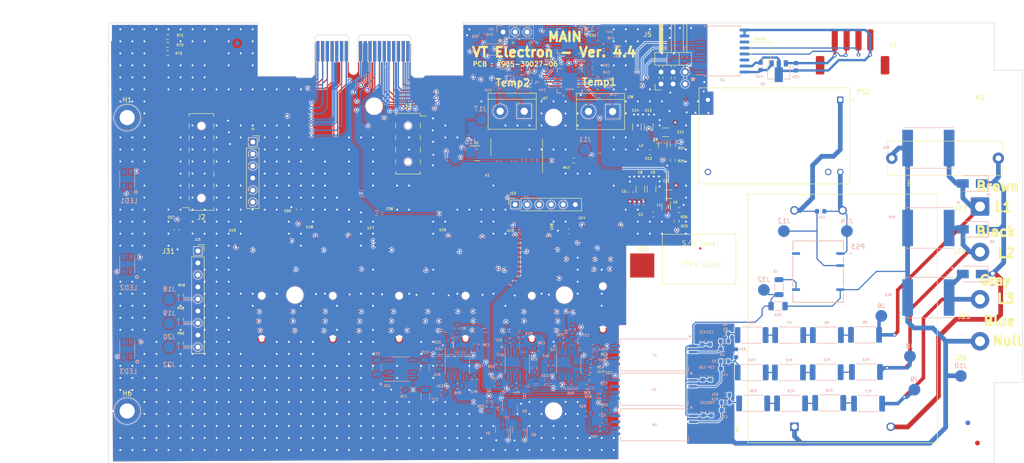
<source format=kicad_pcb>
(kicad_pcb (version 20240108) (generator "pcbnew") (generator_version "8.0")
  (layers (0 "F.Cu" signal) (1 "In1.Cu" signal) (2 "In2.Cu" signal) (31 "B.Cu" signal) (34 "B.Paste" user) (35 "F.Paste" user) (36 "B.SilkS" user "B.Silkscreen") (37 "F.SilkS" user "F.Silkscreen") (38 "B.Mask" user) (39 "F.Mask" user) (44 "Edge.Cuts" user))
  (net 0 "")
  (net 1 "GND")
  (net 2 "/SDAT7")
  (net 3 "+3V3")
  (net 4 "/uDTR")
  (net 5 "/uDCD")
  (net 6 "/uPWRKEY")
  (net 7 "/Alim")
  (net 8 "/uStatus")
  (net 9 "/RxD")
  (net 10 "/TxD")
  (net 11 "/SYN")
  (net 12 "/SCL")
  (net 13 "/SDAT2")
  (net 14 "/SCS")
  (net 15 "/SDAT3")
  (net 16 "/SDAT4")
  (net 17 "/SDAT5")
  (net 18 "/SDAT6")
  (net 19 "/UCC")
  (net 20 "/UR")
  (net 21 "/US")
  (net 22 "/UT")
  (net 23 "/UR+")
  (net 24 "/US+")
  (net 25 "Net-(R5-Pad2)")
  (net 26 "Net-(R6-Pad2)")
  (net 27 "Net-(R7-Pad2)")
  (net 28 "Net-(R10-Pad2)")
  (net 29 "Net-(R11-Pad2)")
  (net 30 "Net-(R12-Pad2)")
  (net 31 "Net-(R17-Pad2)")
  (net 32 "Net-(R18-Pad2)")
  (net 33 "Net-(R19-Pad2)")
  (net 34 "/RS485_RxD")
  (net 35 "/IRQ2")
  (net 36 "/READY")
  (net 37 "/SCLK")
  (net 38 "/MISO")
  (net 39 "/MOSI")
  (net 40 "/SS")
  (net 41 "/RS485_TxD")
  (net 42 "/RS485_DE")
  (net 43 "/BT_RxD")
  (net 44 "/BT_TxD")
  (net 45 "/LED3")
  (net 46 "/LED2")
  (net 47 "/LED1")
  (net 48 "/SW1")
  (net 49 "/BST1")
  (net 50 "/UT+")
  (net 51 "/ADE_Reset")
  (net 52 "/Enable")
  (net 53 "/BT_RTS")
  (net 54 "/BT_CTS")
  (net 55 "GNDS")
  (net 56 "/InfoV")
  (net 57 "/+5V")
  (net 58 "/US_Iso")
  (net 59 "/UR_Iso")
  (net 60 "/UT_Iso")
  (net 61 "/FB1")
  (net 62 "/VGSM")
  (net 63 "Net-(R1-Pad1)")
  (net 64 "Net-(R4-Pad1)")
  (net 65 "Net-(R16-Pad1)")
  (net 66 "/+3V67")
  (net 67 "/SW2")
  (net 68 "/BST2")
  (net 72 "/L1")
  (net 73 "/L2")
  (net 74 "/L3")
  (net 75 "/VCC2")
  (net 76 "/Vin")
  (net 77 "GND1")
  (net 78 "/U5V_Iso")
  (net 79 "/IRQ1")
  (net 80 "/iUR-")
  (net 81 "/iUR+")
  (net 82 "/iUS+")
  (net 83 "/iUS-")
  (net 84 "/iUT+")
  (net 85 "/iUT-")
  (net 86 "Earth")
  (net 87 "Net-(U22-VREG)")
  (net 88 "Net-(J27-Pin_2)")
  (net 89 "/Vopto")
  (net 90 "/+3V3_UC")
  (net 91 "Net-(LED1-Pad4)")
  (net 92 "Net-(LED2-Pad4)")
  (net 93 "Net-(LED3-Pad4)")
  (net 94 "Net-(J27-Pin_1)")
  (net 95 "Net-(J28-Pin_2)")
  (net 96 "Net-(J28-Pin_1)")
  (net 98 "Net-(J2-Pin_13)")
  (net 99 "/-3V3")
  (net 100 "Net-(J2-Pin_11)")
  (net 101 "Net-(J2-Pin_12)")
  (net 102 "Net-(J2-Pin_10)")
  (net 103 "Net-(K1-Pad1)")
  (net 104 "Net-(J2-Pin_9)")
  (net 107 "/C+")
  (net 108 "/C-")
  (net 113 "Net-(J21-Pin_2)")
  (net 116 "Net-(J21-Pin_3)")
  (net 122 "Net-(Q1-C)")
  (net 123 "Net-(PS3-+VOUT)")
  (net 125 "/FB2")
  (net 126 "/B-")
  (net 127 "/A+")
  (net 129 "Net-(U13A--)")
  (net 130 "Net-(U3A--)")
  (net 131 "/OSC32_IN")
  (net 132 "Net-(U12A--)")
  (net 133 "/OSC32_OUT")
  (net 134 "Net-(U7-OUTP)")
  (net 135 "Net-(U4-OUTP)")
  (net 136 "Net-(U6-OUTP)")
  (net 137 "Net-(U11-ISENSOR)")
  (net 138 "/Temp_Txd")
  (net 139 "/SDIx")
  (net 140 "/SCLKx")
  (net 141 "/CS2")
  (net 142 "/SDO2")
  (net 143 "/CS1")
  (net 144 "/SDO1")
  (net 145 "/RDY1")
  (net 146 "/RDY2")
  (net 147 "Net-(U12B-+)")
  (net 148 "Net-(U12B--)")
  (net 149 "Net-(R34-Pad2)")
  (net 150 "Net-(R51-Pad2)")
  (net 151 "/ISO_Txd")
  (net 152 "Net-(U3B-+)")
  (net 153 "Net-(U3B--)")
  (net 154 "Net-(U13B-+)")
  (net 155 "Net-(U13B--)")
  (net 156 "Net-(U20-BIAS)")
  (net 157 "Net-(U11-BIAS)")
  (net 158 "Net-(U20-ISENSOR)")
  (footprint "TestPoint:TestPoint_Pad_5.1x5.1mm" (layer "F.Cu") (at 112.6998 35.2552)
    (property "Reference" "J30")
    (property "Value" "Conn_01x01_Male" (hide yes))
  )
  (footprint "Capacitor_SMD:C_0603_1608Metric" (layer "F.Cu") (at 56.525 24.2 180)
    (property "Reference" "C56")
    (property "Value" "100n")
  )
  (footprint "Capacitor_SMD:C_1206_3216Metric" (layer "F.Cu") (at 118.3132 20.193 180)
    (property "Reference" "C2")
    (property "Value" "10uF/16V" (hide yes))
  )
  (footprint "TerminalBlock:TerminalBlock_bornier-2_P5.08mm" (layer "F.Cu") (at 87.8 2.667 180)
    (property "Reference" "J27")
    (property "Value" "Conn_01x02_Female")
  )
  (footprint "MountingHole:MountingHole_3.2mm_M3_ISO14580_Pad_TopBottom" (layer "F.Cu") (at 4 4)
    (property "Reference" "H1")
    (property "Value" "MountingHole")
  )
  (footprint "Capacitor_SMD:C_0603_1608Metric" (layer "F.Cu") (at 97.1042 28.067 180)
    (property "Reference" "C58")
    (property "Value" "100n")
  )
  (footprint "Connector_PinSocket_2.54mm:PinSocket_2x08_P2.54mm_Vertical_SMD_MOD" (layer "F.Cu") (at 19.675 13.385 180)
    (property "Reference" "J2")
    (property "Value" "Conn_02x08_Counter_Clockwise" (hide yes))
  )
  (footprint "PCI_SMD_MOD:10061913-100CLF" (layer "F.Cu") (at 61.4 41.65 -90)
    (property "Reference" "U17")
    (property "Value" "10061913-100CLF")
  )
  (footprint "Capacitor_SMD:C_1206_3216Metric" (layer "F.Cu") (at 114.0714 5.969 90)
    (property "Reference" "C13")
    (property "Value" "22uF/6,3V" (hide yes))
  )
  (footprint "Connector_Wire:DELTA_SolderWire-1.5sqmm_1x01_D1.7mm_OD3.9mm" (layer "F.Cu") (at 184.3278 22.7838)
    (property "Reference" "J23")
    (property "Value" "Conn_01x01_Female" (hide yes))
  )
  (footprint "Connector_Wire:DELTA_R_SolderWire-1.5sqmm_1x01_D1.7mm_OD3.9mm" (layer "F.Cu") (at 184 51.26)
    (property "Reference" "J26")
    (property "Value" "Conn_01x01_Female" (hide yes))
  )
  (footprint "Resistor_SMD:R_0603_1608Metric" (layer "F.Cu") (at 15.367 41.529 90)
    (property "Reference" "R49")
    (property "Value" "3k")
  )
  (footprint "TestPoint:TestPoint_Pad_5.1x5.1mm" (layer "F.Cu") (at 105.8672 14.1478)
    (property "Reference" "J29" (hide yes))
    (property "Value" "Conn_01x01_Male" (hide yes))
  )
  (footprint "Connector_PinHeader_2.54mm:PinHeader_2x03_P2.54mm_Horizontal" (layer "F.Cu") (at 116.68 -3.085 90)
    (property "Reference" "J5")
    (property "Value" "DS1022-2*10RF11x3" (hide yes))
  )
  (footprint "Resistor_SMD:R_0603_1608Metric" (layer "F.Cu") (at 98.27 13.08)
    (property "Reference" "R47")
    (property "Value" "47")
  )
  (footprint "Capacitor_SMD:C_1206_3216Metric" (layer "F.Cu") (at 114.681 19.1008 90)
    (property "Reference" "C9")
    (property "Value" "22uF/6,3V" (hide yes))
  )
  (footprint "Connector_PinSocket_2.54mm:PinSocket_2x05_P2.54mm_Vertical_SMD" (layer "F.Cu") (at 63.275 9.525)
    (property "Reference" "J3")
    (property "Value" "Conn_02x05_Counter_Clockwise")
  )
  (footprint "Connector_JST:A2501-SR04-XH4AWB" (layer "F.Cu") (at 157.099 -9.5504)
    (property "Reference" "J1")
    (property "Value" "Conn_01x04_Male")
  )
  (footprint "Inductanta744:744383130033" (layer "F.Cu") (at 114.1222 9.4742 -90)
    (property "Reference" "L2")
    (property "Value" "744383130033" (hide yes))
  )
  (footprint "Capacitor_SMD:C_0603_1608Metric" (layer "F.Cu") (at 40.2 23.425 90)
    (property "Reference" "C55")
    (property "Value" "100n")
  )
  (footprint "PCI_SMD_MOD:10061913-100CLF" (layer "F.Cu") (at 89.4 41.65 -90)
    (property "Reference" "U15")
    (property "Value" "10061913-100CLF")
  )
  (footprint "TerminalBlock:TerminalBlock_bornier-2_P5.08mm" (layer "F.Cu") (at 106.4514 2.7178 180)
    (property "Reference" "J28")
    (property "Value" "Conn_01x02_Female")
  )
  (footprint "Capacitor_SMD:C_1206_3216Metric" (layer "F.Cu") (at 112.3188 19.1262 90)
    (property "Reference" "C8")
    (property "Value" "22uF/6,3V" (hide yes))
  )
  (footprint "MountingHole:MountingHole_3.2mm_M3" (layer "F.Cu") (at 178.7144 74.0918)
    (property "Reference" "H12" (hide yes))
    (property "Value" "MountingHole" (hide yes))
  )
  (footprint "MountingHole:MountingHole_3.2mm_M3" (layer "F.Cu") (at 173.1746 -5.9968)
    (property "Reference" "H8" (hide yes))
    (property "Value" "MountingHole" (hide yes))
  )
  (footprint "Capacitor_SMD:C_0603_1608Metric" (layer "F.Cu") (at 102.3366 -14.7828 180)
    (property "Reference" "C51")
    (property "Value" "4,7n" (hide yes))
  )
  (footprint "MountingHole:MountingHole_3.2mm_M3" (layer "F.Cu") (at 56.125 1.61)
    (property "Reference" "H9" (hide yes))
    (property "Value" "MountingHole" (hide yes))
  )
  (footprint "Relay_SMD:Relay_Fujitsu_FTR-B4GA003" (layer "F.Cu") (at 86.2076 12.0396 90)
    (property "Reference" "K1")
    (property "Value" "FTR-B4GA003Z-B05")
  )
  (footprint "Inductanta744:744383130033" (layer "F.Cu") (at 114.7064 22.4282 -90)
    (property "Reference" "L1")
    (property "Value" "744383130033" (hide yes))
  )
  (footprint "MountingHole:MountingHole_3.2mm_M3" (layer "F.Cu") (at -16.8 19)
    (property "Reference" "H4" (hide yes))
    (property "Value" "MountingHole" (hide yes))
  )
  (footprint "TestPoint:TestPoint_Pad_5.1x5.1mm" (layer "F.Cu") (at 12.6492 35.7632)
    (property "Reference" "J31")
    (property "Value" "Conn_01x01_Male" (hide yes))
  )
  (footprint "Resistor_SMD:R_0603_1608Metric" (layer "F.Cu") (at 15.367 51.6636 90)
    (property "Reference" "R50")
    (property "Value" "3k")
  )
  (footprint "Capacitor_THT:C_Rect_L24.0mm_W7.0mm_P22.50mm_MKT" (layer "F.Cu") (at 187.8816 12.5984 180)
    (property "Reference" "C52")
    (property "Value" "F862DI224K310ZLH0J")
  )
  (footprint "Fiducial:Fiducial_1mm_Mask2mm" (layer "F.Cu") (at 183.4642 72.771)
    (property "Reference" "FID3" (hide yes))
    (property "Value" "Fiducial" (hide yes))
  )
  (footprint "Fiducial:Fiducial_1mm_Mask2mm" (layer "F.Cu") (at 28.1178 -6.7564)
    (property "Reference" "FID4" (hide yes))
    (property "Value" "Fiducial" (hide yes))
  )
  (footprint "Resistor_SMD:R_0603_1608Metric" (layer "F.Cu") (at 119.1768 9.906 90)
    (property "Reference" "R24")
    (property "Value" "4k7")
  )
  (footprint "Package_TO_SOT_SMD:SOT-563" (layer "F.Cu") (at 117.7798 22.8092 -90)
    (property "Reference" "U1")
    (property "Value" "AP62250Z6" (hide yes))
  )
  (footprint "PCI_SMD_MOD:10061913-100CLF" (layer "F.Cu") (at 32.4 41.65 -90)
    (property "Reference" "U19")
    (property "Value" "10061913-100CLF")
  )
  (footprint "Connector_PCBEdge:BUS_PCIexpress_x1" (layer "F.Cu") (at 63.25 -10 180)
    (property "Reference" "J7")
    (property "Value" "Bus_PCI_Express_x1_MOD")
    (fp_line (start 19.65 2.95) (end 19.15 3.45) (stroke (width 0.1)) (layer "Edge.Cuts"))
    (fp_line (start 19.65 -4.95) (end 19.65 2.95) (stroke (width 0.1)) (layer "Edge.Cuts"))
    (fp_line (start 12.95 3.45) (end 19.15 3.45) (stroke (width 0.1)) (layer "Edge.Cuts"))
    (fp_line (start 12.45 2.95) (end 12.95 3.45) (stroke (width 0.1)) (layer "Edge.Cuts"))
    (fp_line (start 12.45 -4) (end 12.45 2.95) (stroke (width 0.1)) (layer "Edge.Cuts"))
    (fp_line (start 10.55 2.95) (end 10.05 3.45) (stroke (width 0.1)) (layer "Edge.Cuts"))
    (fp_line (start 10.55 -4) (end 10.55 2.95) (stroke (width 0.1)) (layer "Edge.Cuts"))
    (fp_line (start -0.15 3.45) (end 10.05 3.45) (stroke (width 0.1)) (layer "Edge.Cuts"))
    (fp_line (start -0.65 2.95) (end -0.15 3.45) (stroke (width 0.1)) (layer "Edge.Cuts"))
    (fp_line (start -0.65 -4.95) (end -0.65 2.95) (stroke (width 0.1)) (layer "Edge.Cuts"))
    (fp_arc (start 10.55 -4) (mid 11.5 -4.95) (end 12.45 -4) (stroke (width 0.1)) (layer "Edge.Cuts"))
  )
  (footprint "Symbol:Eticheta" (layer "F.Cu") (at 124.95 31.65)
    (property "Reference" "TP1" (hide yes))
    (property "Value" "Eticheta" (hide yes))
  )
  (footprint "PCI_SMD_MOD:10061913-100CLF" (layer "F.Cu") (at 75.41 41.63 -90)
    (property "Reference" "U16")
    (property "Value" "10061913-100CLF")
  )
  (footprint "Capacitor_SMD:C_0603_1608Metric" (layer "F.Cu") (at 14.45 27.725 -90)
    (property "Reference" "C57")
    (property "Value" "100n")
  )
  (footprint "Resistor_SMD:R_0603_1608Metric" (layer "F.Cu") (at 12.5476 -13.0048)
    (property "Reference" "R71")
    (property "Value" "220" (hide yes))
  )
  (footprint "Capacitor_SMD:C_1206_3216Metric" (layer "F.Cu") (at 111.5822 5.969 90)
    (property "Reference" "C14")
    (property "Value" "22uF/6,3V" (hide yes))
  )
  (footprint "MountingHole:MountingHole_3.2mm_M3" (layer "F.Cu") (at 96.3168 41.6052)
    (property "Reference" "H7" (hide yes))
    (property "Value" "MountingHole" (hide yes))
  )
  (footprint "Resistor_SMD:R_0603_1608Metric" (layer "F.Cu") (at 12.5476 -11.3284)
    (property "Reference" "R72")
    (property "Value" "220" (hide yes))
  )
  (footprint "Resistor_SMD:R_0603_1608Metric" (layer "F.Cu") (at 119.9896 25.8826 -90)
    (property "Reference" "R23")
    (property "Value" "4k7")
  )
  (footprint "PCI_SMD_MOD:10061913-100CLF" (layer "F.Cu") (at 47.4 41.65 -90)
    (property "Reference" "U18")
    (property "Value" "10061913-100CLF")
  )
  (footprint "Package_TO_SOT_SMD:SOT-563" (layer "F.Cu") (at 117.0432 9.7536 -90)
    (property "Reference" "U8")
    (property "Value" "AP62250Z6" (hide yes))
  )
  (footprint "Capacitor_SMD:C_0603_1608Metric" (layer "F.Cu") (at 115.0874 24.4856)
    (property "Reference" "C3")
    (property "Value" "100n" (hide yes))
  )
  (footprint "THM 10-0511:CONV_THM_10-0511" (layer "F.Cu") (at 140.61 7.87 180)
    (property "Reference" "PS2")
    (property "Value" "THM_10-0511")
  )
  (footprint "Connector_PinSocket_2.54mm:PinSocket_1x06_P2.54mm_Vertical" (layer "F.Cu") (at 85.877 22.3778 90)
    (property "Reference" "J13")
    (property "Value" "Conn_01x06_Female" (hide yes))
  )
  (footprint "MountingHole:MountingHole_3.2mm_M3_ISO14580_Pad_TopBottom" (layer "F.Cu") (at 4 66)
    (property "Reference" "H6")
    (property "Value" "MountingHole")
  )
  (footprint "RAC15:CONV_RAC15-12SK_480" (layer "F.Cu") (at 154.99 46.4575 90)
    (property "Reference" "PS1")
    (property "Value" "RAC15-05SK/480")
  )
  (footprint "MountingHole:MountingHole_3.2mm_M3" (layer "F.Cu") (at 94 4)
    (property "Reference" "H3" (hide yes))
    (property "Value" "MountingHole")
  )
  (footprint "Resistor_SMD:R_0603_1608Metric" (layer "F.Cu") (at 119.1768 13.0048 90)
    (property "Reference" "R25")
    (property "Value" "1k3")
  )
  (footprint "Capacitor_SMD:C_0603_1608Metric" (layer "F.Cu") (at 114.3124 11.303)
    (property "Reference" "C12")
    (property "Value" "100n")
  )
  (footprint "Connector_Wire:DELTA_R_SolderWire-1.5sqmm_1x01_D1.7mm_OD3.9mm" (layer "F.Cu") (at 184 32.4)
    (property "Reference" "J24")
    (property "Value" "Conn_01x01_Female" (hide yes))
  )
  (footprint "Package_TO_SOT_SMD:SOT-23" (layer "F.Cu") (at 77.851 11.557)
    (property "Reference" "Q1")
    (property "Value" "DTC143T")
  )
  (footprint "MountingHole:MountingHole_3.2mm_M3" (layer "F.Cu") (at 129.032 41.4782)
    (property "Reference" "H10" (hide yes))
    (property "Value" "MountingHole" (hide yes))
  )
  (footprint "Capacitor_SMD:C_0603_1608Metric" (layer "F.Cu") (at 110.2614 19.7612 90)
    (property "Reference" "C5")
    (property "Value" "100n")
  )
  (footprint "MountingHole:MountingHole_3.2mm_M3" (layer "F.Cu") (at -22.5937 28.3981)
    (property "Reference" "H5" (hide yes))
    (property "Value" "MountingHole" (hide yes))
  )
  (footprint "MountingHole:MountingHole_3.2mm_M3" (layer "F.Cu") (at 184 4)
    (property "Reference" "H2")
    (property "Value" "MountingHole")
  )
  (footprint "Resistor_SMD:R_0603_1608Metric" (layer "F.Cu") (at 120.4468 23.5712 180)
    (property "Reference" "R26")
    (property "Value" "1k5" (hide yes))
  )
  (footprint "MountingHole:MountingHole_3.2mm_M3" (layer "F.Cu") (at 39.4114 41.5036)
    (property "Reference" "H11" (hide yes))
    (property "Value" "MountingHole" (hide yes))
  )
  (footprint "Resistor_SMD:R_0603_1608Metric" (layer "F.Cu") (at 12.4968 -9.6012)
    (property "Reference" "R73")
    (property "Value" "220" (hide yes))
  )
  (footprint "Resistor_SMD:R_0603_1608Metric" (layer "F.Cu") (at 15.367 46.609 90)
    (property "Reference" "R48")
    (property "Value" "3k")
  )
  (footprint "Connector_PinSocket_2.54mm:PinSocket_1x06_P2.54mm_Vertical" (layer "F.Cu") (at 30.5054 9.1694)
    (property "Reference" "J4")
    (property "Value" "Conn_01x06_Female")
  )
  (footprint "Connector_Wire:DELTA_R_SolderWire-1.5sqmm_1x01_D1.7mm_OD3.9mm" (layer "F.Cu") (at 184 42.4)
    (property "Reference" "J25")
    (property "Value" "Conn_01x01_Female" (hide yes))
  )
  (footprint "Connector_PinSocket_2.54mm:PinSocket_1x09_P2.54mm_Vertical" (layer "F.Cu") (at 18.925 32.18)
    (property "Reference" "J15")
    (property "Value" "DS1002-03-1*36131(9)")
  )
  (footprint "PCI_SMD_MOD:10061913-100CLF" (layer "F.Cu") (at 104.4 39.65 -90)
    (property "Reference" "U14")
    (property "Value" "10061913-100CLF")
  )
  (footprint "Capacitor_SMD:C_1206_3216Metric" (layer "F.Cu") (at 117.6528 7.112 180)
    (property "Reference" "C11")
    (property "Value" "10uF/16V")
  )
  (footprint "Resistor_SMD:R_0603_1608Metric" (layer "B.Cu") (at 130.0779 51.2612 180)
    (property "Reference" "R4")
    (property "Value" "10")
  )
  (footprint "Capacitor_SMD:C_0603_1608Metric" (layer "B.Cu") (at 127.0762 58.6232 90)
    (property "Reference" "C24")
    (property "Value" "100n" (hide yes))
  )
  (footprint "MOVS4032V510:MOVS4032V460" (layer "B.Cu") (at 173.1 42.025 180)
    (property "Reference" "RV3")
    (property "Value" "MOVS4032V510" (hide yes))
  )
  (footprint "Resistor_SMD:R_0603_1608Metric" (layer "B.Cu") (at 97.65 60.85)
    (property "Reference" "R45")
    (property "Value" "15k")
  )
  (footprint "TestPoint:TestPoint_DELTA" (layer "B.Cu") (at 12.8778 47.4726 180)
    (property "Reference" "J19")
    (property "Value" "Conn_01x01_Female" (hide yes))
  )
  (footprint "TestPoint:TestPoint_DELTA" (layer "B.Cu") (at 12.8778 52.4764 180)
    (property "Reference" "J20")
    (property "Value" "Conn_01x01_Female" (hide yes))
  )
  (footprint "Connector_PinHeader_2.54mm:PinHeader_1x03_P2.54mm_Vertical" (layer "B.Cu") (at 83.3524 -14.0716 -90)
    (property "Reference" "J21")
    (property "Value" "Conn_01x03_Male")
  )
  (footprint "Resistor_SMD:R_2512_6332Metric" (layer "B.Cu") (at 159.7279 49.9112 180)
    (property "Reference" "R5")
    (property "Value" "249k")
  )
  (footprint "Resistor_SMD:R_2512_6332Metric" (layer "B.Cu") (at 136.1229 64.3912 180)
    (property "Reference" "R20")
    (property "Value" "249k")
  )
  (footprint "Capacitor_SMD:C_0603_1608Metric" (layer "B.Cu") (at 121.6406 -8.7376 90)
    (property "Reference" "C1")
    (property "Value" "100n")
  )
  (footprint "Capacitor_SMD:C_0603_1608Metric" (layer "B.Cu") (at 125.6284 66.1416 90)
    (property "Reference" "C22")
    (property "Value" "1uF" (hide yes))
  )
  (footprint "Resistor_SMD:R_0603_1608Metric" (layer "B.Cu") (at 100.9142 66.5734)
    (property "Reference" "R32")
    (property "Value" "3k")
  )
  (footprint "Resistor_SMD:R_0603_1608Metric" (layer "B.Cu") (at 89.916 56.9722 90)
    (property "Reference" "R38")
    (property "Value" "3k")
  )
  (footprint "Capacitor_SMD:C_1206_3216Metric" (layer "B.Cu") (at 56.71 56.76 90)
    (property "Reference" "C18")
    (property "Value" "10u")
  )
  (footprint "Capacitor_SMD:C_0603_1608Metric" (layer "B.Cu") (at 103.3272 -12.8016)
    (property "Reference" "C48")
    (property "Value" "100n")
  )
  (footprint "Package_SO:SO-8_3.9x4.9mm_P1.27mm" (layer "B.Cu") (at 97.183554 56.11 -90)
    (property "Reference" "U3")
    (property "Value" "LM358")
  )
  (footprint "Capacitor_SMD:C_1206_3216Metric" (layer "B.Cu") (at 66.81 56.75 90)
    (property "Reference" "C19")
    (property "Value" "10u")
  )
  (footprint "Capacitor_SMD:C_0603_1608Metric" (layer "B.Cu") (at 150.368 23.7998)
    (property "Reference" "C15")
    (property "Value" "100n")
  )
  (footprint "Capacitor_SMD:C_0603_1608Metric" (layer "B.Cu") (at 92.9386 -9.398 180)
    (property "Reference" "C42")
    (property "Value" "1u")
  )
  (footprint "Capacitor_SMD:C_0603_1608Metric" (layer "B.Cu") (at 130.0779 57.0612)
    (property "Reference" "C4")
    (property "Value" "1n")
  )
  (footprint "Resistor_SMD:R_2512_6332Metric" (layer "B.Cu") (at 143.7279 49.9612 180)
    (property "Reference" "R7")
    (property "Value" "249k")
  )
  (footprint "Crystal:Crystal_SMD_EuroQuartz_EQ161-2Pin_3.2x1.5mm" (layer "B.Cu") (at 87.503 -4.0894)
    (property "Reference" "Y1")
    (property "Value" "ECS-.327-6-34B-C-TR")
  )
  (footprint "LedSMD_Cree:CLM2D-GPC-CB0E0793" (layer "B.Cu") (at 4 17 90)
    (property "Reference" "LED1")
    (property "Value" "CLM2D-GPC-CB0E0793" (hide yes))
  )
  (footprint "Resistor_SMD:R_0603_1608Metric" (layer "B.Cu") (at 84.75 51.1)
    (property "Reference" "R37")
    (property "Value" "3k")
  )
  (footprint "Fiducial:Fiducial_1mm_Mask2mm" (layer "B.Cu") (at 27.2034 -11.684 180)
    (property "Reference" "FID1" (hide yes))
    (property "Value" "Fiducial" (hide yes))
  )
  (footprint "MOVS4032V510:MOVS4032V460" (layer "B.Cu") (at 173.1 10.425 180)
    (property "Reference" "RV1")
    (property "Value" "MOVS4032V510" (hide yes))
  )
  (footprint "TestPoint:TestPoint_DELTA" (layer "B.Cu") (at 138.3792 40.4114 180)
    (property "Reference" "J32")
    (property "Value" "Conn_01x01_Female" (hide yes))
  )
  (footprint "Resistor_SMD:R_0603_1608Metric" (layer "B.Cu") (at 101.9048 55.6006)
    (property "Reference" "R27")
    (property "Value" "3k")
  )
  (footprint "Capacitor_SMD:C_0603_1608Metric" (layer "B.Cu") (at 70.358 62.1538 180)
    (property "Reference" "C34")
    (property "Value" "100n" (hide yes))
  )
  (footprint "Resistor_SMD:R_2512_6332Metric" (layer "B.Cu") (at 151.6779 49.9612 180)
    (property "Reference" "R6")
    (property "Value" "249k")
  )
  (footprint "Resistor_SMD:R_0603_1608Metric" (layer "B.Cu") (at 77.3 59.3 -90)
    (property "Reference" "R42")
    (property "Value" "3k")
  )
  (footprint "Resistor_SMD:R_0603_1608Metric" (layer "B.Cu") (at 69.93 56.34 90)
    (property "Reference" "R43")
    (property "Value" "3k")
  )
  (footprint "Capacitor_SMD:C_0603_1608Metric" (layer "B.Cu") (at 102.3874 54.0258 180)
    (property "Reference" "C28")
    (property "Value" "100n" (hide yes))
  )
  (footprint "AMC1400:AMC1400QDWLRQ1" (layer "B.Cu") (at 115.22 61.42 180)
    (property "Reference" "U4")
    (property "Value" "AMC1400QDWLRQ1" (hide yes))
  )
  (footprint "Capacitor_SMD:C_0603_1608Metric" (layer "B.Cu") (at 104.2162 61.1124 180)
    (property "Reference" "C29")
    (property "Value" "100n" (hide yes))
  )
  (footprint "Resistor_SMD:R_0603_1608Metric" (layer "B.Cu") (at 104.5464 -9.4742)
    (property "Reference" "R34")
    (property "Value" "2k 0.1%")
  )
  (footprint "Capacitor_SMD:C_1206_3216Metric" (layer "B.Cu") (at 141.3764 43.8404)
    (property "Reference" "C53")
    (property "Value" "10uF/16V")
  )
  (footprint "Resistor_SMD:R_0603_1608Metric" (layer "B.Cu") (at 101.025 60.875)
    (property "Reference" "R30")
    (property "Value" "3k")
  )
  (footprint "Capacitor_SMD:C_0603_1608Metric" (layer "B.Cu") (at 102.3874 52.4764 180)
    (property "Reference" "C31")
    (property "Value" "1uF" (hide yes))
  )
  (footprint "TestPoint:TestPoint_DELTA" (layer "B.Cu") (at 179.9336 58.5978 180)
    (property "Reference" "J10")
    (property "Value" "Conn_01x01_Female" (hide yes))
  )
  (footprint "Resistor_SMD:R_0603_1608Metric" (layer "B.Cu") (at 103.8098 69.7484)
    (property "Reference" "R31")
    (property "Value" "3k")
  )
  (footprint "Capacitor_SMD:C_0603_1608Metric" (layer "B.Cu") (at 90.7542 52.7558)
    (property "Reference" "C38")
    (property "Value" "100n" (hide yes))
  )
  (footprint "LedSMD_Cree:CLM2D-GPC-CB0E0793" (layer "B.Cu") (at 4 35 90)
    (property "Reference" "LED2")
    (property "Value" "CLM2D-GPC-CB0E0793" (hide yes))
  )
  (footprint "Package_SO:VSSOP-8_2.4x2.1mm_P0.5mm" (layer "B.Cu") (at 81.2038 -10.3632 180)
    (property "Reference" "U9")
    (property "Value" "74LVC2G157")
  )
  (footprint "TestPoint:TestPoint_DELTA" (layer "B.Cu") (at 100.6348 10.7442 180)
    (property "Reference" "J11")
    (property "Value" "Conn_01x01_Female" (hide yes))
  )
  (footprint "AMC1400:AMC1400QDWLRQ1" (layer "B.Cu") (at 115.32 68.92 180)
    (property "Reference" "U6")
    (property "Value" "AMC1400QDWLRQ1" (hide yes))
  )
  (footprint "Package_TO_SOT_SMD:SOT-23" (layer "B.Cu") (at 84.7852 65.4304 -90)
    (property "Reference" "Q3")
    (property "Value" "DTC143E" (hide yes))
  )
  (footprint "Capacitor_SMD:C_1206_3216Metric" (layer "B.Cu") (at 66.95 62.95 90)
    (property "Reference" "C17")
    (property "Value" "10u")
  )
  (footprint "Resistor_SMD:R_2512_6332Metric" (layer "B.Cu") (at 143.6779 57.8612 180)
    (property "Reference" "R12")
    (property "Value" "249k")
  )
  (footprint "Resistor_SMD:R_0603_1608Metric" (layer "B.Cu") (at 97.9932 48.7426 90)
    (property "Reference" "R3")
    (property "Value" "3k")
  )
  (footprint "Capacitor_SMD:C_0603_1608Metric" (layer "B.Cu") (at 130.2529 65.8312)
    (property "Reference" "C7")
    (property "Value" "1n")
  )
  (footprint "Resistor_SMD:R_0603_1608Metric" (layer "B.Cu") (at 103.3018 -4.064)
    (property "Reference" "R51")
    (property "Value" "2k 0.1%")
  )
  (footprint "TestPoint:TestPoint_DELTA" (layer "B.Cu") (at 12.8778 58.3692 180)
    (property "Reference" "J22")
    (property "Value" "Conn_01x01_Female")
  )
  (footprint "Capacitor_SMD:C_0603_1608Metric" (layer "B.Cu") (at 102.1842 -5.6388)
    (property "Reference" "C49")
    (property "Value" "100n")
  )
  (footprint "Capacitor_SMD:C_0603_1608Metric" (layer "B.Cu") (at 82.55 -1.7272)
    (property "Reference" "C45")
    (property "Value" "10n")
  )
  (footprint "MOVS4032V510:MOVS4032V460" (layer "B.Cu") (at 173.1 27.325 180)
    (property "Reference" "RV2")
    (property "Value" "MOVS4032V510" (hide yes))
  )
  (footprint "Capacitor_SMD:C_0603_1608Metric" (layer "B.Cu") (at 81.6102 60.2488 180)
    (property "Reference" "C35")
    (property "Value" "100n" (hide yes))
  )
  (footprint "Resistor_SMD:R_0603_1608Metric" (layer "B.Cu") (at 132.4779 53.7862 90)
    (property "Reference" "R14")
    (property "Value" "150")
  )
  (footprint "TestPoint:TestPoint_DELTA" (layer "B.Cu") (at 78.7908 4.4704 180)
    (property "Reference" "J17")
    (property "Value" "Conn_01x01_Female" (hide yes))
  )
  (footprint "Capacitor_SMD:C_0603_1608Metric" (layer "B.Cu") (at 145.1356 -6.731 -90)
    (property "Reference" "C25")
    (property "Value" "100n")
  )
  (footprint "Diode_SMD:D_SMA" (layer "B.Cu") (at 182.372 37.0586 180)
    (property "Reference" "D6")
    (property "Value" "BYG21M-E3/TR")
  )
  (footprint "Capacitor_SMD:C_0603_1608Metric" (layer "B.Cu") (at 102.1842 -7.239)
    (property "Reference" "C50")
    (property "Value" "100n")
  )
  (footprint "TestPoint:TestPoint_DELTA" (layer "B.Cu") (at 170.1546 61.4934 180)
    (property "Reference" "J9")
    (property "Value" "Conn_01x01_Female" (hide yes))
  )
  (footprint "Capacitor_SMD:C_0603_1608Metric" (layer "B.Cu") (at 99.2508 51.2318)
    (property "Reference" "C37")
    (property "Value" "100n" (hide yes))
  )
  (footprint "NXE2S0505MC-R7:NXE2_SINGLE_SURFACE_MUR" (layer "B.Cu") (at 149.8346 36.5506 180)
    (property "Reference" "PS3")
    (property "Value" "NXE2S0505MC-R7")
  )
  (footprint "Capacitor_SMD:C_0603_1608Metric" (layer "B.Cu") (at 92.1766 59.9694 180)
    (property "Reference" "C33")
    (property "Value" "100n" (hide yes))
  )
  (footprint "Resistor_SMD:R_2512_6332Metric" (layer "B.Cu") (at 151.6279 57.8112 180)
    (property "Reference" "R11")
    (property "Value" "249k")
  )
  (footprint "AMC1400:AMC1400QDWLRQ1" (layer "B.Cu") (at 115.27 54.17 180)
    (property "Reference" "U7")
    (property "Value" "AMC1400QDWLRQ1" (hide yes))
  )
  (footprint "Fiducial:Fiducial_1mm_Mask2mm" (layer "B.Cu") (at 181.4322 68.5038 180)
    (property "Reference" "FID2" (hide yes))
    (property "Value" "Fiducial" (hide yes))
  )
  (footprint "Diode_SMD:D_SMA" (layer "B.Cu") (at 182.372 27.6098 180)
    (property "Reference" "D5")
    (property "Value" "BYG21M-E3/TR")
  )
  (footprint "TestPoint:TestPoint_DELTA" (layer "B.Cu") (at 163.1711 45.9074 180)
    (property "Reference" "J6")
    (property "Value" "Conn_01x01_Female" (hide yes))
  )
  (footprint "Capacitor_SMD:C_0603_1608Metric" (layer "B.Cu") (at 103.7844 -0.635)
    (property "Reference" "C46")
    (property "Value" "10n")
  )
  (footprint "Resistor_SMD:R_2512_6332Metric" (layer "B.Cu") (at 144.1229 64.3912 180)
    (property "Reference" "R19")
    (property "Value" "249k")
  )
  (footprint "Resistor_SMD:R_0603_1608Metric" (layer "B.Cu") (at 73.75 60.74)
    (property "Reference" "R46")
    (property "Value" "15k")
  )
  (footprint "Resistor_SMD:R_0603_1608Metric" (layer "B.Cu") (at 80.425 65.075 -90)
    (property "Reference" "R35")
    (property "Value" "1k")
  )
  (footprint "Capacitor_SMD:C_0603_1608Metric" (layer "B.Cu") (at 126.9492 51.181 90)
    (property "Reference" "C23")
    (property "Value" "1uF" (hide yes))
  )
  (footprint "Diode_SMD:D_SMA" (layer "B.Cu") (at 182.372 17.9324 180)
    (property "Reference" "D4")
    (property "Value" "BYG21M-E3/TR")
  )
  (footprint "Resistor_SMD:R_2512_6332Metric" (layer "B.Cu") (at 135.7779 49.9612 180)
    (property "Reference" "R8")
    (property "Value" "249k")
  )
  (footprint "Capacitor_SMD:C_0603_1608Metric" (layer "B.Cu") (at 104.2924 67.9704 180)
    (property "Reference" "C27")
    (property "Value" "100n" (hide yes))
  )
  (footprint "Resistor_SMD:R_0603_1608Metric" (layer "B.Cu") (at 93.44 56.37 90)
    (property "Reference" "R41")
    (property "Value" "3k")
  )
  (footprint "TestPoint:TestPoint_DELTA" (layer "B.Cu") (at 142.5956 27.9908 180)
    (property "Reference" "J12")
    (property "Value" "Conn_01x01_Female" (hide yes))
  )
  (footprint "Capacitor_SMD:C_0603_1608Metric" (layer "B.Cu") (at 127.285648 66.167 90)
    (property "Reference" "C20")
    (property "Value" "100n" (hide yes))
  )
  (footprint "TestPoint:TestPoint_DELTA" (layer "B.Cu") (at 76.5048 11.2522 180)
    (property "Reference" "J16")
    (property "Value" "Conn_01x01_Female" (hide yes))
  )
  (footprint "TestPoint:TestPoint_DELTA" (layer "B.Cu") (at 169.2148 54.4576 180)
    (property "Reference" "J8")
    (property "Value" "Conn_01x01_Female" (hide yes))
  )
  (footprint "MSP430FR2672TRHBR:VQFN32_5X5_TEX" (layer "B.Cu") (at 87.9602 -9.2964)
    (property "Reference" "U22")
    (property "Value" "MSP430FR2672TRHBR")
  )
  (footprint "Resistor_SMD:R_0603_1608Metric" (layer "B.Cu") (at 82.39 56.155 90)
    (property "Reference" "R39")
    (property "Value" "3k")
  )
  (footprint "Package_SO:SOIC-16W_7.5x10.3mm_P1.27mm" (layer "B.Cu") (at 129.64 -10.06)
    (property "Reference" "U2")
    (property "Value" "ISO3082DW")
  )
  (footprint "MAX31865:21-0140L_T2055-5_MXM" (layer "B.Cu") (at 97.3582 -12.1666 180)
    (property "Reference" "U11")
    (property "Value" "MAX31865ATP+T")
  )
  (footprint "Resistor_SMD:R_0603_1608Metric" (layer "B.Cu") (at 96.09 51.06)
    (property "Reference" "R36")
    (property "Value" "3k")
  )
  (footprint "Resistor_SMD:R_0603_1608Metric" (layer "B.Cu") (at 101.727 57.3786 180)
    (property "Reference" "R28")
    (property "Value" "3k")
  )
  (footprint "MAX31865:21-0140L_T2055-5_MXM" (layer "B.Cu") (at 97.3836 -3.7846 180)
    (property "Reference" "U20")
    (property "Value" "MAX31865ATP+T")
  )
  (footprint "Resistor_SMD:R_2512_6332Metric" (layer "B.Cu") (at 159.9279 57.7612 180)
    (property "Reference" "R10")
    (property "Value" "249k")
  )
  (footprint "Resistor_SMD:R_0603_1608Metric" (layer "B.Cu") (at 103.2764 -2.4638)
    (property "Reference" "R53")
    (property "Value" "2k 0.1%")
  )
  (footprint "Capacitor_SMD:C_0603_1608Metric" (layer "B.Cu") (at 104.648 59.1058 180)
    (property "Reference" "C32")
    (property "Value" "1uF" (hide yes))
  )
  (footprint "Package_SO:SO-8_3.9x4.9mm_P1.27mm" (layer "B.Cu") (at 61.71 57.15)
    (property "Reference" "U21")
    (property "Value" "LM2662MX")
  )
  (footprint "TestPoint:TestPoint_DELTA" (layer "B.Cu") (at 155.9052 27.9908 180)
    (property "Reference" "J14")
    (property "Value" "Conn_01x01_Female" (hide yes))
  )
  (footprint "Resistor_SMD:R_0603_1608Metric" (layer "B.Cu") (at 130.0779 49.6612 180)
    (property "Reference" "R9")
    (property "Value" "150")
  )
  (footprint "Capacitor_SMD:C_0603_1608Metric" (layer "B.Cu") (at 137.668 -6.8072 90)
    (property "Reference" "C10")
    (property "Value" "100n")
  )
  (footprint "Capacitor_SMD:C_0603_1608Metric" (layer "B.Cu") (at 77.8256 51.8792 90)
    (property "Reference" "C39")
    (property "Value" "100n" (hide yes))
  )
  (footprint "TestPoint:TestPoint_DELTA" (layer "B.Cu") (at 12.8778 42.3926 180)
    (property "Reference" "J18")
    (property "Value" "Conn_01x01_Female" (hide yes))
  )
  (footprint "Resistor_SMD:R_0603_1608Metric" (layer "B.Cu") (at 77.724 -10.4648 90)
    (property "Reference" "R33")
    (property "Value" "47k")
  )
  (footprint "Resistor_SMD:R_0603_1608Metric" (layer "B.Cu") (at 130.2729 62.5912 180)
    (property "Reference" "R21")
    (property "Value" "150")
  )
  (footprint "Package_TO_SOT_SMD:SOT-23" (layer "B.Cu") (at 86.868 69.8754 90)
    (property "Reference" "Q2")
    (property "Value" "DTC143E" (hide yes))
  )
  (footprint "Package_SO:SO-8_3.9x4.9mm_P1.27mm" (layer "B.Cu") (at 86.323554 56.11 -90)
    (property "Reference" "U12")
    (property "Value" "LM358")
  )
  (footprint "Capacitor_SMD:C_0603_1608Metric" (layer "B.Cu") (at 85.9028 -1.8034 180)
    (property "Reference" "C41")
    (property "Value" "10p")
  )
  (footprint "Package_TO_SOT_SMD:SOT-23" (layer "B.Cu") (at 83.2866 69.8754 90)
    (property "Reference" "Q4")
    (property "Value" "DTC143E" (hide yes))
  )
  (footprint "Resistor_SMD:R_0603_1608Metric" (layer "B.Cu") (at 72.58 51.08)
    (property "Reference" "R22")
    (property "Value" "3k")
  )
  (footprint "Resistor_SMD:R_0603_1608Metric" (layer "B.Cu") (at 130.0779 55.5112 180)
    (property "Reference" "R1")
    (property "Value" "10")
  )
  (footprint "Resistor_SMD:R_0603_1608Metric" (layer "B.Cu") (at 101.473 58.9788)
    (property "Reference" "R40")
    (property "Value" "3k")
  )
  (footprint "Package_SO:SO-8_3.9x4.9mm_P1.27mm" (layer "B.Cu") (at 73.683554 56.11 -90)
    (property "Reference" "U13")
    (property "Value" "LM358")
  )
  (footprint "Capacitor_SMD:C_0603_1608Metric" (layer "B.Cu") (at 61.849 61.5442 180)
    (property "Reference" "C36")
    (property "Value" "100n")
  )
  (footprint "Capacitor_SMD:C_0603_1608Metric" (layer "B.Cu") (at 103.3526 -14.4272)
    (property "Reference" "C47")
    (property "Value" "100n")
  )
  (footprint "Capacitor_SMD:C_0603_1608Metric" (layer "B.Cu") (at 89.1794 -1.8034)
    (property "Reference" "C44")
    (property "Value" "10p")
  )
  (footprint "Resistor_SMD:R_2512_6332Metric" (layer "B.Cu") (at 160.3729 64.4412 180)
    (property "Reference" "R17")
    (property "Value" "249k")
  )
  (footprint "Capacitor_SMD:C_0603_1608Metric" (layer "B.Cu") (at 104.267 65.786 180)
    (property "Reference" "C30")
    (property "Value" "1uF" (hide yes))
  )
  (footprint "LedSMD_Cree:CLM2D-GPC-CB0E0793" (layer "B.Cu") (at 4 53 90)
    (property "Reference" "LED3")
    (property "Value" "CLM2D-GPC-CB0E0793" (hide yes))
  )
  (footprint "Capacitor_SMD:C_0603_1608Metric" (layer "B.Cu") (at 125.476 58.6362 90)
    (property "Reference" "C26")
    (property "Value" "1uF" (hide yes))
  )
  (footprint "Inductor_SMD:L_1206_3216Metric" (layer "B.Cu") (at 141.5796 39.8272 -90)
    (property "Reference" "L3")
    (property "Value" "CBC3225T220MR")
  )
  (footprint "Resistor_SMD:R_2512_6332Metric" (layer "B.Cu") (at 152.1729 64.2912 180)
    (property "Reference" "R18")
    (property "Value" "249k")
  )
  (footprint "Resistor_SMD:R_2512_6332Metric" (layer "B.Cu") (at 135.8138 57.8612 180)
    (property "Reference" "R13")
    (property "Value" "249k")
  )
  (footprint "Resistor_SMD:R_0603_1608Metric" (layer "B.Cu") (at 130.2729 64.1912 180)
    (property "Reference" "R16")
    (property "Value" "10")
  )
  (footprint "Resistor_SMD:R_0603_1608Metric" (layer "B.Cu") (at 86.1568 60.6806)
    (property "Reference" "R44")
    (property "Value" "15k")
  )
  (footprint "Capacitor_SMD:C_0603_1608Metric" (layer "B.Cu") (at 83.7184 -4.2672)
    (property "Reference" "C43")
    (property "Value" "100n")
  )
  (footprint "Resistor_SMD:R_0603_1608Metric" (layer "B.Cu") (at 87.09 50.365 90)
    (property "Reference" "R15")
    (property "Value" "3k")
  )
  (footprint "Resistor_SMD:R_0603_1608Metric" (layer "B.Cu") (at 103.8606 62.8396)
    (property "Reference" "R29")
    (property "Value" "3k")
  )
  (footprint "Capacitor_SMD:C_0603_1608Metric" (layer "B.Cu") (at 130.0779 52.9612)
    (property "Reference" "C6")
    (property "Value" "1n")
  )
  (footprint "Capacitor_SMD:C_0603_1608Metric" (layer "B.Cu") (at 125.3744 51.181 90)
    (property "Reference" "C21")
    (property "Value" "100n" (hide yes))
  )
  (footprint "Resistor_SMD:R_0603_1608Metric" (layer "B.Cu") (at 73.66 48.565 90)
    (property "Reference" "R2")
    (property "Value" "3k")
  )
  (footprint "Resistor_SMD:R_0603_1608Metric" (layer "B.Cu") (at 104.521 -11.0744 180)
    (property "Reference" "R52")
    (property "Value" "2k 0.1%")
  )
  (footprint "Package_TO_SOT_SMD:SOT-89-3" (layer "B.Cu") (at 141.5288 -5.7912 -90)
    (property "Reference" "U5")
    (property "Value" "L78L05ACUTR" (hide yes))
  )
  (footprint "Capacitor_SMD:C_0603_1608Metric" (layer "B.Cu") (at 78.8416 -13.703 90)
    (property "Reference" "C40")
    (property "Value" "100n")
  )
  (gr_circle (center 5.842 19.7358) (end 6.152047 19.7358) (stroke (width 0.2)) (fill none) (layer "B.SilkS"))
  (gr_circle (center 6.1468 55.5752) (end 6.456847 55.5752) (stroke (width 0.2)) (fill none) (layer "B.SilkS"))
  (gr_circle (center 6.0452 37.6682) (end 6.355247 37.6682) (stroke (width 0.2)) (fill none) (layer "B.SilkS"))
  (gr_rect (start 135.6614 -12.0396) (end 139.7762 -8.382) (stroke (width 0.1)) (fill none) (layer "F.SilkS"))
  (gr_line (start 63.9 -5.05) (end 64.52 -4.43) (stroke (width 0.1)) (layer "Edge.Cuts"))
  (gr_line (start 39.83 -4.43) (end 39.55 -4.71) (stroke (width 0.1)) (layer "Edge.Cuts"))
  (gr_line (start 187 -16) (end 187 -6) (stroke (width 0.1)) (layer "Edge.Cuts"))
  (gr_line (start 31.55 -4.71) (end 31.55 -16) (stroke (width 0.1)) (layer "Edge.Cuts"))
  (gr_line (start 64.52 -4.43) (end 66.45 -4.43) (stroke (width 0.1)) (layer "Edge.Cuts"))
  (gr_line (start 193 -6) (end 187 -6) (stroke (width 0.1)) (layer "Edge.Cuts"))
  (gr_line (start 187 77) (end 0 77) (stroke (width 0.1)) (layer "Edge.Cuts"))
  (gr_line (start 0 -16) (end 31.55 -16) (stroke (width 0.1)) (layer "Edge.Cuts"))
  (gr_line (start 74.92 -4.9) (end 74.92 -16) (stroke (width 0.1)) (layer "Edge.Cuts"))
  (gr_line (start 42.98 -4.43) (end 39.83 -4.43) (stroke (width 0.1)) (layer "Edge.Cuts"))
  (gr_line (start 187 -16) (end 149 -16) (stroke (width 0.1)) (layer "Edge.Cuts"))
  (gr_line (start 74.92 -16) (end 149 -16) (stroke (width 0.1)) (layer "Edge.Cuts"))
  (gr_line (start 193 -6) (end 193 60) (stroke (width 0.1)) (layer "Edge.Cuts"))
  (gr_line (start 0 -16) (end 0 0) (stroke (width 0.1)) (layer "Edge.Cuts"))
  (gr_line (start 0 77) (end 0 0) (stroke (width 0.1)) (layer "Edge.Cuts"))
  (gr_line (start 66.45 -4.43) (end 66.92 -4.9) (stroke (width 0.1)) (layer "Edge.Cuts"))
  (gr_line (start 31.55 -4.71) (end 39.55 -4.71) (stroke (width 0.1)) (layer "Edge.Cuts"))
  (gr_line (start 43.6 -5.05) (end 42.98 -4.43) (stroke (width 0.1)) (layer "Edge.Cuts"))
  (gr_line (start 187 60) (end 193 60) (stroke (width 0.1)) (layer "Edge.Cuts"))
  (gr_line (start 66.92 -4.9) (end 74.92 -4.9) (stroke (width 0.1)) (layer "Edge.Cuts"))
  (gr_line (start 187 60) (end 187 77) (stroke (width 0.1)) (layer "Edge.Cuts"))
  (gr_text "*" (at 94.1578 51.943 -180) (layer "B.SilkS") (effects (font (size 1 1)) (justify mirror)))
  (gr_text "*" (at 99.8474 -6.6294 0) (layer "B.SilkS") (effects (font (size 1.5 1.5) (thickness 0.3)) (justify mirror)))
  (gr_text "*" (at 70.6374 51.816 -180) (layer "B.SilkS") (effects (font (size 1 1)) (justify mirror)))
  (gr_text "*" (at 57.5056 59.9948 -180) (layer "B.SilkS") (effects (font (size 1 1)) (justify mirror)))
  (gr_text "*" (at 84.0232 -6.8834 0) (layer "B.SilkS") (effects (font (size 1.5 1.5) (thickness 0.3)) (justify mirror)))
  (gr_text "*" (at 100.8634 -14.3256 0) (layer "B.SilkS") (effects (font (size 1.5 1.5) (thickness 0.3)) (justify mirror)))
  (gr_text "*" (at 82.7278 -11.7602 0) (layer "B.SilkS") (effects (font (size 1.5 1.5) (thickness 0.3)) (justify mirror)))
  (gr_text "*" (at 83.058 52.1462 -180) (layer "B.SilkS") (effects (font (size 1 1)) (justify mirror)))
  (gr_text "*" (at 123.4186 -3.6322 0) (layer "B.SilkS") (effects (font (size 1.5 1.5) (thickness 0.3)) (justify mirror)))
  (gr_text "Gray" (at 187.2234 38.4048 0) (layer "F.SilkS") (effects (font (size 2 2) (thickness 0.5))))
  (gr_text "Temp2\n" (at 85.3948 -3.3528 0) (layer "F.SilkS") (effects (font (size 1.5 1.5) (thickness 0.3))))
  (gr_text "Black\n" (at 187.2996 28.0924 0) (layer "F.SilkS") (effects (font (size 2 2) (thickness 0.5))))
  (gr_text "L2" (at 189.5602 32.6136 0) (layer "F.SilkS") (effects (font (size 2 2) (thickness 0.5))))
  (gr_text "Temp1" (at 103.632 -3.5306 0) (layer "F.SilkS") (effects (font (size 1.5 1.5) (thickness 0.3))))
  (gr_text "Brown\n" (at 187.7314 18.542 0) (layer "F.SilkS") (effects (font (size 2 2) (thickness 0.5))))
  (gr_text "L1" (at 188.8998 22.9108 0) (layer "F.SilkS") (effects (font (size 2 2) (thickness 0.5))))
  (gr_text "L3" (at 189.4586 42.291 0) (layer "F.SilkS") (effects (font (size 2 2) (thickness 0.5))))
  (gr_text "   MAIN\nVT Electron - Ver. 4.4" (at 94.107 -11.43 0) (layer "F.SilkS") (effects (font (size 2 2) (thickness 0.5))))
  (gr_text "Passed" (at 137.6172 -12.6746 0) (layer "F.SilkS") (effects (font (size 0.5 0.5) (thickness 0.1))))
  (gr_text "Null\n" (at 189.738 51.1556 0) (layer "F.SilkS") (effects (font (size 2 2) (thickness 0.5))))
  (gr_text "PCB : 4905-30027-06 " (at 86.3 -7.3 0) (layer "F.SilkS") (effects (font (size 1 1) (thickness 0.2))))
  (gr_text "Blue\n\n" (at 188.087 48.6156 0) (layer "F.SilkS") (effects (font (size 2 2) (thickness 0.5))))
  (segment (start 25.425 4.475) (end 25.25 4.65) (width 0.25) (layer "F.Cu") (net 1))
  (segment (start 118.301 13.8298) (end 117.983 14.1478) (width 0.25) (layer "F.Cu") (net 1))
  (segment (start 43.799999 41.249999) (end 43.85 41.3) (width 0.25) (layer "F.Cu") (net 1))
  (segment (start 65.795 12.06) (end 68.64 12.06) (width 0.25) (layer "F.Cu") (net 1))
  (segment (start 57.799999 42.999999) (end 57.799999 41.349999) (width 0.25) (layer "F.Cu") (net 1))
  (segment (start 65.795 14.605) (end 68.02 14.605) (width 0.25) (layer "F.Cu") (net 1))
  (segment (start 85.8 40) (end 85.8 41.6) (width 0.25) (layer "F.Cu") (net 1))
  (segment (start 71.799999 41.625001) (end 71.85 41.575) (width 0.25) (layer "F.Cu") (net 1))
  (segment (start 51 39.999997) (end 51 41.325) (width 0.25) (layer "F.Cu") (net 1))
  (segment (start 65.795 6.98) (end 68.37 6.98) (width 0.25) (layer "F.Cu") (net 1))
  (segment (start 43.799999 39.999997) (end 43.799999 41.249999) (width 0.25) (layer "F.Cu") (net 1))
  (segment (start 43.799999 42.999999) (end 43.799999 41.350001) (width 0.25) (layer "F.Cu") (net 1))
  (segment (start 65.795 9.52) (end 68.18 9.52) (width 0.25) (layer "F.Cu") (net 1))
  (segment (start 65 39.999997) (end 65 41.375) (width 0.25) (layer "F.Cu") (net 1))
  (segment (start 79 39.999997) (end 79 41.45) (width 0.25) (layer "F.Cu") (net 1))
  (segment (start 43.799999 41.350001) (end 43.85 41.3) (width 0.25) (layer "F.Cu") (net 1))
  (segment (start 53.475 24.2) (end 53.325 24.05) (width 0.25) (layer "F.Cu") (net 1))
  (segment (start 68.02 14.605) (end 68.525 14.1) (width 0.25) (layer "F.Cu") (net 1))
  (segment (start 75.4888 -13.1318) (end 75.4888 -7.493) (width 0.25) (layer "F.Cu") (net 1))
  (segment (start 65.795 4.44) (end 68.285 4.44) (width 0.25) (layer "F.Cu") (net 1))
  (segment (start 68.85 11.85) (end 68.65 11.85) (width 0.25) (layer "F.Cu") (net 1))
  (segment (start 119.1768 13.8298) (end 118.301 13.8298) (width 0.25) (layer "F.Cu") (net 1))
  (segment (start 79.029998 45.999998) (end 79.01 45.98) (width 0.2) (layer "F.Cu") (net 1))
  (segment (start 93 40) (end 93 41.4) (width 0.25) (layer "F.Cu") (net 1))
  (segment (start 51 41.425) (end 50.95 41.375) (width 0.25) (layer "F.Cu") (net 1))
  (segment (start 94.9198 27.8892) (end 96.1514 27.8892) (width 0.25) (layer "F.Cu") (net 1))
  (segment (start 14.45 31.675) (end 14.45 28.5) (width 0.25) (layer "F.Cu") (net 1))
  (segment (start 103.3018 -12.5476) (end 94.7674 -12.5476) (width 0.25) (layer "F.Cu") (net 1))
  (segment (start 40.2 22.65) (end 38.95 22.65) (width 0.25) (layer "F.Cu") (net 1))
  (segment (start 71.799999 41.524999) (end 71.85 41.575) (width 0.25) (layer "F.Cu") (net 1))
  (segment (start 71.799999 42.999999) (end 71.799999 41.625001) (width 0.25) (layer "F.Cu") (net 1))
  (segment (start 68.6 6.75) (end 68.525 6.675) (width 0.25) (layer "F.Cu") (net 1))
  (segment (start 22.195 4.495) (end 25.405 4.495) (width 0.25) (layer "F.Cu") (net 1))
  (segment (start 106.6963 -14.65) (end 105.4042 -14.65) (width 0.25) (layer "F.Cu") (net 1))
  (segment (start 84.6478 -15.367) (end 83.3524 -14.0716) (width 0.25) (layer "F.Cu") (net 1))
  (segment (start 93 43) (end 93 41.4) (width 0.25) (layer "F.Cu") (net 1))
  (segment (start 25.405 4.495) (end 25.425 4.475) (width 0.25) (layer "F.Cu") (net 1))
  (segment (start 68.64 12.06) (end 68.85 11.85) (width 0.25) (layer "F.Cu") (net 1))
  (segment (start 79.03 44) (end 79.01 43.98) (width 0.25) (layer "F.Cu") (net 1))
  (segment (start 76.0476 -6.9342) (end 77.1802 -6.9342) (width 0.25) (layer "F.Cu") (net 1))
  (segment (start 94.7674 -12.5476) (end 91.948 -15.367) (width 0.25) (layer "F.Cu") (net 1))
  (segment (start 93 40) (end 85.8 40) (width 0.25) (layer "F.Cu") (net 1))
  (segment (start 96.1514 27.8892) (end 96.3292 28.067) (width 0.25) (layer "F.Cu") (net 1))
  (segment (start 65 41.375) (end 65.075 41.45) (width 0.25) (layer "F.Cu") (net 1))
  (segment (start 65 41.525) (end 65.075 41.45) (width 0.25) (layer "F.Cu") (net 1))
  (segment (start 51 42.999999) (end 51 41.425) (width 0.25) (layer "F.Cu") (net 1))
  (segment (start 91.948 -15.367) (end 84.6478 -15.367) (width 0.25) (layer "F.Cu") (net 1))
  (segment (start 68.65 11.85) (end 68.625 11.875) (width 0.25) (layer "F.Cu") (net 1))
  (segment (start 75.7428 -13.3858) (end 75.4888 -13.1318) (width 0.25) (layer "F.Cu") (net 1))
  (segment (start 75.4888 -7.493) (end 76.0476 -6.9342) (width 0.25) (layer "F.Cu") (net 1))
  (segment (start 55.75 24.2) (end 53.475 24.2) (width 0.25) (layer "F.Cu") (net 1))
  (segment (start 38.95 22.65) (end 38.675 22.925) (width 0.25) (layer "F.Cu") (net 1))
  (segment (start 57.799999 39.999997) (end 57.799999 41.349999) (width 0.25) (layer "F.Cu") (net 1))
  (segment (start 85.8 43) (end 85.8 41.6) (width 0.25) (layer "F.Cu") (net 1))
  (segment (start 65 42.999999) (end 65 41.525) (width 0.25) (layer "F.Cu") (net 1))
  (segment (start 79 42.999999) (end 79 41.45) (width 0.25) (layer "F.Cu") (net 1))
  (segment (start 68.525 6.675) (end 68.475 6.675) (width 0.25) (layer "F.Cu") (net 1))
  (segment (start 121.2718 22.6192) (end 121.4374 22.4536) (width 0.25) (layer "F.Cu") (net 1))
  (segment (start 68.37 6.98) (end 68.6 6.75) (width 0.25) (layer "F.Cu") (net 1))
  (segment (start 51 41.325) (end 50.95 41.375) (width 0.25) (layer "F.Cu") (net 1))
  (segment (start 68.18 9.52) (end 68.575 9.125) (width 0.25) (layer "F.Cu") (net 1))
  (segment (start 68.285 4.44) (end 68.55 4.175) (width 0.25) (layer "F.Cu") (net 1))
  (segment (start 105.4042 -14.65) (end 103.3018 -12.5476) (width 0.25) (layer "F.Cu") (net 1))
  (segment (start 121.2718 23.5712) (end 121.2718 22.6192) (width 0.25) (layer "F.Cu") (net 1))
  (segment (start 71.799999 39.999997) (end 71.799999 41.524999) (width 0.25) (layer "F.Cu") (net 1))
  (via (at 33.0363 18.37) (size 0.8) (drill 0.4) (layers "F.Cu" "B.Cu") (net 1))
  (via (at 50.8163 59.01) (size 0.8) (drill 0.4) (layers "F.Cu" "B.Cu") (net 1))
  (via (at 104.1563 43.77) (size 0.8) (drill 0.4) (layers "F.Cu" "B.Cu") (net 1))
  (via (at 111.7763 -14.65) (size 0.8) (drill 0.4) (layers "F.Cu" "B.Cu") (net 1))
  (via (at 68.5963 64.09) (size 0.8) (drill 0.4) (layers "F.Cu" "B.Cu") (net 1))
  (via (at 2.5563 43.77) (size 0.8) (drill 0.4) (layers "F.Cu" "B.Cu") (net 1))
  (via (at 38.1163 5.67) (size 0.8) (drill 0.4) (layers "F.Cu" "B.Cu") (net 1))
  (via (at 10.1763 56.47) (size 0.8) (drill 0.4) (layers "F.Cu" "B.Cu") (net 1))
  (via (at 50.8163 64.09) (size 0.8) (drill 0.4) (layers "F.Cu" "B.Cu") (net 1))
  (via (at 83.8363 28.53) (size 0.8) (drill 0.4) (layers "F.Cu" "B.Cu") (net 1))
  (via (at 109.2363 3.13) (size 0.8) (drill 0.4) (layers "F.Cu" "B.Cu") (net 1))
  (via (at 50.8163 53.93) (size 0.8) (drill 0.4) (layers "F.Cu" "B.Cu") (net 1))
  (via (at 17.7963 61.55) (size 0.8) (drill 0.4) (layers "F.Cu" "B.Cu") (net 1))
  (via (at 7.6363 61.55) (size 0.8) (drill 0.4) (layers "F.Cu" "B.Cu") (net 1))
  (via (at 38.1163 66.63) (size 0.8) (drill 0.4) (layers "F.Cu" "B.Cu") (net 1))
  (via (at 22.8763 43.77) (size 0.8) (drill 0.4) (layers "F.Cu" "B.Cu") (net 1))
  (via (at 35.5763 71.71) (size 0.8) (drill 0.4) (layers "F.Cu" "B.Cu") (net 1))
  (via (at 101.6163 71.71) (size 0.8) (drill 0.4) (layers "F.Cu" "B.Cu") (net 1))
  (via (at 17.7963 10.75) (size 0.8) (drill 0.4) (layers "F.Cu" "B.Cu") (net 1))
  (via (at 22.8763 10.75) (size 0.8) (drill 0.4) (layers "F.Cu" "B.Cu") (net 1))
  (via (at 30.4963 69.17) (size 0.8) (drill 0.4) (layers "F.Cu" "B.Cu") (net 1))
  (via (at 25.4163 41.23) (size 0.8) (drill 0.4) (layers "F.Cu" "B.Cu") (net 1))
  (via (at 35.5763 20.91) (size 0.8) (drill 0.4) (layers "F.Cu" "B.Cu") (net 1))
  (via (at 96.5363 64.09) (size 0.8) (drill 0.4) (layers "F.Cu" "B.Cu") (net 1))
  (via (at 35.5763 -1.95) (size 0.8) (drill 0.4) (layers "F.Cu" "B.Cu") (net 1))
  (via (at 10.1763 66.63) (size 0.8) (drill 0.4) (layers "F.Cu" "B.Cu") (net 1))
  (via (at 55.8963 36.15) (size 0.8) (drill 0.4) (layers "F.Cu" "B.Cu") (net 1))
  (via (at 7.6363 20.91) (size 0.8) (drill 0.4) (layers "F.Cu" "B.Cu") (net 1))
  (via (at 20.3363 23.45) (size 0.8) (drill 0.4) (layers "F.Cu" "B.Cu") (net 1))
  (via (at 22.8763 -1.95) (size 0.8) (drill 0.4) (layers "F.Cu" "B.Cu") (net 1))
  (via (at 116.3828 4.5212) (size 0.8) (drill 0.4) (layers "F.Cu" "B.Cu") (net 1))
  (via (at 40.6563 18.37) (size 0.8) (drill 0.4) (layers "F.Cu" "B.Cu") (net 1))
  (via (at 114.3163 -14.65) (size 0.8) (drill 0.4) (layers "F.Cu" "B.Cu") (net 1))
  (via (at 35.5763 18.37) (size 0.8) (drill 0.4) (layers "F.Cu" "B.Cu") (net 1))
  (via (at 85.8 41.6) (size 0.8) (drill 0.4) (layers "F.Cu" "B.Cu") (net 1))
  (via (at 2.5563 46.31) (size 0.8) (drill 0.4) (layers "F.Cu" "B.Cu") (net 1))
  (via (at 91.4563 66.63) (size 0.8) (drill 0.4) (layers "F.Cu" "B.Cu") (net 1))
  (via (at 17.7963 -14.65) (size 0.8) (drill 0.4) (layers "F.Cu" "B.Cu") (net 1))
  (via (at 99.0763 38.69) (size 0.8) (drill 0.4) (layers "F.Cu" "B.Cu") (net 1))
  (via (at 60.9763 71.71) (size 0.8) (drill 0.4) (layers "F.Cu" "B.Cu") (net 1))
  (via (at 68.5963 74.25) (size 0.8) (drill 0.4) (layers "F.Cu" "B.Cu") (net 1))
  (via (at 2.5563 13.29) (size 0.8) (drill 0.4) (layers "F.Cu" "B.Cu") (net 1))
  (via (at 71.1363 71.71) (size 0.8) (drill 0.4) (layers "F.Cu" "B.Cu") (net 1))
  (via (at 43.1963 53.93) (size 0.8) (drill 0.4) (layers "F.Cu" "B.Cu") (net 1))
  (via (at 12.7163 -14.65) (size 0.8) (drill 0.4) (layers "F.Cu" "B.Cu") (net 1))
  (via (at 58.4363 69.17) (size 0.8) (drill 0.4) (layers "F.Cu" "B.Cu") (net 1))
  (via (at 33.0363 71.71) (size 0.8) (drill 0.4) (layers "F.Cu" "B.Cu") (net 1))
  (via (at 25.4163 46.31) (size 0.8) (drill 0.4) (layers "F.Cu" "B.Cu") (net 1))
  (via (at 20.3363 15.83) (size 0.8) (drill 0.4) (layers "F.Cu" "B.Cu") (net 1))
  (via (at 15.2563 66.63) (size 0.8) (drill 0.4) (layers "F.Cu" "B.Cu") (net 1))
  (via (at 55.8963 56.47) (size 0.8) (drill 0.4) (layers "F.Cu" "B.Cu") (net 1))
  (via (at 76.2163 66.63) (size 0.8) (drill 0.4) (layers "F.Cu" "B.Cu") (net 1))
  (via (at 35.5763 53.93) (size 0.8) (drill 0.4) (layers "F.Cu" "B.Cu") (net 1))
  (via (at 2.5563 -7.03) (size 0.8) (drill 0.4) (layers "F.Cu" "B.Cu") (net 1))
  (via (at 99.0763 71.71) (size 0.8) (drill 0.4) (layers "F.Cu" "B.Cu") (net 1))
  (via (at 50.8163 66.63) (size 0.8) (drill 0.4) (layers "F.Cu" "B.Cu") (net 1))
  (via (at 114.3163 25.99) (size 0.8) (drill 0.4) (layers "F.Cu" "B.Cu") (net 1))
  (via (at 22.8763 61.55) (size 0.8) (drill 0.4) (layers "F.Cu" "B.Cu") (net 1))
  (via (at 33.0363 56.47) (size 0.8) (drill 0.4) (layers "F.Cu" "B.Cu") (net 1))
  (via (at 25.4163 71.71) (size 0.8) (drill 0.4) (layers "F.Cu" "B.Cu") (net 1))
  (via (at 96.5363 5.67) (size 0.8) (drill 0.4) (layers "F.Cu" "B.Cu") (net 1))
  (via (at 35.5763 51.39) (size 0.8) (drill 0.4) (layers "F.Cu" "B.Cu") (net 1))
  (via (at 55.8963 71.71) (size 0.8) (drill 0.4) (layers "F.Cu" "B.Cu") (net 1))
  (via (at 104.1563 74.25) (size 0.8) (drill 0.4) (layers "F.Cu" "B.Cu") (net 1))
  (via (at 12.7163 64.09) (size 0.8) (drill 0.4) (layers "F.Cu" "B.Cu") (net 1))
  (via (at 33.0363 13.29) (size 0.8) (drill 0.4) (layers "F.Cu" "B.Cu") (net 1))
  (via (at 43.1963 56.47) (size 0.8) (drill 0.4) (layers "F.Cu" "B.Cu") (net 1))
  (via (at 43.1963 61.55) (size 0.8) (drill 0.4) (layers "F.Cu" "B.Cu") (net 1))
  (via (at 7.6363 69.17) (size 0.8) (drill 0.4) (layers "F.Cu" "B.Cu") (net 1))
  (via (at 22.8763 48.85) (size 0.8) (drill 0.4) (layers "F.Cu" "B.Cu") (net 1))
  (via (at 121.9363 28.53) (size 0.8) (drill 0.4) (layers "F.Cu" "B.Cu") (net 1))
  (via (at 30.4963 5.67) (size 0.8) (drill 0.4) (layers "F.Cu" "B.Cu") (net 1))
  (via (at 116.8563 0.59) (size 0.8) (drill 0.4) (layers "F.Cu" "B.Cu") (net 1))
  (via (at 27.9563 -9.57) (size 0.8) (drill 0.4) (layers "F.Cu" "B.Cu") (net 1))
  (via (at 66.0563 66.63) (size 0.8) (drill 0.4) (layers "F.Cu" "B.Cu") (net 1))
  (via (at 25.4163 61.55) (size 0.8) (drill 0.4) (layers "F.Cu" "B.Cu") (net 1))
  (via (at 91.4563 74.25) (size 0.8) (drill 0.4) (layers "F.Cu" "B.Cu") (net 1))
  (via (at 76.2163 69.17) (size 0.8) (drill 0.4) (layers "F.Cu" "B.Cu") (net 1))
  (via (at 53.3563 64.09) (size 0.8) (drill 0.4) (layers "F.Cu" "B.Cu") (net 1))
  (via (at 125.8062 -3.5052) (size 0.8) (drill 0.4) (layers "F.Cu" "B.Cu") (net 1))
  (via (at 17.7963 13.29) (size 0.8) (drill 0.4) (layers "F.Cu" "B.Cu") (net 1))
  (via (at 38.1163 61.55) (size 0.8) (drill 0.4) (layers "F.Cu" "B.Cu") (net 1))
  (via (at 15.2563 74.25) (size 0.8) (drill 0.4) (layers "F.Cu" "B.Cu") (net 1))
  (via (at 27.9563 23.45) (size 0.8) (drill 0.4) (layers "F.Cu" "B.Cu") (net 1))
  (via (at 17.7963 -7.03) (size 0.8) (drill 0.4) (layers "F.Cu" "B.Cu") (net 1))
  (via (at 86.3763 74.25) (size 0.8) (drill 0.4) (layers "F.Cu" "B.Cu") (net 1))
  (via (at 55.8963 10.75) (size 0.8) (drill 0.4) (layers "F.Cu" "B.Cu") (net 1))
  (via (at 15.2563 64.09) (size 0.8) (drill 0.4) (layers "F.Cu" "B.Cu") (net 1))
  (via (at 81.2963 74.25) (size 0.8) (drill 0.4) (layers "F.Cu" "B.Cu") (net 1))
  (via (at 101.6163 15.83) (size 0.8) (drill 0.4) (layers "F.Cu" "B.Cu") (net 1))
  (via (at 38.1163 51.39) (size 0.8) (drill 0.4) (layers "F.Cu" "B.Cu") (net 1))
  (via (at 5.0963 -4.49) (size 0.8) (drill 0.4) (layers "F.Cu" "B.Cu") (net 1))
  (via (at 91.4563 64.09) (size 0.8) (drill 0.4) (layers "F.Cu" "B.Cu") (net 1))
  (via (at 12.7163 56.47) (size 0.8) (drill 0.4) (layers "F.Cu" "B.Cu") (net 1))
  (via (at 91.4563 5.67) (size 0.8) (drill 0.4) (layers "F.Cu" "B.Cu") (net 1))
  (via (at 99.7458 -0.7874) (size 0.8) (drill 0.4) (layers "F.Cu" "B.Cu") (net 1))
  (via (at 91.4563 41.23) (size 0.8) (drill 0.4) (layers "F.Cu" "B.Cu") (net 1))
  (via (at 60.9763 74.25) (size 0.8) (drill 0.4) (layers "F.Cu" "B.Cu") (net 1))
  (via (at 20.3363 53.93) (size 0.8) (drill 0.4) (layers "F.Cu" "B.Cu") (net 1))
  (via (at 99.0763 66.63) (size 0.8) (drill 0.4) (layers "F.Cu" "B.Cu") (net 1))
  (via (at 7.6363 56.47) (size 0.8) (drill 0.4) (layers "F.Cu" "B.Cu") (net 1))
  (via (at 48.2763 69.17) (size 0.8) (drill 0.4) (layers "F.Cu" "B.Cu") (net 1))
  (via (at 27.9563 71.71) (size 0.8) (drill 0.4) (layers "F.Cu" "B.Cu") (net 1))
  (via (at 60.9763 69.17) (size 0.8) (drill 0.4) (layers "F.Cu" "B.Cu") (net 1))
  (via (at 12.7163 31.07) (size 0.8) (drill 0.4) (layers "F.Cu" "B.Cu") (net 1))
  (via (at 48.2763 56.47) (size 0.8) (drill 0.4) (layers "F.Cu" "B.Cu") (net 1))
  (via (at 17.7963 56.47) (size 0.8) (drill 0.4) (layers "F.Cu" "B.Cu") (net 1))
  (via (at 53.3563 51.39) (size 0.8) (drill 0.4) (layers "F.Cu" "B.Cu") (net 1))
  (via (at 63.5163 23.45) (size 0.8) (drill 0.4) (layers "F.Cu" "B.Cu") (net 1))
  (via (at 33.0363 8.21) (size 0.8) (drill 0.4) (layers "F.Cu" "B.Cu") (net 1))
  (via (at 106.6963 8.21) (size 0.8) (drill 0.4) (layers "F.Cu" "B.Cu") (net 1))
  (via (at 15.2563 69.17) (size 0.8) (drill 0.4) (layers "F.Cu" "B.Cu") (net 1))
  (via (at 22.8763 28.53) (size 0.8) (drill 0.4) (layers "F.Cu" "B.Cu") (net 1))
  (via (at 7.6363 -14.65) (size 0.8) (drill 0.4) (layers "F.Cu" "B.Cu") (net 1))
  (via (at 48.2763 23.45) (size 0.8) (drill 0.4) (layers "F.Cu" "B.Cu") (net 1))
  (via (at 50.8163 69.17) (size 0.8) (drill 0.4) (layers "F.Cu" "B.Cu") (net 1))
  (via (at 111.7763 5.67) (size 0.8) (drill 0.4) (layers "F.Cu" "B.Cu") (net 1))
  (via (at 53.3563 53.93) (size 0.8) (drill 0.4) (layers "F.Cu" "B.Cu") (net 1))
  (via (at 83.8363 74.25) (size 0.8) (drill 0.4) (layers "F.Cu" "B.Cu") (net 1))
  (via (at 7.6363 13.29) (size 0.8) (drill 0.4) (layers "F.Cu" "B.Cu") (net 1))
  (via (at 27.9563 25.99) (size 0.8) (drill 0.4) (layers "F.Cu" "B.Cu") (net 1))
  (via (at 55.8963 51.39) (size 0.8) (drill 0.4) (layers "F.Cu" "B.Cu") (net 1))
  (via (at 22.8763 5.67) (size 0.8) (drill 0.4) (layers "F.Cu" "B.Cu") (net 1))
  (via (at 106.6963 -12.11) (size 0.8) (drill 0.4) (layers "F.Cu" "B.Cu") (net 1))
  (via (at 22.8763 74.25) (size 0.8) (drill 0.4) (layers "F.Cu" "B.Cu") (net 1))
  (via (at 5.0963 -7.03) (size 0.8) (drill 0.4) (layers "F.Cu" "B.Cu") (net 1))
  (via (at 53.3563 25.99) (size 0.8) (drill 0.4) (layers "F.Cu" "B.Cu") (net 1))
  (via (at 33.0363 10.75) (size 0.8) (drill 0.4) (layers "F.Cu" "B.Cu") (net 1))
  (via (at 99.0763 74.25) (size 0.8) (drill 0.4) (layers "F.Cu" "B.Cu") (net 1))
  (via (at 25.4163 -14.65) (size 0.8) (drill 0.4) (layers "F.Cu" "B.Cu") (net 1))
  (via (at 2.5563 48.85) (size 0.8) (drill 0.4) (layers "F.Cu" "B.Cu") (net 1))
  (via (at 40.6563 20.91) (size 0.8) (drill 0.4) (layers "F.Cu" "B.Cu") (net 1))
  (via (at 55.8963 53.93) (size 0.8) (drill 0.4) (layers "F.Cu" "B.Cu") (net 1))
  (via (at 7.6363 -1.95) (size 0.8) (drill 0.4) (layers "F.Cu" "B.Cu") (net 1))
  (via (at 55.8963 74.25) (size 0.8) (drill 0.4) (layers "F.Cu" "B.Cu") (net 1))
  (via (at 81.8896 72.1868) (size 0.8) (drill 0.4) (layers "F.Cu" "B.Cu") (net 1))
  (via (at 5.0963 -9.57) (size 0.8) (drill 0.4) (layers "F.Cu" "B.Cu") (net 1))
  (via (at 27.9563 41.23) (size 0.8) (drill 0.4) (layers "F.Cu" "B.Cu") (net 1))
  (via (at 45.7363 74.25) (size 0.8) (drill 0.4) (layers "F.Cu" "B.Cu") (net 1))
  (via (at 55.8963 43.77) (size 0.8) (drill 0.4) (layers "F.Cu" "B.Cu") (net 1))
  (via (at 27.9563 53.93) (size 0.8) (drill 0.4) (layers "F.Cu" "B.Cu") (net 1))
  (via (at 114.0714 3.3782) (size 0.8) (drill 0.4) (layers "F.Cu" "B.Cu") (net 1))
  (via (at 104.1563 36.15) (size 0.8) (drill 0.4) (layers "F.Cu" "B.Cu") (net 1))
  (via (at 5.0963 23.45) (size 0.8) (drill 0.4) (layers "F.Cu" "B.Cu") (net 1))
  (via (at 7.6363 36.15) (size 0.8) (drill 0.4) (layers "F.Cu" "B.Cu") (net 1))
  (via (at 7.6363 28.53) (size 0.8) (drill 0.4) (layers "F.Cu" "B.Cu") (net 1))
  (via (at 55.8963 25.99) (size 0.8) (drill 0.4) (layers "F.Cu" "B.Cu") (net 1))
  (via (at 68.525 14.1) (size 0.8) (drill 0.4) (layers "F.Cu" "B.Cu") (net 1))
  (via (at 27.9563 5.67) (size 0.8) (drill 0.4) (layers "F.Cu" "B.Cu") (net 1))
  (via (at 86.3763 5.67) (size 0.8) (drill 0.4) (layers "F.Cu" "B.Cu") (net 1))
  (via (at 2.5563 28.53) (size 0.8) (drill 0.4) (layers "F.Cu" "B.Cu") (net 1))
  (via (at 17.7963 69.17) (size 0.8) (drill 0.4) (layers "F.Cu" "B.Cu") (net 1))
  (via (at 43.1963 69.17) (size 0.8) (drill 0.4) (layers "F.Cu" "B.Cu") (net 1))
  (via (at 116.8563 -14.65) (size 0.8) (drill 0.4) (layers "F.Cu" "B.Cu") (net 1))
  (via (at 10.1763 71.71) (size 0.8) (drill 0.4) (layers "F.Cu" "B.Cu") (net 1))
  (via (at 73.6763 69.17) (size 0.8) (drill 0.4) (layers "F.Cu" "B.Cu") (net 1))
  (via (at 38.675 22.925) (size 0.8) (drill 0.4) (layers "F.Cu" "B.Cu") (net 1))
  (via (at 30.4963 43.77) (size 0.8) (drill 0.4) (layers "F.Cu" "B.Cu") (net 1))
  (via (at 12.7163 -1.95) (size 0.8) (drill 0.4) (layers "F.Cu" "B.Cu") (net 1))
  (via (at 2.5563 -1.95) (size 0.8) (drill 0.4) (layers "F.Cu" "B.Cu") (net 1))
  (via (at 20.3363 -4.49) (size 0.8) (drill 0.4) (layers "F.Cu" "B.Cu") (net 1))
  (via (at 53.3563 59.01) (size 0.8) (drill 0.4) (layers "F.Cu" "B.Cu") (net 1))
  (via (at 50.8163 25.99) (size 0.8) (drill 0.4) (layers "F.Cu" "B.Cu") (net 1))
  (via (at 2.5563 74.25) (size 0.8) (drill 0.4) (layers "F.Cu" "B.Cu") (net 1))
  (via (at 68.5963 71.71) (size 0.8) (drill 0.4) (layers "F.Cu" "B.Cu") (net 1))
  (via (at 66.0563 56.47) (size 0.8) (drill 0.4) (layers "F.Cu" "B.Cu") (net 1))
  (via (at 78.7563 74.25) (size 0.8) (drill 0.4) (layers "F.Cu" "B.Cu") (net 1))
  (via (at 40.6563 74.25) (size 0.8) (drill 0.4) (layers "F.Cu" "B.Cu") (net 1))
  (via (at 93.9963 25.99) (size 0.8) (drill 0.4) (layers "F.Cu" "B.Cu") (net 1))
  (via (at 109.2363 8.21) (size 0.8) (drill 0.4) (layers "F.Cu" "B.Cu") (net 1))
  (via (at 71.1363 66.63) (size 0.8) (drill 0.4) (layers "F.Cu" "B.Cu") (net 1))
  (via (at 91.4563 3.13) (size 0.8) (drill 0.4) (layers "F.Cu" "B.Cu") (net 1))
  (via (at 106.6963 74.25) (size 0.8) (drill 0.4) (layers "F.Cu" "B.Cu") (net 1))
  (via (at 40.6563 28.53) (size 0.8) (drill 0.4) (layers "F.Cu" "B.Cu") (net 1))
  (via (at 68.625 11.875) (size 0.8) (drill 0.4) (layers "F.Cu" "B.Cu") (net 1))
  (via (at 45.7363 13.29) (size 0.8) (drill 0.4) (layers "F.Cu" "B.Cu") (net 1))
  (via (at 125.6792 -1.524) (size 0.8) (drill 0.4) (layers "F.Cu" "B.Cu") (net 1))
  (via (at 20.3363 25.99) (size 0.8) (drill 0.4) (layers "F.Cu" "B.Cu") (net 1))
  (via (at 91.4563 10.75) (size 0.8) (drill 0.4) (layers "F.Cu" "B.Cu") (net 1))
  (via (at 30.4963 74.25) (size 0.8) (drill 0.4) (layers "F.Cu" "B.Cu") (net 1))
  (via (at 111.7763 0.59) (size 0.8) (drill 0.4) (layers "F.Cu" "B.Cu") (net 1))
  (via (at 78.7563 0.59) (size 0.8) (drill 0.4) (layers "F.Cu" "B.Cu") (net 1))
  (via (at 96.5363 3.13) (size 0.8) (drill 0.4) (layers "F.Cu" "B.Cu") (net 1))
  (via (at 78.7563 25.99) (size 0.8) (drill 0.4) (layers "F.Cu" "B.Cu") (net 1))
  (via (at 12.7163 25.99) (size 0.8) (drill 0.4) (layers "F.Cu" "B.Cu") (net 1))
  (via (at 71.1363 25.99) (size 0.8) (drill 0.4) (layers "F.Cu" "B.Cu") (net 1))
  (via (at 22.8763 41.23) (size 0.8) (drill 0.4) (layers "F.Cu" "B.Cu") (net 1))
  (via (at 78.7563 69.17) (size 0.8) (drill 0.4) (layers "F.Cu" "B.Cu") (net 1))
  (via (at 5.0963 13.29) (size 0.8) (drill 0.4) (layers "F.Cu" "B.Cu") (net 1))
  (via (at 22.8763 59.01) (size 0.8) (drill 0.4) (layers "F.Cu" "B.Cu") (net 1))
  (via (at 58.4363 66.63) (size 0.8) (drill 0.4) (layers "F.Cu" "B.Cu") (net 1))
  (via (at 33.0363 69.17) (size 0.8) (drill 0.4) (layers "F.Cu" "B.Cu") (net 1))
  (via (at 22.8763 33.61) (size 0.8) (drill 0.4) (layers "F.Cu" "B.Cu") (net 1))
  (via (at 60.9763 18.37) (size 0.8) (drill 0.4) (layers "F.Cu" "B.Cu") (net 1))
  (via (at 7.6363 10.75) (size 0.8) (drill 0.4) (layers "F.Cu" "B.Cu") (net 1))
  (via (at 58.4363 71.71) (size 0.8) (drill 0.4) (layers "F.Cu" "B.Cu") (net 1))
  (via (at 91.4563 71.71) (size 0.8) (drill 0.4) (layers "F.Cu" "B.Cu") (net 1))
  (via (at 25.4163 64.09) (size 0.8) (drill 0.4) (layers "F.Cu" "B.Cu") (net 1))
  (via (at 96.5363 74.25) (size 0.8) (drill 0.4) (layers "F.Cu" "B.Cu") (net 1))
  (via (at 33.0363 5.67) (size 0.8) (drill 0.4) (layers "F.Cu" "B.Cu") (net 1))
  (via (at 7.6363 23.45) (size 0.8) (drill 0.4) (layers "F.Cu" "B.Cu") (net 1))
  (via (at 2.5563 56.47) (size 0.8) (drill 0.4) (layers "F.Cu" "B.Cu") (net 1))
  (via (at 38.1163 53.93) (size 0.8) (drill 0.4) (layers "F.Cu" "B.Cu") (net 1))
  (via (at 81.2963 18.37) (size 0.8) (drill 0.4) (layers "F.Cu" "B.Cu") (net 1))
  (via (at 96.5363 15.83) (size 0.8) (drill 0.4) (layers "F.Cu" "B.Cu") (net 1))
  (via (at 25.4508 7.112) (size 0.8) (drill 0.4) (layers "F.Cu" "B.Cu") (net 1))
  (via (at 63.5163 74.25) (size 0.8) (drill 0.4) (layers "F.Cu" "B.Cu") (net 1))
  (via (at 7.6363 46.31) (size 0.8) (drill 0.4) (layers "F.Cu" "B.Cu") (net 1))
  (via (at 68.575 9.125) (size 0.8) (drill 0.4) (layers "F.Cu" "B.Cu") (net 1))
  (via (at 22.8763 53.93) (size 0.8) (drill 0.4) (layers "F.Cu" "B.Cu") (net 1))
  (via (at 5.0963 25.99) (size 0.8) (drill 0.4) (layers "F.Cu" "B.Cu") (net 1))
  (via (at 40.6563 69.17) (size 0.8) (drill 0.4) (layers "F.Cu" "B.Cu") (net 1))
  (via (at 65.075 41.45) (size 0.8) (drill 0.4) (layers "F.Cu" "B.Cu") (net 1))
  (via (at 17.7963 59.01) (size 0.8) (drill 0.4) (layers "F.Cu" "B.Cu") (net 1))
  (via (at 50.95 41.375) (size 0.8) (drill 0.4) (layers "F.Cu" "B.Cu") (net 1))
  (via (at 40.6563 43.77) (size 0.8) (drill 0.4) (layers "F.Cu" "B.Cu") (net 1))
  (via (at 22.8763 13.29) (size 0.8) (drill 0.4) (layers "F.Cu" "B.Cu") (net 1))
  (via (at 25.4163 18.37) (size 0.8) (drill 0.4) (layers "F.Cu" "B.Cu") (net 1))
  (via (at 38.1163 25.99) (size 0.8) (drill 0.4) (layers "F.Cu" "B.Cu") (net 1))
  (via (at 25.4163 48.85) (size 0.8) (drill 0.4) (layers "F.Cu" "B.Cu") (net 1))
  (via (at 60.9763 64.09) (size 0.8) (drill 0.4) (layers "F.Cu" "B.Cu") (net 1))
  (via (at 87.1474 64.4652) (size 0.8) (drill 0.4) (layers "F.Cu" "B.Cu") (net 1))
  (via (at 20.3363 43.77) (size 0.8) (drill 0.4) (layers "F.Cu" "B.Cu") (net 1))
  (via (at 53.3563 69.17) (size 0.8) (drill 0.4) (layers "F.Cu" "B.Cu") (net 1))
  (via (at 43.1963 25.99) (size 0.8) (drill 0.4) (layers "F.Cu" "B.Cu") (net 1))
  (via (at 17.7963 25.99) (size 0.8) (drill 0.4) (layers "F.Cu" "B.Cu") (net 1))
  (via (at 22.8763 -14.65) (size 0.8) (drill 0.4) (layers "F.Cu" "B.Cu") (net 1))
  (via (at 27.9563 74.25) (size 0.8) (drill 0.4) (layers "F.Cu" "B.Cu") (net 1))
  (via (at 55.8963 69.17) (size 0.8) (drill 0.4) (layers "F.Cu" "B.Cu") (net 1))
  (via (at 17.7963 -12.11) (size 0.8) (drill 0.4) (layers "F.Cu" "B.Cu") (net 1))
  (via (at 17.7963 18.37) (size 0.8) (drill 0.4) (layers "F.Cu" "B.Cu") (net 1))
  (via (at 25.7048 9.5758) (size 0.8) (drill 0.4) (layers "F.Cu" "B.Cu") (net 1))
  (via (at 20.3363 71.71) (size 0.8) (drill 0.4) (layers "F.Cu" "B.Cu") (net 1))
  (via (at 5.0963 56.47) (size 0.8) (drill 0.4) (layers "F.Cu" "B.Cu") (net 1))
  (via (at 5.0963 -14.65) (size 0.8) (drill 0.4) (layers "F.Cu" "B.Cu") (net 1))
  (via (at 38.1163 13.29) (size 0.8) (drill 0.4) (layers "F.Cu" "B.Cu") (net 1))
  (via (at 118.4402 2.6162) (size 0.8) (drill 0.4) (layers "F.Cu" "B.Cu") (net 1))
  (via (at 25.4163 28.53) (size 0.8) (drill 0.4) (layers "F.Cu" "B.Cu") (net 1))
  (via (at 43.1963 66.63) (size 0.8) (drill 0.4) (layers "F.Cu" "B.Cu") (net 1))
  (via (at 45.7363 64.09) (size 0.8) (drill 0.4) (layers "F.Cu" "B.Cu") (net 1))
  (via (at 2.5563 41.23) (size 0.8) (drill 0.4) (layers "F.Cu" "B.Cu") (net 1))
  (via (at 109.2363 -14.65) (size 0.8) (drill 0.4) (layers "F.Cu" "B.Cu") (net 1))
  (via (at 38.1163 10.75) (size 0.8) (drill 0.4) (layers "F.Cu" "B.Cu") (net 1))
  (via (at 15.2563 13.29) (size 0.8) (drill 0.4) (layers "F.Cu" "B.Cu") (net 1))
  (via (at 22.8763 8.21) (size 0.8) (drill 0.4) (layers "F.Cu" "B.Cu") (net 1))
  (via (at 5.0963 10.75) (size 0.8) (drill 0.4) (layers "F.Cu" "B.Cu") (net 1))
  (via (at 45.7363 41.23) (size 0.8) (drill 0.4) (layers "F.Cu" "B.Cu") (net 1))
  (via (at 116.8563 -9.57) (size 0.8) (drill 0.4) (layers "F.Cu" "B.Cu") (net 1))
  (via (at 7.6363 5.67) (size 0.8) (drill 0.4) (layers "F.Cu" "B.Cu") (net 1))
  (via (at 53.3563 56.47) (size 0.8) (drill 0.4) (layers "F.Cu" "B.Cu") (net 1))
  (via (at 118.5672 -14.8844) (size 0.8) (drill 0.4) (layers "F.Cu" "B.Cu") (net 1))
  (via (at 63.5163 71.71) (size 0.8) (drill 0.4) (layers "F.Cu" "B.Cu") (net 1))
  (via (at 20.3363 61.55) (size 0.8) (drill 0.4) (layers "F.Cu" "B.Cu") (net 1))
  (via (at 25.4163 33.61) (size 0.8) (drill 0.4) (layers "F.Cu" "B.Cu") (net 1))
  (via (at 7.6363 41.23) (size 0.8) (drill 0.4) (layers "F.Cu" "B.Cu") (net 1))
  (via (at 73.6763 23.45) (size 0.8) (drill 0.4) (layers "F.Cu" "B.Cu") (net 1))
  (via (at 33.0363 74.25) (size 0.8) (drill 0.4) (layers "F.Cu" "B.Cu") (net 1))
  (via (at 10.1763 61.55) (size 0.8) (drill 0.4) (layers "F.Cu" "B.Cu") (net 1))
  (via (at 53.3563 31.07) (size 0.8) (drill 0.4) (layers "F.Cu" "B.Cu") (net 1))
  (via (at 22.8763 31.07) (size 0.8) (drill 0.4) (layers "F.Cu" "B.Cu") (net 1))
  (via (at 73.6763 66.63) (size 0.8) (drill 0.4) (layers "F.Cu" "B.Cu") (net 1))
  (via (at 40.6563 15.83) (size 0.8) (drill 0.4) (layers "F.Cu" "B.Cu") (net 1))
  (via (at 96.5363 10.75) (size 0.8) (drill 0.4) (layers "F.Cu" "B.Cu") (net 1))
  (via (at 17.7963 -1.95) (size 0.8) (drill 0.4) (layers "F.Cu" "B.Cu") (net 1))
  (via (at 71.1363 74.25) (size 0.8) (drill 0.4) (layers "F.Cu" "B.Cu") (net 1))
  (via (at 5.0963 -12.11) (size 0.8) (drill 0.4) (layers "F.Cu" "B.Cu") (net 1))
  (via (at 40.6563 31.07) (size 0.8) (drill 0.4) (layers "F.Cu" "B.Cu") (net 1))
  (via (at 15.2563 53.93) (size 0.8) (drill 0.4) (layers "F.Cu" "B.Cu") (net 1))
  (via (at 63.5163 64.09) (size 0.8) (drill 0.4) (layers "F.Cu" "B.Cu") (net 1))
  (via (at 5.0963 -1.95) (size 0.8) (drill 0.4) (layers "F.Cu" "B.Cu") (net 1))
  (via (at 40.6563 10.75) (size 0.8) (drill 0.4) (layers "F.Cu" "B.Cu") (net 1))
  (via (at 40.6563 61.55) (size 0.8) (drill 0.4) (layers "F.Cu" "B.Cu") (net 1))
  (via (at 48.2763 61.55) (size 0.8) (drill 0.4) (layers "F.Cu" "B.Cu") (net 1))
  (via (at 10.1763 53.93) (size 0.8) (drill 0.4) (layers "F.Cu" "B.Cu") (net 1))
  (via (at 122.0724 2.8956) (size 0.8) (drill 0.4) (layers "F.Cu" "B.Cu") (net 1))
  (via (at 25.4163 31.07) (size 0.8) (drill 0.4) (layers "F.Cu" "B.Cu") (net 1))
  (via (at 10.1763 64.09) (size 0.8) (drill 0.4) (layers "F.Cu" "B.Cu") (net 1))
  (via (at 35.5763 15.83) (size 0.8) (drill 0.4) (layers "F.Cu" "B.Cu") (net 1))
  (via (at 30.4963 -7.03) (size 0.8) (drill 0.4) (layers "F.Cu" "B.Cu") (net 1))
  (via (at 10.1763 74.25) (size 0.8) (drill 0.4) (layers "F.Cu" "B.Cu") (net 1))
  (via (at 20.3363 -14.65) (size 0.8) (drill 0.4) (layers "F.Cu" "B.Cu") (net 1))
  (via (at 7.6363 0.59) (size 0.8) (drill 0.4) (layers "F.Cu" "B.Cu") (net 1))
  (via (at 109.2363 -12.11) (size 0.8) (drill 0.4) (layers "F.Cu" "B.Cu") (net 1))
  (via (at 78.7563 71.71) (size 0.8) (drill 0.4) (layers "F.Cu" "B.Cu") (net 1))
  (via (at 40.6563 64.09) (size 0.8) (drill 0.4) (layers "F.Cu" "B.Cu") (net 1))
  (via (at 73.6763 74.25) (size 0.8) (drill 0.4) (layers "F.Cu" "B.Cu") (net 1))
  (via (at 33.0363 64.09) (size 0.8) (drill 0.4) (layers "F.Cu" "B.Cu") (net 1))
  (via (at 10.1763 69.17) (size 0.8) (drill 0.4) (layers "F.Cu" "B.Cu") (net 1))
  (via (at 71.1363 64.09) (size 0.8) (drill 0.4) (layers "F.Cu" "B.Cu") (net 1))
  (via (at 38.1163 28.53) (size 0.8) (drill 0.4) (layers "F.Cu" "B.Cu") (net 1))
  (via (at 73.6763 8.21) (size 0.8) (drill 0.4) (layers "F.Cu" "B.Cu") (net 1))
  (via (at 76.2163 61.55) (size 0.8) (drill 0.4) (layers "F.Cu" "B.Cu") (net 1))
  (via (at 63.5163 66.63) (size 0.8) (drill 0.4) (layers "F.Cu" "B.Cu") (net 1))
  (via (at 45.7363 59.01) (size 0.8) (drill 0.4) (layers "F.Cu" "B.Cu") (net 1))
  (via (at 63.5163 18.37) (size 0.8) (drill 0.4) (layers "F.Cu" "B.Cu") (net 1))
  (via (at 68.5963 66.63) (size 0.8) (drill 0.4) (layers "F.Cu" "B.Cu") (net 1))
  (via (at 20.3363 41.23) (size 0.8) (drill 0.4) (layers "F.Cu" "B.Cu") (net 1))
  (via (at 66.0563 53.93) (size 0.8) (drill 0.4) (layers "F.Cu" "B.Cu") (net 1))
  (via (at 43.1963 71.71) (size 0.8) (drill 0.4) (layers "F.Cu" "B.Cu") (net 1))
  (via (at 93.9963 51.39) (size 0.8) (drill 0.4) (layers "F.Cu" "B.Cu") (net 1))
  (via (at 27.9563 18.37) (size 0.8) (drill 0.4) (layers "F.Cu" "B.Cu") (net 1))
  (via (at 73.6763 71.71) (size 0.8) (drill 0.4) (layers "F.Cu" "B.Cu") (net 1))
  (via (at 45.7363 15.83) (size 0.8) (drill 0.4) (layers "F.Cu" "B.Cu") (net 1))
  (via (at 114.3163 0.59) (size 0.8) (drill 0.4) (layers "F.Cu" "B.Cu") (net 1))
  (via (at 81.2963 41.23) (size 0.8) (drill 0.4) (layers "F.Cu" "B.Cu") (net 1))
  (via (at 20.3363 56.47) (size 0.8) (drill 0.4) (layers "F.Cu" "B.Cu") (net 1))
  (via (at 40.6563 66.63) (size 0.8) (drill 0.4) (layers "F.Cu" "B.Cu") (net 1))
  (via (at 7.6363 -12.11) (size 0.8) (drill 0.4) (layers "F.Cu" "B.Cu") (net 1))
  (via (at 35.5763 5.67) (size 0.8) (drill 0.4) (layers "F.Cu" "B.Cu") (net 1))
  (via (at 25.4163 69.17) (size 0.8) (drill 0.4) (layers "F.Cu" "B.Cu") (net 1))
  (via (at 15.2563 56.47) (size 0.8) (drill 0.4) (layers "F.Cu" "B.Cu") (net 1))
  (via (at 7.6363 -4.49) (size 0.8) (drill 0.4) (layers "F.Cu" "B.Cu") (net 1))
  (via (at 35.5763 74.25) (size 0.8) (drill 0.4) (layers "F.Cu" "B.Cu") (net 1))
  (via (at 99.0763 33.61) (size 0.8) (drill 0.4) (layers "F.Cu" "B.Cu") (net 1))
  (via (at 118.618 -1.2954) (size 0.8) (drill 0.4) (layers "F.Cu" "B.Cu") (net 1))
  (via (at 112.014 16.4338) (size 0.8) (drill 0.4) (layers "F.Cu" "B.Cu") (net 1))
  (via (at 7.6363 -7.03) (size 0.8) (drill 0.4) (layers "F.Cu" "B.Cu") (net 1))
  (via (at 38.1163 20.91) (size 0.8) (drill 0.4) (layers "F.Cu" "B.Cu") (net 1))
  (via (at 33.0363 -1.95) (size 0.8) (drill 0.4) (layers "F.Cu" "B.Cu") (net 1))
  (via (at 99.0763 41.23) (size 0.8) (drill 0.4) (layers "F.Cu" "B.Cu") (net 1))
  (via (at 38.1163 59.01) (size 0.8) (drill 0.4) (layers "F.Cu" "B.Cu") (net 1))
  (via (at 60.9763 23.45) (size 0.8) (drill 0.4) (layers "F.Cu" "B.Cu") (net 1))
  (via (at 12.7163 23.45) (size 0.8) (drill 0.4) (layers "F.Cu" "B.Cu") (net 1))
  (via (at 17.7963 53.93) (size 0.8) (drill 0.4) (layers "F.Cu" "B.Cu") (net 1))
  (via (at 20.3363 74.25) (size 0.8) (drill 0.4) (layers "F.Cu" "B.Cu") (net 1))
  (via (at 27.9563 20.91) (size 0.8) (drill 0.4) (layers "F.Cu" "B.Cu") (net 1))
  (via (at 20.3363 66.63) (size 0.8) (drill 0.4) (layers "F.Cu" "B.Cu") (net 1))
  (via (at 2.5563 71.71) (size 0.8) (drill 0.4) (layers "F.Cu" "B.Cu") (net 1))
  (via (at 27.9563 56.47) (size 0.8) (drill 0.4) (layers "F.Cu" "B.Cu") (net 1))
  (via (at 83.8363 23.45) (size 0.8) (drill 0.4) (layers "F.Cu" "B.Cu") (net 1))
  (via (at 115.1636 16.4592) (size 0.8) (drill 0.4) (layers "F.Cu" "B.Cu") (net 1))
  (via (at 48.2763 48.85) (size 0.8) (drill 0.4) (layers "F.Cu" "B.Cu") (net 1))
  (via (at 25.4163 66.63) (size 0.8) (drill 0.4) (layers "F.Cu" "B.Cu") (net 1))
  (via (at 15.2563 -1.95) (size 0.8) (drill 0.4) (layers "F.Cu" "B.Cu") (net 1))
  (via (at 33.0363 61.55) (size 0.8) (drill 0.4) (layers "F.Cu" "B.Cu") (net 1))
  (via (at 76.2163 56.47) (size 0.8) (drill 0.4) (layers "F.Cu" "B.Cu") (net 1))
  (via (at 106.6963 -9.57) (size 0.8) (drill 0.4) (layers "F.Cu" "B.Cu") (net 1))
  (via (at 48.2763 20.91) (size 0.8) (drill 0.4) (layers "F.Cu" "B.Cu") (net 1))
  (via (at 99.0763 3.13) (size 0.8) (drill 0.4) (layers "F.Cu" "B.Cu") (net 1))
  (via (at 22.8763 66.63) (size 0.8) (drill 0.4) (layers "F.Cu" "B.Cu") (net 1))
  (via (at 40.6563 56.47) (size 0.8) (drill 0.4) (layers "F.Cu" "B.Cu") (net 1))
  (via (at 55.8963 48.85) (size 0.8) (drill 0.4) (layers "F.Cu" "B.Cu") (net 1))
  (via (at 57.799999 41.349999) (size 0.8) (drill 0.4) (layers "F.Cu" "B.Cu") (net 1))
  (via (at 66.0563 71.71) (size 0.8) (drill 0.4) (layers "F.Cu" "B.Cu") (net 1))
  (via (at 50.8163 61.55) (size 0.8) (drill 0.4) (layers "F.Cu" "B.Cu") (net 1))
  (via (at 10.1763 51.39) (size 0.8) (drill 0.4) (layers "F.Cu" "B.Cu") (net 1))
  (via (at 63.5163 8.21) (size 0.8) (drill 0.4) (layers "F.Cu" "B.Cu") (net 1))
  (via (at 68.5963 36.15) (size 0.8) (drill 0.4) (layers "F.Cu" "B.Cu") (net 1))
  (via (at 114.3163 28.53) (size 0.8) (drill 0.4) (layers "F.Cu" "B.Cu") (net 1))
  (via (at 20.3363 46.31) (size 0.8) (drill 0.4) (layers "F.Cu" "B.Cu") (net 1))
  (via (at 17.7963 20.91) (size 0.8) (drill 0.4) (layers "F.Cu" "B.Cu") (net 1))
  (via (at 7.6363 64.09) (size 0.8) (drill 0.4) (layers "F.Cu" "B.Cu") (net 1))
  (via (at 99.0763 15.83) (size 0.8) (drill 0.4) (layers "F.Cu" "B.Cu") (net 1))
  (via (at 68.5963 59.01) (size 0.8) (drill 0.4) (layers "F.Cu" "B.Cu") (net 1))
  (via (at 30.4963 -9.57) (size 0.8) (drill 0.4) (layers "F.Cu" "B.Cu") (net 1))
  (via (at 60.9763 56.47) (size 0.8) (drill 0.4) (layers "F.Cu" "B.Cu") (net 1))
  (via (at 25.4163 23.45) (size 0.8) (drill 0.4) (layers "F.Cu" "B.Cu") (net 1))
  (via (at 30.4963 71.71) (size 0.8) (drill 0.4) (layers "F.Cu" "B.Cu") (net 1))
  (via (at 59.7408 61.468) (size 0.8) (drill 0.4) (layers "F.Cu" "B.Cu") (net 1))
  (via (at 20.3363 59.01) (size 0.8) (drill 0.4) (layers "F.Cu" "B.Cu") (net 1))
  (via (at 48.2763 66.63) (size 0.8) (drill 0.4) (layers "F.Cu" "B.Cu") (net 1))
  (via (at 109.2363 -9.57) (size 0.8) (drill 0.4) (layers "F.Cu" "B.Cu") (net 1))
  (via (at 20.3363 69.17) (size 0.8) (drill 0.4) (layers "F.Cu" "B.Cu") (net 1))
  (via (at 76.2163 23.45) (size 0.8) (drill 0.4) (layers "F.Cu" "B.Cu") (net 1))
  (via (at 50.8163 51.39) (size 0.8) (drill 0.4) (layers "F.Cu" "B.Cu") (net 1))
  (via (at 121.9363 18.37) (size 0.8) (drill 0.4) (layers "F.Cu" "B.Cu") (net 1))
  (via (at 71.1363 8.21) (size 0.8) (drill 0.4) (layers "F.Cu" "B.Cu") (net 1))
  (via (at 109.2363 -1.95) (size 0.8) (drill 0.4) (layers "F.Cu" "B.Cu") (net 1))
  (via (at 106.6963 -7.03) (size 0.8) (drill 0.4) (layers "F.Cu" "B.Cu") (net 1))
  (via (at 88.9163 69.17) (size 0.8) (drill 0.4) (layers "F.Cu" "B.Cu") (net 1))
  (via (at 17.7963 5.67) (size 0.8) (drill 0.4) (layers "F.Cu" "B.Cu") (net 1))
  (via (at 25.4163 25.99) (size 0.8) (drill 0.4) (layers "F.Cu" "B.Cu") (net 1))
  (via (at 93.9963 10.75) (size 0.8) (drill 0.4) (layers "F.Cu" "B.Cu") (net 1))
  (via (at 25.4163 -9.57) (size 0.8) (drill 0.4) (layers "F.Cu" "B.Cu") (net 1))
  (via (at 20.3363 18.37) (size 0.8) (drill 0.4) (layers "F.Cu" "B.Cu") (net 1))
  (via (at 12.7163 -7.03) (size 0.8) (drill 0.4) (layers "F.Cu" "B.Cu") (net 1))
  (via (at 111.7763 23.45) (size 0.8) (drill 0.4) (layers "F.Cu" "B.Cu") (net 1))
  (via (at 27.9563 66.63) (size 0.8) (drill 0.4) (layers "F.Cu" "B.Cu") (net 1))
  (via (at 68.5963 51.39) (size 0.8) (drill 0.4) (layers "F.Cu" "B.Cu") (net 1))
  (via (at 38.1163 18.37) (size 0.8) (drill 0.4) (layers "F.Cu" "B.Cu") (net 1))
  (via (at 22.8763 46.31) (size 0.8) (drill 0.4) (layers "F.Cu" "B.Cu") (net 1))
  (via (at 86.3763 66.63) (size 0.8) (drill 0.4) (layers "F.Cu" "B.Cu") (net 1))
  (via (at 55.8963 41.23) (size 0.8) (drill 0.4) (layers "F.Cu" "B.Cu") (net 1))
  (via (at 110.0582 16.4846) (size 0.8) (drill 0.4) (layers "F.Cu" "B.Cu") (net 1))
  (via (at 7.6363 43.77) (size 0.8) (drill 0.4) (layers "F.Cu" "B.Cu") (net 1))
  (via (at 12.7163 71.71) (size 0.8) (drill 0.4) (layers "F.Cu" "B.Cu") (net 1))
  (via (at 50.8163 15.83) (size 0.8) (drill 0.4) (layers "F.Cu" "B.Cu") (net 1))
  (via (at 35.5763 61.55) (size 0.8) (drill 0.4) (layers "F.Cu" "B.Cu") (net 1))
  (via (at 22.8763 51.39) (size 0.8) (drill 0.4) (layers "F.Cu" "B.Cu") (net 1))
  (via (at 93.9963 74.25) (size 0.8) (drill 0.4) (layers "F.Cu" "B.Cu") (net 1))
  (via (at 22.8763 25.99) (size 0.8) (drill 0.4) (layers "F.Cu" "B.Cu") (net 1))
  (via (at 43.1963 74.25) (size 0.8) (drill 0.4) (layers "F.Cu" "B.Cu") (net 1))
  (via (at 15.2563 71.71) (size 0.8) (drill 0.4) (layers "F.Cu" "B.Cu") (net 1))
  (via (at 7.6363 66.63) (size 0.8) (drill 0.4) (layers "F.Cu" "B.Cu") (net 1))
  (via (at 15.2563 -14.65) (size 0.8) (drill 0.4) (layers "F.Cu" "B.Cu") (net 1))
  (via (at 111.7763 10.75) (size 0.8) (drill 0.4) (layers "F.Cu" "B.Cu") (net 1))
  (via (at 53.3563 8.21) (size 0.8) (drill 0.4) (layers "F.Cu" "B.Cu") (net 1))
  (via (at 5.0963 48.85) (size 0.8) (drill 0.4) (layers "F.Cu" "B.Cu") (net 1))
  (via (at 43.1963 15.83) (size 0.8) (drill 0.4) (layers "F.Cu" "B.Cu") (net 1))
  (via (at 25.4163 59.01) (size 0.8) (drill 0.4) (layers "F.Cu" "B.Cu") (net 1))
  (via (at 15.2563 23.45) (size 0.8) (drill 0.4) (layers "F.Cu" "B.Cu") (net 1))
  (via (at 96.5363 66.63) (size 0.8) (drill 0.4) (layers "F.Cu" "B.Cu") (net 1))
  (via (at 7.6363 -9.57) (size 0.8) (drill 0.4) (layers "F.Cu" "B.Cu") (net 1))
  (via (at 35.5763 41.23) (size 0.8) (drill 0.4) (layers "F.Cu" "B.Cu") (net 1))
  (via (at 55.8963 13.29) (size 0.8) (drill 0.4) (layers "F.Cu" "B.Cu") (net 1))
  (via (at 27.9563 -14.65) (size 0.8) (drill 0.4) (layers "F.Cu" "B.Cu") (net 1))
  (via (at 27.9563 69.17) (size 0.8) (drill 0.4) (layers "F.Cu" "B.Cu") (net 1))
  (via (at 2.5563 61.55) (size 0.8) (drill 0.4) (layers "F.Cu" "B.Cu") (net 1))
  (via (at 27.9563 64.09) (size 0.8) (drill 0.4) (layers "F.Cu" "B.Cu") (net 1))
  (via (at 15.2563 -4.49) (size 0.8) (drill 0.4) (layers "F.Cu" "B.Cu") (net 1))
  (via (at 63.5163 10.75) (size 0.8) (drill 0.4) (layers "F.Cu" "B.Cu") (net 1))
  (via (at 2.5563 25.99) (size 0.8) (drill 0.4) (layers "F.Cu" "B.Cu") (net 1))
  (via (at 55.8963 15.83) (size 0.8) (drill 0.4) (layers "F.Cu" "B.Cu") (net 1))
  (via (at 58.4363 64.09) (size 0.8) (drill 0.4) (layers "F.Cu" "B.Cu") (net 1))
  (via (at 25.4163 20.91) (size 0.8) (drill 0.4) (layers "F.Cu" "B.Cu") (net 1))
  (via (at 55.8963 64.09) (size 0.8) (drill 0.4) (layers "F.Cu" "B.Cu") (net 1))
  (via (at 50.8163 71.71) (size 0.8) (drill 0.4) (layers "F.Cu" "B.Cu") (net 1))
  (via (at 38.1163 69.17) (size 0.8) (drill 0.4) (layers "F.Cu" "B.Cu") (net 1))
  (via (at 22.8763 36.15) (size 0.8) (drill 0.4) (layers "F.Cu" "B.Cu") (net 1))
  (via (at 2.5563 -9.57) (size 0.8) (drill 0.4) (layers "F.Cu" "B.Cu") (net 1))
  (via (at 78.7563 23.45) (size 0.8) (drill 0.4) (layers "F.Cu" "B.Cu") (net 1))
  (via (at 25.4163 13.29) (size 0.8) (drill 0.4) (layers "F.Cu" "B.Cu") (net 1))
  (via (at 2.5563 59.01) (size 0.8) (drill 0.4) (layers "F.Cu" "B.Cu") (net 1))
  (via (at 85.7504 72.2376) (size 0.8) (drill 0.4) (layers "F.Cu" "B.Cu") (net 1))
  (via (at 121.9363 13.29) (size 0.8) (drill 0.4) (layers "F.Cu" "B.Cu") (net 1))
  (via (at 117.983 14.1478) (size 0.8) (drill 0.4) (layers "F.Cu" "B.Cu") (net 1))
  (via (at 88.9163 66.63) (size 0.8) (drill 0.4) (layers "F.Cu" "B.Cu") (net 1))
  (via (at 40.6563 51.39) (size 0.8) (drill 0.4) (layers "F.Cu" "B.Cu") (net 1))
  (via (at 20.3363 36.15) (size 0.8) (drill 0.4) (layers "F.Cu" "B.Cu") (net 1))
  (via (at 5.0963 8.21) (size 0.8) (drill 0.4) (layers "F.Cu" "B.Cu") (net 1))
  (via (at 63.5163 69.17) (size 0.8) (drill 0.4) (layers "F.Cu" "B.Cu") (net 1))
  (via (at 73.6763 41.23) (size 0.8) (drill 0.4) (layers "F.Cu" "B.Cu") (net 1))
  (via (at 58.4363 74.25) (size 0.8) (drill 0.4) (layers "F.Cu" "B.Cu") (net 1))
  (via (at 116.8563 28.53) (size 0.8) (drill 0.4) (layers "F.Cu" "B.Cu") (net 1))
  (via (at 20.3363 13.29) (size 0.8) (drill 0.4) (layers "F.Cu" "B.Cu") (net 1))
  (via (at 40.6563 59.01) (size 0.8) (drill 0.4) (layers "F.Cu" "B.Cu") (net 1))
  (via (at 40.6563 71.71) (size 0.8) (drill 0.4) (layers "F.Cu" "B.Cu") (net 1))
  (via (at 12.7163 74.25) (size 0.8) (drill 0.4) (layers "F.Cu" "B.Cu") (net 1))
  (via (at 22.8763 71.71) (size 0.8) (drill 0.4) (layers "F.Cu" "B.Cu") (net 1))
  (via (at 109.2363 23.45) (size 0.8) (drill 0.4) (layers "F.Cu" "B.Cu") (net 1))
  (via (at 30.4963 64.09) (size 0.8) (drill 0.4) (layers "F.Cu" "B.Cu") (net 1))
  (via (at 68.5963 56.47) (size 0.8) (drill 0.4) (layers "F.Cu" "B.Cu") (net 1))
  (via (at 17.7963 23.45) (size 0.8) (drill 0.4) (layers "F.Cu" "B.Cu") (net 1))
  (via (at 121.9363 20.91) (size 0.8) (drill 0.4) (layers "F.Cu" "B.Cu") (net 1))
  (via (at 104.1563 71.71) (size 0.8) (drill 0.4) (layers "F.Cu" "B.Cu") (net 1))
  (via (at 15.2563 59.01) (size 0.8) (drill 0.4) (layers "F.Cu" "B.Cu") (net 1))
  (via (at 43.1963 64.09) (size 0.8) (drill 0.4) (layers "F.Cu" "B.Cu") (net 1))
  (via (at 2.5563 10.75) (size 0.8) (drill 0.4) (layers "F.Cu" "B.Cu") (net 1))
  (via (at 12.7163 61.55) (size 0.8) (drill 0.4) (layers "F.Cu" "B.Cu") (net 1))
  (via (at 25.4163 51.39) (size 0.8) (drill 0.4) (layers "F.Cu" "B.Cu") (net 1))
  (via (at 7.6363 8.21) (size 0.8) (drill 0.4) (layers "F.Cu" "B.Cu") (net 1))
  (via (at 30.4963 59.01) (size 0.8) (drill 0.4) (layers "F.Cu" "B.Cu") (net 1))
  (via (at 15.2563 61.55) (size 0.8) (drill 0.4) (layers "F.Cu" "B.Cu") (net 1))
  (via (at 45.7363 18.37) (size 0.8) (drill 0.4) (layers "F.Cu" "B.Cu") (net 1))
  (via (at 55.8963 8.21) (size 0.8) (drill 0.4) (layers "F.Cu" "B.Cu") (net 1))
  (via (at 96.5363 25.99) (size 0.8) (drill 0.4) (layers "F.Cu" "B.Cu") (net 1))
  (via (at 99.0763 36.15) (size 0.8) (drill 0.4) (layers "F.Cu" "B.Cu") (net 1))
  (via (at 22.8763 64.09) (size 0.8) (drill 0.4) (layers "F.Cu" "B.Cu") (net 1))
  (via (at 43.1963 23.45) (size 0.8) (drill 0.4) (layers "F.Cu" "B.Cu") (net 1))
  (via (at 123.952 2.9718) (size 0.8) (drill 0.4) (layers "F.Cu" "B.Cu") (net 1))
  (via (at 33.0363 15.83) (size 0.8) (drill 0.4) (layers "F.Cu" "B.Cu") (net 1))
  (via (at 43.1963 20.91) (size 0.8) (drill 0.4) (layers "F.Cu" "B.Cu") (net 1))
  (via (at 99.0763 69.17) (size 0.8) (drill 0.4) (layers "F.Cu" "B.Cu") (net 1))
  (via (at 53.325 24.05) (size 0.8) (drill 0.4) (layers "F.Cu" "B.Cu") (net 1))
  (via (at 12.7163 66.63) (size 0.8) (drill 0.4) (layers "F.Cu" "B.Cu") (net 1))
  (via (at 35.5763 66.63) (size 0.8) (drill 0.4) (layers "F.Cu" "B.Cu") (net 1))
  (via (at 68.5963 28.53) (size 0.8) (drill 0.4) (layers "F.Cu" "B.Cu") (net 1))
  (via (at 55.8963 66.63) (size 0.8) (drill 0.4) (layers "F.Cu" "B.Cu") (net 1))
  (via (at 35.5763 13.29) (size 0.8) (drill 0.4) (layers "F.Cu" "B.Cu") (net 1))
  (via (at 111.0234 16.4592) (size 0.8) (drill 0.4) (layers "F.Cu" "B.Cu") (net 1))
  (via (at 15.2563 8.21) (size 0.8) (drill 0.4) (layers "F.Cu" "B.Cu") (net 1))
  (via (at 17.7963 71.71) (size 0.8) (drill 0.4) (layers "F.Cu" "B.Cu") (net 1))
  (via (at 30.4963 41.23) (size 0.8) (drill 0.4) (layers "F.Cu" "B.Cu") (net 1))
  (via (at 2.5563 -12.11) (size 0.8) (drill 0.4) (layers "F.Cu" "B.Cu") (net 1))
  (via (at 93 41.4) (size 0.8) (drill 0.4) (layers "F.Cu" "B.Cu") (net 1))
  (via (at 60.9763 66.63) (size 0.8) (drill 0.4) (layers "F.Cu" "B.Cu") (net 1))
  (via (at 45.7363 23.45) (size 0.8) (drill 0.4) (layers "F.Cu" "B.Cu") (net 1))
  (via (at 126.6698 3.0226) (size 0.8) (drill 0.4) (layers "F.Cu" "B.Cu") (net 1))
  (via (at 33.0363 23.45) (size 0.8) (drill 0.4) (layers "F.Cu" "B.Cu") (net 1))
  (via (at 66.0563 51.39) (size 0.8) (drill 0.4) (layers "F.Cu" "B.Cu") (net 1))
  (via (at 22.8763 56.47) (size 0.8) (drill 0.4) (layers "F.Cu" "B.Cu") (net 1))
  (via (at 33.0363 66.63) (size 0.8) (drill 0.4) (layers "F.Cu" "B.Cu") (net 1))
  (via (at 7.6363 18.37) (size 0.8) (drill 0.4) (layers "F.Cu" "B.Cu") (net 1))
  (via (at 43.1963 59.01) (size 0.8) (drill 0.4) (layers "F.Cu" "B.Cu") (net 1))
  (via (at 12.7163 28.53) (size 0.8) (drill 0.4) (layers "F.Cu" "B.Cu") (net 1))
  (via (at 81.2963 23.45) (size 0.8) (drill 0.4) (layers "F.Cu" "B.Cu") (net 1))
  (via (at 5.0963 43.77) (size 0.8) (drill 0.4) (layers "F.Cu" "B.Cu") (net 1))
  (via (at 5.0963 74.25) (size 0.8) (drill 0.4) (layers "F.Cu" "B.Cu") (net 1))
  (via (at 123.0122 -14.9098) (size 0.8) (drill 0.4) (layers "F.Cu" "B.Cu") (net 1))
  (via (at 53.3563 74.25) (size 0.8) (drill 0.4) (layers "F.Cu" "B.Cu") (net 1))
  (via (at 50.8163 8.21) (size 0.8) (drill 0.4) (layers "F.Cu" "B.Cu") (net 1))
  (via (at 43.1963 51.39) (size 0.8) (drill 0.4) (layers "F.Cu" "B.Cu") (net 1))
  (via (at 2.5563 -14.65) (size 0.8) (drill 0.4) (layers "F.Cu" "B.Cu") (net 1))
  (via (at 121.9363 10.75) (size 0.8) (drill 0.4) (layers "F.Cu" "B.Cu") (net 1))
  (via (at 101.6163 74.25) (size 0.8) (drill 0.4) (layers "F.Cu" "B.Cu") (net 1))
  (via (at 7.6363 48.85) (size 0.8) (drill 0.4) (layers "F.Cu" "B.Cu") (net 1))
  (via (at 17.7963 74.25) (size 0.8) (drill 0.4) (layers "F.Cu" "B.Cu") (net 1))
  (via (at 7.6363 74.25) (size 0.8) (drill 0.4) (layers "F.Cu" "B.Cu") (net 1))
  (via (at 7.6363 31.07) (size 0.8) (drill 0.4) (layers "F.Cu" "B.Cu") (net 1))
  (via (at 76.2163 74.25) (size 0.8) (drill 0.4) (layers "F.Cu" "B.Cu") (net 1))
  (via (at 5.0963 28.53) (size 0.8) (drill 0.4) (layers "F.Cu" "B.Cu") (net 1))
  (via (at 27.9563 28.53) (size 0.8) (drill 0.4) (layers "F.Cu" "B.Cu") (net 1))
  (via (at 75.7428 -13.3858) (size 0.8) (drill 0.4) (layers "F.Cu" "B.Cu") (net 1))
  (via (at 112.8522 3.3528) (size 0.8) (drill 0.4) (layers "F.Cu" "B.Cu") (net 1))
  (via (at 20.3363 8.21) (size 0.8) (drill 0.4) (layers "F.Cu" "B.Cu") (net 1))
  (via (at 109.2363 -7.03) (size 0.8) (drill 0.4) (layers "F.Cu" "B.Cu") (net 1))
  (via (at 17.7963 28.53) (size 0.8) (drill 0.4) (layers "F.Cu" "B.Cu") (net 1))
  (via (at 25.4163 -7.03) (size 0.8) (drill 0.4) (layers "F.Cu" "B.Cu") (net 1))
  (via (at 27.9563 -1.95) (size 0.8) (drill 0.4) (layers "F.Cu" "B.Cu") (net 1))
  (via (at 93.9963 71.71) (size 0.8) (drill 0.4) (layers "F.Cu" "B.Cu") (net 1))
  (via (at 5.0963 0.59) (size 0.8) (drill 0.4) (layers "F.Cu" "B.Cu") (net 1))
  (via (at 25.4163 -12.11) (size 0.8) (drill 0.4) (layers "F.Cu" "B.Cu") (net 1))
  (via (at 71.1363 69.17) (size 0.8) (drill 0.4) (layers "F.Cu" "B.Cu") (net 1))
  (via (at 111.7763 -12.11) (size 0.8) (drill 0.4) (layers "F.Cu" "B.Cu") (net 1))
  (via (at 15.2563 10.75) (size 0.8) (drill 0.4) (layers "F.Cu" "B.Cu") (net 1))
  (via (at 2.5563 23.45) (size 0.8) (drill 0.4) (layers "F.Cu" "B.Cu") (net 1))
  (via (at 33.0363 59.01) (size 0.8) (drill 0.4) (layers "F.Cu" "B.Cu") (net 1))
  (via (at 5.0963 61.55) (size 0.8) (drill 0.4) (layers "F.Cu" "B.Cu") (net 1))
  (via (at 113.0046 16.4592) (size 0.8) (drill 0.4) (layers "F.Cu" "B.Cu") (net 1))
  (via (at 68.55 4.175) (size 0.8) (drill 0.4) (layers "F.Cu" "B.Cu") (net 1))
  (via (at 30.4963 -14.65) (size 0.8) (drill 0.4) (layers "F.Cu" "B.Cu") (net 1))
  (via (at 81.2963 25.99) (size 0.8) (drill 0.4) (layers "F.Cu" "B.Cu") (net 1))
  (via (at 10.1763 -14.65) (size 0.8) (drill 0.4) (layers "F.Cu" "B.Cu") (net 1))
  (via (at 106.6963 -1.95) (size 0.8) (drill 0.4) (layers "F.Cu" "B.Cu") (net 1))
  (via (at 5.0963 41.23) (size 0.8) (drill 0.4) (layers "F.Cu" "B.Cu") (net 1))
  (via (at 68.5963 25.99) (size 0.8) (drill 0.4) (layers "F.Cu" "B.Cu") (net 1))
  (via (at 25.4163 56.47) (size 0.8) (drill 0.4) (layers "F.Cu" "B.Cu") (net 1))
  (via (at 53.3563 28.53) (size 0.8) (drill 0.4) (layers "F.Cu" "B.Cu") (net 1))
  (via (at 63.5163 41.23) (size 0.8) (drill 0.4) (layers "F.Cu" "B.Cu") (net 1))
  (via (at 111.7763 28.53) (size 0.8) (drill 0.4) (layers "F.Cu" "B.Cu") (net 1))
  (via (at 96.5363 69.17) (size 0.8) (drill 0.4) (layers "F.Cu" "B.Cu") (net 1))
  (via (at 20.3363 28.53) (size 0.8) (drill 0.4) (layers "F.Cu" "B.Cu") (net 1))
  (via (at 7.6363 59.01) (size 0.8) (drill 0.4) (layers "F.Cu" "B.Cu") (net 1))
  (via (at 91.4563 69.17) (size 0.8) (drill 0.4) (layers "F.Cu" "B.Cu") (net 1))
  (via (at 25.4163 38.69) (size 0.8) (drill 0.4) (layers "F.Cu" "B.Cu") (net 1))
  (via (at 7.6363 3.13) (size 0.8) (drill 0.4) (layers "F.Cu" "B.Cu") (net 1))
  (via (at 53.3563 41.23) (size 0.8) (drill 0.4) (layers "F.Cu" "B.Cu") (net 1))
  (via (at 43.1963 18.37) (size 0.8) (drill 0.4) (layers "F.Cu" "B.Cu") (net 1))
  (via (at 20.3363 64.09) (size 0.8) (drill 0.4) (layers "F.Cu" "B.Cu") (net 1))
  (via (at 17.7963 66.63) (size 0.8) (drill 0.4) (layers "F.Cu" "B.Cu") (net 1))
  (via (at 53.3563 66.63) (size 0.8) (drill 0.4) (layers "F.Cu" "B.Cu") (net 1))
  (via (at 81.2963 28.53) (size 0.8) (drill 0.4) (layers "F.Cu" "B.Cu") (net 1))
  (via (at 109.2363 0.59) (size 0.8) (drill 0.4) (layers "F.Cu" "B.Cu") (net 1))
  (via (at 22.8763 69.17) (size 0.8) (drill 0.4) (layers "F.Cu" "B.Cu") (net 1))
  (via (at 7.6363 71.71) (size 0.8) (drill 0.4) (layers "F.Cu" "B.Cu") (net 1))
  (via (at 17.7963 64.09) (size 0.8) (drill 0.4) (layers "F.Cu" "B.Cu") (net 1))
  (via (at 20.3363 48.85) (size 0.8) (drill 0.4) (layers "F.Cu" "B.Cu") (net 1))
  (via (at 20.3363 -7.03) (size 0.8) (drill 0.4) (layers "F.Cu" "B.Cu") (net 1))
  (via (at 15.2563 48.85) (size 0.8) (drill 0.4) (layers "F.Cu" "B.Cu") (net 1))
  (via (at 30.4963 -1.95) (size 0.8) (drill 0.4) (layers "F.Cu" "B.Cu") (net 1))
  (via (at 93.9963 0.59) (size 0.8) (drill 0.4) (layers "F.Cu" "B.Cu") (net 1))
  (via (at 14.625 31.85) (size 0.8) (drill 0.4) (layers "F.Cu" "B.Cu") (net 1))
  (via (at 35.5763 64.09) (size 0.8) (drill 0.4) (layers "F.Cu" "B.Cu") (net 1))
  (via (at 20.3363 -1.95) (size 0.8) (drill 0.4) (layers "F.Cu" "B.Cu") (net 1))
  (via (at 50.8163 23.45) (size 0.8) (drill 0.4) (layers "F.Cu" "B.Cu") (net 1))
  (via (at 50.8163 56.47) (size 0.8) (drill 0.4) (layers "F.Cu" "B.Cu") (net 1))
  (via (at 20.3363 -12.11) (size 0.8) (drill 0.4) (layers "F.Cu" "B.Cu") (net 1))
  (via (at 15.2563 15.83) (size 0.8) (drill 0.4) (layers "F.Cu" "B.Cu") (net 1))
  (via (at 106.6963 -14.65) (size 0.8) (drill 0.4) (layers "F.Cu" "B.Cu") (net 1))
  (via (at 40.6563 53.93) (size 0.8) (drill 0.4) (layers "F.Cu" "B.Cu") (net 1))
  (via (at 55.8963 28.53) (size 0.8) (drill 0.4) (layers "F.Cu" "B.Cu") (net 1))
  (via (at 2.5563 38.69) (size 0.8) (drill 0.4) (layers "F.Cu" "B.Cu") (net 1))
  (via (at 25.4163 53.93) (size 0.8) (drill 0.4) (layers "F.Cu" "B.Cu") (net 1))
  (via (at 110.9726 3.3528) (size 0.8) (drill 0.4) (layers "F.Cu" "B.Cu") (net 1))
  (via (at 71.85 41.575) (size 0.8) (drill 0.4) (layers "F.Cu" "B.Cu") (net 1))
  (via (at 35.5763 59.01) (size 0.8) (drill 0.4) (layers "F.Cu" "B.Cu") (net 1))
  (via (at 100.203 -8.8646) (size 0.8) (drill 0.4) (layers "F.Cu" "B.Cu") (net 1))
  (via (at 83.8363 43.77) (size 0.8) (drill 0.4) (layers "F.Cu" "B.Cu") (net 1))
  (via (at 5.0963 46.31) (size 0.8) (drill 0.4) (layers "F.Cu" "B.Cu") (net 1))
  (via (at 50.8163 74.25) (size 0.8) (drill 0.4) (layers "F.Cu" "B.Cu") (net 1))
  (via (at 120.65 -14.9098) (size 0.8) (drill 0.4) (layers "F.Cu" "B.Cu") (net 1))
  (via (at 116.4082 5.6642) (size 0.8) (drill 0.4) (layers "F.Cu" "B.Cu") (net 1))
  (via (at 99.0763 64.09) (size 0.8) (drill 0.4) (layers "F.Cu" "B.Cu") (net 1))
  (via (at 96.5363 71.71) (size 0.8) (drill 0.4) (layers "F.Cu" "B.Cu") (net 1))
  (via (at 17.7963 15.83) (size 0.8) (drill 0.4) (layers "F.Cu" "B.Cu") (net 1))
  (via (at 27.9563 61.55) (size 0.8) (drill 0.4) (layers "F.Cu" "B.Cu") (net 1))
  (via (at 10.1763 59.01) (size 0.8) (drill 0.4) (layers "F.Cu" "B.Cu") (net 1))
  (via (at 106.6963 18.37) (size 0.8) (drill 0.4) (layers "F.Cu" "B.Cu") (net 1))
  (via (at 35.5763 8.21) (size 0.8) (drill 0.4) (layers "F.Cu" "B.Cu") (net 1))
  (via (at 121.4374 22.4536) (size 0.8) (drill 0.4) (layers "F.Cu" "B.Cu") (net 1))
  (via (at 33.0363 20.91) (size 0.8) (drill 0.4) (layers "F.Cu" "B.Cu") (net 1))
  (via (at 43.85 41.3) (size 0.8) (drill 0.4) (layers "F.Cu" "B.Cu") (net 1))
  (via (at 35.5763 69.17) (size 0.8) (drill 0.4) (layers "F.Cu" "B.Cu") (net 1))
  (via (at 35.5763 23.45) (size 0.8) (drill 0.4) (layers "F.Cu" "B.Cu") (net 1))
  (via (at 25.25 4.65) (size 0.8) (drill 0.4) (layers "F.Cu" "B.Cu") (net 1))
  (via (at 20.3363 51.39) (size 0.8) (drill 0.4) (layers "F.Cu" "B.Cu") (net 1))
  (via (at 116.205 16.4338) (size 0.8) (drill 0.4) (layers "F.Cu" "B.Cu") (net 1))
  (via (at 76.2163 -14.65) (size 0.8) (drill 0.4) (layers "F.Cu" "B.Cu") (net 1))
  (via (at 30.4963 -12.11) (size 0.8) (drill 0.4) (layers "F.Cu" "B.Cu") (net 1))
  (via (at 25.4163 74.25) (size 0.8) (drill 0.4) (layers "F.Cu" "B.Cu") (net 1))
  (via (at 17.7963 -4.49) (size 0.8) (drill 0.4) (layers "F.Cu" "B.Cu") (net 1))
  (via (at 106.6963 71.71) (size 0.8) (drill 0.4) (layers "F.Cu" "B.Cu") (net 1))
  (via (at 115.2144 3.3782) (size 0.8) (drill 0.4) (layers "F.Cu" "B.Cu") (net 1))
  (via (at 71.1363 5.67) (size 0.8) (drill 0.4) (layers "F.Cu" "B.Cu") (net 1))
  (via (at 111.8616 3.3528) (size 0.8) (drill 0.4) (layers "F.Cu" "B.Cu") (net 1))
  (via (at 111.7763 25.99) (size 0.8) (drill 0.4) (layers "F.Cu" "B.Cu") (net 1))
  (via (at 50.8163 10.75) (size 0.8) (drill 0.4) (layers "F.Cu" "B.Cu") (net 1))
  (via (at 20.3363 38.69) (size 0.8) (drill 0.4) (layers "F.Cu" "B.Cu") (net 1))
  (via (at 104.1563 41.23) (size 0.8) (drill 0.4) (layers "F.Cu" "B.Cu") (net 1))
  (via (at 45.7363 66.63) (size 0.8) (drill 0.4) (layers "F.Cu" "B.Cu") (net 1))
  (via (at 76.2163 71.71) (size 0.8) (drill 0.4) (layers "F.Cu" "B.Cu") (net 1))
  (via (at 55.8963 61.55) (size 0.8) (drill 0.4) (layers "F.Cu" "B.Cu") (net 1))
  (via (at 48.2763 59.01) (size 0.8) (drill 0.4) (layers "F.Cu" "B.Cu") (net 1))
  (via (at 66.0563 69.17) (size 0.8) (drill 0.4) (layers "F.Cu" "B.Cu") (net 1))
  (via (at 45.7363 20.91) (size 0.8) (drill 0.4) (layers "F.Cu" "B.Cu") (net 1))
  (via (at 25.4163 36.15) (size 0.8) (drill 0.4) (layers "F.Cu" "B.Cu") (net 1))
  (via (at 15.2563 18.37) (size 0.8) (drill 0.4) (layers "F.Cu" "B.Cu") (net 1))
  (via (at 110.109 17.5006) (size 0.8) (drill 0.4) (layers "F.Cu" "B.Cu") (net 1))
  (via (at 27.9563 59.01) (size 0.8) (drill 0.4) (layers "F.Cu" "B.Cu") (net 1))
  (via (at 119.3963 -9.57) (size 0.8) (drill 0.4) (layers "F.Cu" "B.Cu") (net 1))
  (via (at 88.9163 5.67) (size 0.8) (drill 0.4) (layers "F.Cu" "B.Cu") (net 1))
  (via (at 7.6363 25.99) (size 0.8) (drill 0.4) (layers "F.Cu" "B.Cu") (net 1))
  (via (at 2.5563 31.07) (size 0.8) (drill 0.4) (layers "F.Cu" "B.Cu") (net 1))
  (via (at 27.9563 8.21) (size 0.8) (drill 0.4) (layers "F.Cu" "B.Cu") (net 1))
  (via (at 91.4563 0.59) (size 0.8) (drill 0.4) (layers "F.Cu" "B.Cu") (net 1))
  (via (at 55.8963 18.37) (size 0.8) (drill 0.4) (layers "F.Cu" "B.Cu") (net 1))
  (via (at 40.6563 -1.95) (size 0.8) (drill 0.4) (layers "F.Cu" "B.Cu") (net 1))
  (via (at 48.2763 43.77) (size 0.8) (drill 0.4) (layers "F.Cu" "B.Cu") (net 1))
  (via (at 53.3563 71.71) (size 0.8) (drill 0.4) (layers "F.Cu" "B.Cu") (net 1))
  (via (at 88.9163 74.25) (size 0.8) (drill 0.4) (layers "F.Cu" "B.Cu") (net 1))
  (via (at 53.3563 61.55) (size 0.8) (drill 0.4) (layers "F.Cu" "B.Cu") (net 1))
  (via (at 35.5763 10.75) (size 0.8) (drill 0.4) (layers "F.Cu" "B.Cu") (net 1))
  (via (at 109.2363 10.75) (size 0.8) (drill 0.4) (layers "F.Cu" "B.Cu") (net 1))
  (via (at 45.7363 61.55) (size 0.8) (drill 0.4) (layers "F.Cu" "B.Cu") (net 1))
  (via (at 48.2763 74.25) (size 0.8) (drill 0.4) (layers "F.Cu" "B.Cu") (net 1))
  (via (at 68.5963 69.17) (size 0.8) (drill 0.4) (layers "F.Cu" "B.Cu") (net 1))
  (via (at 22.8763 38.69) (size 0.8) (drill 0.4) (layers "F.Cu" "B.Cu") (net 1))
  (via (at 88.9163 64.09) (size 0.8) (drill 0.4) (layers "F.Cu" "B.Cu") (net 1))
  (via (at 5.0963 59.01) (size 0.8) (drill 0.4) (layers "F.Cu" "B.Cu") (net 1))
  (via (at 22.8763 20.91) (size 0.8) (drill 0.4) (layers "F.Cu" "B.Cu") (net 1))
  (via (at 22.8763 18.37) (size 0.8) (drill 0.4) (layers "F.Cu" "B.Cu") (net 1))
  (via (at 79 41.45) (size 0.8) (drill 0.4) (layers "F.Cu" "B.Cu") (net 1))
  (via (at 96.5363 0.59) (size 0.8) (drill 0.4) (layers "F.Cu" "B.Cu") (net 1))
  (via (at 114.3163 -1.95) (size 0.8) (drill 0.4) (layers "F.Cu" "B.Cu") (net 1))
  (via (at 50.8163 13.29) (size 0.8) (drill 0.4) (layers "F.Cu" "B.Cu") (net 1))
  (via (at 30.4963 56.47) (size 0.8) (drill 0.4) (layers "F.Cu" "B.Cu") (net 1))
  (via (at 66.0563 74.25) (size 0.8) (drill 0.4) (layers "F.Cu" "B.Cu") (net 1))
  (via (at 68.5963 41.23) (size 0.8) (drill 0.4) (layers "F.Cu" "B.Cu") (net 1))
  (via (at 40.6563 13.29) (size 0.8) (drill 0.4) (layers "F.Cu" "B.Cu") (net 1))
  (via (at 2.5563 -4.49) (size 0.8) (drill 0.4) (layers "F.Cu" "B.Cu") (net 1))
  (via (at 38.1163 64.09) (size 0.8) (drill 0.4) (layers "F.Cu" "B.Cu") (net 1))
  (via (at 30.4963 23.45) (size 0.8) (drill 0.4) (layers "F.Cu" "B.Cu") (net 1))
  (via (at 2.5563 0.59) (size 0.8) (drill 0.4) (layers "F.Cu" "B.Cu") (net 1))
  (via (at 30.4963 61.55) (size 0.8) (drill 0.4) (layers "F.Cu" "B.Cu") (net 1))
  (via (at 5.0963 31.07) (size 0.8) (drill 0.4) (layers "F.Cu" "B.Cu") (net 1))
  (via (at 7.6363 53.93) (size 0.8) (drill 0.4) (layers "F.Cu" "B.Cu") (net 1))
  (via (at 48.2763 64.09) (size 0.8) (drill 0.4) (layers "F.Cu" "B.Cu") (net 1))
  (via (at 38.1163 8.21) (size 0.8) (drill 0.4) (layers "F.Cu" "B.Cu") (net 1))
  (via (at 124.4763 0.59) (size 0.8) (drill 0.4) (layers "F.Cu" "B.Cu") (net 1))
  (via (at 38.1163 15.83) (size 0.8) (drill 0.4) (layers "F.Cu" "B.Cu") (net 1))
  (via (at 45.7363 71.71) (size 0.8) (drill 0.4) (layers "F.Cu" "B.Cu") (net 1))
  (via (at 116.3828 17.4752) (size 0.8) (drill 0.4) (layers "F.Cu" "B.Cu") (net 1))
  (via (at 94.9198 27.8892) (size 0.8) (drill 0.4) (layers "F.Cu" "B.Cu") (net 1))
  (via (at 104.1563 -7.03) (size 0.8) (drill 0.4) (layers "F.Cu" "B.Cu") (net 1))
  (via (at 99.0763 5.67) (size 0.8) (drill 0.4) (layers "F.Cu" "B.Cu") (net 1))
  (via (at 38.1163 74.25) (size 0.8) (drill 0.4) (layers "F.Cu" "B.Cu") (net 1))
  (via (at 48.2763 71.71) (size 0.8) (drill 0.4) (layers "F.Cu" "B.Cu") (net 1))
  (via (at 121.9363 5.67) (size 0.8) (drill 0.4) (layers "F.Cu" "B.Cu") (net 1))
  (via (at 15.2563 -12.11) (size 0.8) (drill 0.4) (layers "F.Cu" "B.Cu") (net 1))
  (via (at 83.8363 5.67) (size 0.8) (drill 0.4) (layers "F.Cu" "B.Cu") (net 1))
  (via (at 15.2563 -7.03) (size 0.8) (drill 0.4) (layers "F.Cu" "B.Cu") (net 1))
  (via (at 93.9963 69.17) (size 0.8) (drill 0.4) (layers "F.Cu" "B.Cu") (net 1))
  (via (at 114.046 16.4084) (size 0.8) (drill 0.4) (layers "F.Cu" "B.Cu") (net 1))
  (via (at 43.1963 10.75) (size 0.8) (drill 0.4) (layers "F.Cu" "B.Cu") (net 1))
  (via (at 60.9763 59.01) (size 0.8) (drill 0.4) (layers "F.Cu" "B.Cu") (net 1))
  (via (at 68.475 6.675) (size 0.8) (drill 0.4) (layers "F.Cu" "B.Cu") (net 1))
  (via (at 38.1163 71.71) (size 0.8) (drill 0.4) (layers "F.Cu" "B.Cu") (net 1))
  (via (at 2.5563 8.21) (size 0.8) (drill 0.4) (layers "F.Cu" "B.Cu") (net 1))
  (via (at 5.0963 71.71) (size 0.8) (drill 0.4) (layers "F.Cu" "B.Cu") (net 1))
  (via (at 5.0963 38.69) (size 0.8) (drill 0.4) (layers "F.Cu" "B.Cu") (net 1))
  (via (at 30.4963 66.63) (size 0.8) (drill 0.4) (layers "F.Cu" "B.Cu") (net 1))
  (via (at 88.9163 10.75) (size 0.8) (drill 0.4) (layers "F.Cu" "B.Cu") (net 1))
  (via (at 116.8563 25.99) (size 0.8) (drill 0.4) (layers "F.Cu" "B.Cu") (net 1))
  (via (at 45.7363 56.47) (size 0.8) (drill 0.4) (layers "F.Cu" "B.Cu") (net 1))
  (via (at 12.7163 69.17) (size 0.8) (drill 0.4) (layers "F.Cu" "B.Cu") (net 1))
  (via (at 7.6363 38.69) (size 0.8) (drill 0.4) (layers "F.Cu" "B.Cu") (net 1))
  (via (at 22.8763 23.45) (size 0.8) (drill 0.4) (layers "F.Cu" "B.Cu") (net 1))
  (via (at 20.3363 10.75) (size 0.8) (drill 0.4) (layers "F.Cu" "B.Cu") (net 1))
  (via (at 35.5763 56.47) (size 0.8) (drill 0.4) (layers "F.Cu" "B.Cu") (net 1))
  (via (at 12.7163 -4.49) (size 0.8) (drill 0.4) (layers "F.Cu" "B.Cu") (net 1))
  (via (at 106.6963 10.75) (size 0.8) (drill 0.4) (layers "F.Cu" "B.Cu") (net 1))
  (via (at 45.7363 69.17) (size 0.8) (drill 0.4) (layers "F.Cu" "B.Cu") (net 1))
  (via (at 121.9363 25.99) (size 0.8) (drill 0.4) (layers "F.Cu" "B.Cu") (net 1))
  (via (at 38.1163 -1.95) (size 0.8) (drill 0.4) (layers "F.Cu" "B.Cu") (net 1))
  (via (at 38.1163 56.47) (size 0.8) (drill 0.4) (layers "F.Cu" "B.Cu") (net 1))
  (via (at 116.3574 18.5674) (size 0.8) (drill 0.4) (layers "F.Cu" "B.Cu") (net 1))
  (via (at 17.7963 8.21) (size 0.8) (drill 0.4) (layers "F.Cu" "B.Cu") (net 1))
  (via (at 25.4163 -1.95) (size 0.8) (drill 0.4) (layers "F.Cu" "B.Cu") (net 1))
  (via (at 15.2563 20.91) (size 0.8) (drill 0.4) (layers "F.Cu" "B.Cu") (net 1))
  (via (at 15.2563 43.77) (size 0.8) (drill 0.4) (layers "F.Cu" "B.Cu") (net 1))
  (via (at 118.5164 -12.8524) (size 0.8) (drill 0.4) (layers "F.Cu" "B.Cu") (net 1))
  (via (at 81.2963 69.17) (size 0.8) (drill 0.4) (layers "F.Cu" "B.Cu") (net 1))
  (segment (start 86.7102 -8.0464) (end 87.9602 -9.2964) (width 0.25) (layer "B.Cu") (net 1))
  (segment (start 119.22 -3.085) (end 116.68 -3.085) (width 1) (layer "B.Cu") (net 1))
  (segment (start 119.22 -5.625) (end 116.68 -5.625) (width 1) (layer "B.Cu") (net 1))
  (segment (start 96.0836 -5.0846) (end 95.0595 -5.0846) (width 0.25) (layer "B.Cu") (net 1))
  (segment (start 97.3836 -3.7846) (end 96.0836 -5.0846) (width 0.25) (layer "B.Cu") (net 1))
  (segment (start 59.817 61.5442) (end 59.7408 61.468) (width 0.25) (layer "B.Cu") (net 1))
  (segment (start 85.7352 64.4929) (end 87.1197 64.4929) (width 0.25) (layer "B.Cu") (net 1))
  (segment (start 116.68 -5.625) (end 116.68 -3.085) (width 1) (layer "B.Cu") (net 1))
  (segment (start 85.918 70.8129) (end 85.918 72.07) (width 0.25) (layer "B.Cu") (net 1))
  (segment (start 82.3366 71.7398) (end 81.8896 72.1868) (width 0.25) (layer "B.Cu") (net 1))
  (segment (start 99.0727 -1.4605) (end 98.6836 -1.4605) (width 0.25) (layer "B.Cu") (net 1))
  (segment (start 119.22 -3.085) (end 119.22 -5.625) (width 1) (layer "B.Cu") (net 1))
  (segment (start 99.2251 -9.8425) (end 98.6582 -9.8425) (width 0.25) (layer "B.Cu") (net 1))
  (segment (start 99.7458 -0.7874) (end 99.0727 -1.4605) (width 0.25) (layer "B.Cu") (net 1))
  (segment (start 100.203 -8.8646) (end 99.2251 -9.8425) (width 0.25) (layer "B.Cu") (net 1))
  (segment (start 82.3366 70.8129) (end 82.3366 71.7398) (width 0.25) (layer "B.Cu") (net 1))
  (segment (start 87.1197 64.4929) (end 87.1474 64.4652) (width 0.25) (layer "B.Cu") (net 1))
  (segment (start 86.7102 -6.8453) (end 86.7102 -8.0464) (width 0.25) (layer "B.Cu") (net 1))
  (segment (start 85.918 72.07) (end 85.7504 72.2376) (width 0.25) (layer "B.Cu") (net 1))
  (segment (start 61.074 61.5442) (end 59.817 61.5442) (width 0.25) (layer "B.Cu") (net 1))
  (segment (start 76.9135 10.607) (end 74.9452 10.607) (width 0.25) (layer "F.Cu") (net 2))
  (segment (start 74.9452 10.607) (end 74.6252 10.287) (width 0.25) (layer "F.Cu") (net 2))
  (via (at 60.6806 2.4892) (size 0.8) (drill 0.4) (layers "F.Cu" "B.Cu") (net 2))
  (via (at 74.6252 10.287) (size 0.8) (drill 0.4) (layers "F.Cu" "B.Cu") (net 2))
  (segment (start 60.5536 2.4384) (end 60.6044 2.4892) (width 0.25) (layer "B.Cu") (net 2))
  (segment (start 60.25 -1.45) (end 60.25 2.1348) (width 0.25) (layer "B.Cu") (net 2))
  (segment (start 60.25 -1.45) (end 60.25 -10) (width 0.25) (layer "B.Cu") (net 2))
  (segment (start 60.6044 2.4892) (end 60.6806 2.4892) (width 0.25) (layer "B.Cu") (net 2))
  (segment (start 60.25 2.1348) (end 60.5536 2.4384) (width 0.25) (layer "B.Cu") (net 2))
  (segment (start 59.275 30) (end 61.8 30) (width 0.5) (layer "F.Cu") (net 3))
  (segment (start 100.8 29) (end 108 29) (width 0.5) (layer "F.Cu") (net 3))
  (segment (start 71.799999 30.999998) (end 79 30.999998) (width 0.5) (layer "F.Cu") (net 3))
  (segment (start 112.3188 21.5138) (end 112.0394 21.7932) (width 0.25) (layer "F.Cu") (net 3))
  (segment (start 56.0044 30) (end 55.9562 30.0482) (width 0.5) (layer "F.Cu") (net 3))
  (segment (start 112.3188 21.1074) (end 112.9792 21.7678) (width 0.25) (layer "F.Cu") (net 3))
  (segment (start 112.2408 20.6012) (end 111.0742 21.7678) (width 0.25) (layer "F.Cu") (net 3))
  (segment (start 108 28) (end 108 29) (width 0.5) (layer "F.Cu") (net 3))
  (segment (start 57.3 29.5) (end 57.8 30) (width 0.25) (layer "F.Cu") (net 3))
  (segment (start 85.8 30) (end 85.8 28.8048) (width 0.5) (layer "F.Cu") (net 3))
  (segment (start 101.0158 -14.237) (end 101.5616 -14.7828) (width 0.25) (layer "F.Cu") (net 3))
  (segment (start 79 30.999998) (end 79 30) (width 0.5) (layer "F.Cu") (net 3))
  (segment (start 65 30.999998) (end 65 30) (width 0.5) (layer "F.Cu") (net 3))
  (segment (start 58.990798 30.999998) (end 56.122002 30.999998) (width 0.5) (layer "F.Cu") (net 3))
  (segment (start 71.799999 30.524999) (end 71.799999 30) (width 0.5) (layer "F.Cu") (net 3))
  (segment (start 108 28) (end 108 26.8232) (width 0.5) (layer "F.Cu") (net 3))
  (segment (start 112.3188 20.6012) (end 112.2408 20.6012) (width 0.25) (layer "F.Cu") (net 3))
  (segment (start 100.8 28) (end 100.8 29) (width 0.5) (layer "F.Cu") (net 3))
  (segment (start 71.799999 29.000999) (end 71.7804 28.9814) (width 0.5) (layer "F.Cu") (net 3))
  (segment (start 79.01 29.2514) (end 78.9178 29.1592) (width 0.5) (layer "F.Cu") (net 3))
  (segment (start 93 30) (end 85.8 30) (width 0.5) (layer "F.Cu") (net 3))
  (segment (start 93 30) (end 93 28.9412) (width 0.5) (layer "F.Cu") (net 3))
  (segment (start 93 31) (end 85.8 31) (width 0.5) (layer "F.Cu") (net 3))
  (segment (start 43.799999 30.999998) (end 51 30.999998) (width 0.5) (layer "F.Cu") (net 3))
  (segment (start 85.8 30) (end 85.8 31) (width 0.5) (layer "F.Cu") (net 3))
  (segment (start 57.3 24.2) (end 57.3 29.5) (width 0.25) (layer "F.Cu") (net 3))
  (segment (start 40.2 24.2) (end 40.2 26.2972) (width 0.25) (layer "F.Cu") (net 3))
  (segment (start 97.8792 28.067) (end 100.733 28.067) (width 0.25) (layer "F.Cu") (net 3))
  (segment (start 43.799999 30) (end 46.93 30) (width 0.5) (layer "F.Cu") (net 3))
  (segment (start 58.9 30) (end 59.275 30) (width 0.5) (layer "F.Cu") (net 3))
  (segment (start 51 30) (end 51 29.2068) (width 0.5) (layer "F.Cu") (net 3))
  (segment (start 100.8 27.4448) (end 99.9998 26.6446) (width 0.5) (layer "F.Cu") (net 3))
  (segment (start 28.7528 30.999998) (end 28.7528 30) (width 0.5) (layer "F.Cu") (net 3))
  (segment (start 110.2614 21.5646) (end 110.109 21.717) (width 0.25) (layer "F.Cu") (net 3))
  (segment (start 110.2614 20.5362) (end 110.2614 21.5646) (width 0.25) (layer "F.Cu") (net 3))
  (segment (start 93 28.9412) (end 92.9894 28.9306) (width 0.5) (layer "F.Cu") (net 3))
  (segment (start 112.3188 20.6012) (end 112.3188 21.5138) (width 0.25) (layer "F.Cu") (net 3))
  (segment (start 28.7528 30) (end 37 30) (width 0.5) (layer "F.Cu") (net 3))
  (segment (start 43.799999 30.591999) (end 43.799999 30) (width 0.5) (layer "F.Cu") (net 3))
  (segment (start 85.8 28.8048) (end 85.852 28.7528) (width 0.5) (layer "F.Cu") (net 3))
  (segment (start 71.799999 30) (end 79 30) (width 0.5) (layer "F.Cu") (net 3))
  (segment (start 71.799999 30.524999) (end 71.799999 29.000999) (width 0.5) (layer "F.Cu") (net 3))
  (segment (start 108 26.8232) (end 108.1278 26.6954) (width 0.5) (layer "F.Cu") (net 3))
  (segment (start 40.2 26.2972) (end 40.0812 26.416) (width 0.25) (layer "F.Cu") (net 3))
  (segment (start 51 30.999998) (end 51 30) (width 0.5) (layer "F.Cu") (net 3))
  (segment (start 57.799999 30.999998) (end 58.990798 30.999998) (width 0.5) (layer "F.Cu") (net 3))
  (segment (start 100.8 28) (end 100.8 27.4448) (width 0.5) (layer "F.Cu") (net 3))
  (segment (start 51 29.2068) (end 50.673 28.8798) (width 0.5) (layer "F.Cu") (net 3))
  (segment (start 93 30) (end 93 31) (width 0.5) (layer "F.Cu") (net 3))
  (segment (start 112.3188 20.6012) (end 112.3188 21.1074) (width 0.25) (layer "F.Cu") (net 3))
  (segment (start 43.799999 30.999998) (end 43.799999 30.591999) (width 0.5) (layer "F.Cu") (net 3))
  (segment (start 57.799999 30.999998) (end 57.799999 30) (width 0.5) (layer "F.Cu") (net 3))
  (segment (start 79.01 29.98) (end 79.01 29.2514) (width 0.5) (layer "F.Cu") (net 3))
  (segment (start 36.0172 30.999998) (end 36.0172 30.0172) (width 0.5) (layer "F.Cu") (net 3))
  (segment (start 14.45 25.6) (end 14.4812 25.6) (width 0.25) (layer "F.Cu") (net 3))
  (segment (start 38.6614 30) (end 38.7096 30.0482) (width 0.5) (layer "F.Cu") (net 3))
  (segment (start 27.343802 30.999998) (end 30.923798 30.999998) (width 0.5) (layer "F.Cu") (net 3))
  (segment (start 100.8 28) (end 108 28) (width 0.5) (layer "F.Cu") (net 3))
  (segment (start 61.8 30) (end 65 30) (width 0.5) (layer "F.Cu") (net 3))
  (segment (start 14.4812 25.6) (end 14.5288 25.5524) (width 0.25) (layer "F.Cu") (net 3))
  (segment (start 43.799999 30.591999) (end 43.799999 29.042599) (width 0.5) (layer "F.Cu") (net 3))
  (segment (start 58.990798 30.999998) (end 65 30.999998) (width 0.5) (layer "F.Cu") (net 3))
  (segment (start 71.799999 30.999998) (end 71.799999 30.524999) (width 0.5) (layer "F.Cu") (net 3))
  (segment (start 30.923798 30.999998) (end 36.0172 30.999998) (width 0.5) (layer "F.Cu") (net 3))
  (segment (start 37 30) (end 38.6614 30) (width 0.5) (layer "F.Cu") (net 3))
  (segment (start 58.9 30) (end 56.0044 30) (width 0.5) (layer "F.Cu") (net 3))
  (segment (start 47.84 30) (end 48.96 30) (width 0.5) (layer "F.Cu") (net 3))
  (segment (start 101.0158 -13.716) (end 101.0158 -14.237) (width 0.25) (layer "F.Cu") (net 3))
  (segment (start 56.122002 30.999998) (end 55.9816 31.1404) (width 0.5) (layer "F.Cu") (net 3))
  (segment (start 14.45 26.95) (end 14.45 25.6) (width 0.25) (layer "F.Cu") (net 3))
  (segment (start 43.799999 29.042599) (end 43.7134 28.956) (width 0.5) (layer "F.Cu") (net 3))
  (segment (start 36.0172 30.0172) (end 36 30) (width 0.5) (layer "F.Cu") (net 3))
  (segment (start 48.96 30) (end 51 30) (width 0.5) (layer "F.Cu") (net 3))
  (segment (start 46.93 30) (end 47.84 30) (width 0.5) (layer "F.Cu") (net 3))
  (segment (start 119.9896 26.7076) (end 119.9896 27.7622) (width 0.25) (layer "F.Cu") (net 3))
  (segment (start 57.799999 30) (end 58.9 30) (width 0.5) (layer "F.Cu") (net 3))
  (segment (start 26.9748 31.369) (end 27.343802 30.999998) (width 0.5) (layer "F.Cu") (net 3))
  (segment (start 30.923798 30.999998) (end 28.7528 30.999998) (width 0.5) (layer "F.Cu") (net 3))
  (segment (start 100.733 28.067) (end 100.8 28) (width 0.25) (layer "F.Cu") (net 3))
  (via (at 3.81 20.0406) (size 0.8) (drill 0.4) (layers "F.Cu" "B.Cu") (net 3))
  (via (at 78.7654 65.8876) (size 0.8) (drill 0.4) (layers "F.Cu" "B.Cu") (net 3))
  (via (at 43.7134 28.956) (size 0.8) (drill 0.4) (layers "F.Cu" "B.Cu") (net 3))
  (via (at 74.3966 12.3952) (size 0.8) (drill 0.4) (layers "F.Cu" "B.Cu") (net 3))
  (via (at 121.92 1.0414) (size 0.8) (drill 0.4) (layers "F.Cu" "B.Cu") (net 3))
  (via (at 55.9562 30.0482) (size 0.8) (drill 0.4) (layers "F.Cu" "B.Cu") (net 3))
  (via (at 107.1626 65.8114) (size 0.8) (drill 0.4) (layers "F.Cu" "B.Cu") (net 3))
  (via (at 71.3994 60.706) (size 0.8) (drill 0.4) (layers "F.Cu" "B.Cu") (net 3))
  (via (at 71.7804 28.9814) (size 0.8) (drill 0.4) (layers "F.Cu" "B.Cu") (net 3))
  (via (at 98.6282 -7.8232) (size 0.8) (drill 0.4) (layers "F.Cu" "B.Cu") (net 3))
  (via (at 85.852 28.7528) (size 0.8) (drill 0.4) (layers "F.Cu" "B.Cu") (net 3))
  (via (at 112.9792 21.7678) (size 0.8) (drill 0.4) (layers "F.Cu" "B.Cu") (net 3))
  (via (at 122.555 -6.9342) (size 0.8) (drill 0.4) (layers "F.Cu" "B.Cu") (net 3))
  (via (at 38.7096 30.0482) (size 0.8) (drill 0.4) (layers "F.Cu" "B.Cu") (net 3))
  (via (at 14.5288 25.5524) (size 0.8) (drill 0.4) (layers "F.Cu" "B.Cu") (net 3))
  (via (at 1.9304 54.5084) (size 0.8) (drill 0.4) (layers "F.Cu" "B.Cu") (net 3))
  (via (at 107.0356 58.5216) (size 0.8) (drill 0.4) (layers "F.Cu" "B.Cu") (net 3))
  (via (at 101.0158 -13.716) (size 0.8) (drill 0.4) (layers "F.Cu" "B.Cu") (net 3))
  (via (at 50.673 28.8798) (size 0.8) (drill 0.4) (layers "F.Cu" "B.Cu") (net 3))
  (via (at 82.78 58.61) (size 0.8) (drill 0.4) (layers "F.Cu" "B.Cu") (net 3))
  (via (at 110.109 21.717) (size 0.8) (drill 0.4) (layers "F.Cu" "B.Cu") (net 3))
  (via (at 105.3338 52.2986) (size 0.8) (drill 0.4) (layers "F.Cu" "B.Cu") (net 3))
  (via (at 79.1718 -11.8618) (size 0.8) (drill 0.4) (layers "F.Cu" "B.Cu") (net 3))
  (via (at 99.9998 26.6446) (size 0.8) (drill 0.4) (layers "F.Cu" "B.Cu") (net 3))
  (via (at 111.0742 21.7678) (size 0.8) (drill 0.4) (layers "F.Cu" "B.Cu") (net 3))
  (via (at 108.1278 26.6954) (size 0.8) (drill 0.4) (layers "F.Cu" "B.Cu") (net 3))
  (via (at 119.9896 27.7622) (size 0.8) (drill 0.4) (layers "F.Cu" "B.Cu") (net 3))
  (via (at 112.0394 21.7932) (size 0.8) (drill 0.4) (layers "F.Cu" "B.Cu") (net 3))
  (via (at 84.5058 -6.223) (size 0.8) (drill 0.4) (layers "F.Cu" "B.Cu") (net 3))
  (via (at 40.0812 26.416) (size 0.8) (drill 0.4) (layers "F.Cu" "B.Cu") (net 3))
  (via (at 78.9178 29.1592) (size 0.8) (drill 0.4) (layers "F.Cu" "B.Cu") (net 3))
  (via (at 1.8288 36.576) (size 0.8) (drill 0.4) (layers "F.Cu" "B.Cu") (net 3))
  (via (at 55.9816 31.1404) (size 0.8) (drill 0.4) (layers "F.Cu" "B.Cu") (net 3))
  (via (at 64.3382 61.468) (size 0.8) (drill 0.4) (layers "F.Cu" "B.Cu") (net 3))
  (via (at 26.9748 31.369) (size 0.8) (drill 0.4) (layers "F.Cu" "B.Cu") (net 3))
  (via (at 92.9894 28.9306) (size 0.8) (drill 0.4) (layers "F.Cu" "B.Cu") (net 3))
  (via (at 93.75 58.71) (size 0.8) (drill 0.4) (layers "F.Cu" "B.Cu") (net 3))
  (segment (start 93.775 58.685) (end 93.75 58.71) (width 0.25) (layer "B.Cu") (net 3))
  (segment (start 95.278554 58.685) (end 93.775 58.685) (width 0.25) (layer "B.Cu") (net 3))
  (segment (start 84.5058 -6.223) (end 85.587901 -6.223) (width 0.25) (layer "B.Cu") (net 3))
  (segment (start 85.587901 -6.223) (end 86.210201 -6.8453) (width 0.25) (layer "B.Cu") (net 3))
  (segment (start 104.9912 60.312) (end 105.423 59.8802) (width 0.25) (layer "B.Cu") (net 3))
  (segment (start 107.0666 59.515) (end 105.8322 59.515) (width 0.25) (layer "B.Cu") (net 3))
  (segment (start 71.778554 60.326846) (end 71.3994 60.706) (width 0.25) (layer "B.Cu") (net 3))
  (segment (start 78.0796 -11.8618) (end 79.1718 -11.8618) (width 0.25) (layer "B.Cu") (net 3))
  (segment (start 98.6582 -14.4907) (end 99.7585 -14.4907) (width 0.25) (layer "B.Cu") (net 3))
  (segment (start 101.0158 -13.716) (end 100.2411 -14.4907) (width 0.25) (layer "B.Cu") (net 3))
  (segment (start 84.4934 -5.22) (end 84.4934 -4.2672) (width 0.25) (layer "B.Cu") (net 3))
  (segment (start 107.1626 65.8114) (end 107.1626 67.011) (width 0.25) (layer "B.Cu") (net 3))
  (segment (start 64.28 61.4098) (end 64.3382 61.468) (width 0.25) (layer "B.Cu") (net 3))
  (segment (start 92.9516 59.2706) (end 93.5122 58.71) (width 0.25) (layer "B.Cu") (net 3))
  (segment (start 107.1626 67.011) (end 107.1666 67.015) (width 0.25) (layer "B.Cu") (net 3))
  (segment (start 3.249999 18.5367) (end 3.249999 19.480599) (width 0.25) (layer "B.Cu") (net 3))
  (segment (start 64.28 60.7) (end 64.28 61.4098) (width 0.25) (layer "B.Cu") (net 3))
  (segment (start 122.555 -6.8834) (end 122.555 -6.9342) (width 0.25) (layer "B.Cu") (net 3))
  (segment (start 121.92 -0.0378) (end 121.92 1.0414) (width 0.25) (layer "B.Cu") (net 3))
  (segment (start 79.6538 -11.3798) (end 79.1718 -11.8618) (width 0.25) (layer "B.Cu") (net 3))
  (segment (start 64.3382 61.468) (end 64.262 61.5442) (width 0.25) (layer "B.Cu") (net 3))
  (segment (start 99.7585 -14.4907) (end 102.5141 -14.4907) (width 0.25) (layer "B.Cu") (net 3))
  (segment (start 99.0092 -7.1374) (end 99.1108 -7.239) (width 0.25) (layer "B.Cu") (net 3))
  (segment (start 122.555 -7.493) (end 122.0854 -7.9626) (width 0.25) (layer "B.Cu") (net 3))
  (segment (start 84.5058 -5.2324) (end 84.4934 -5.22) (width 0.25) (layer "B.Cu") (net 3))
  (segment (start 82.78 58.61) (end 84.343554 58.61) (width 0.25) (layer "B.Cu") (net 3))
  (segment (start 103.1624 52.4764) (end 105.156 52.4764) (width 0.25) (layer "B.Cu") (net 3))
  (segment (start 107.1666 67.015) (end 105.2166 67.015) (width 0.25) (layer "B.Cu") (net 3))
  (segment (start 1.8681 36.5367) (end 1.8288 36.576) (width 0.25) (layer "B.Cu") (net 3))
  (segment (start 98.6282 -7.8232) (end 98.033599 -7.228599) (width 0.25) (layer "B.Cu") (net 3))
  (segment (start 122.0854 -7.9626) (end 121.6406 -7.9626) (width 0.25) (layer "B.Cu") (net 3))
  (segment (start 77.724 -11.2898) (end 77.724 -11.5062) (width 0.25) (layer "B.Cu") (net 3))
  (segment (start 124.99 -5.615) (end 123.8234 -5.615) (width 0.25) (layer "B.Cu") (net 3))
  (segment (start 100.2411 -14.4907) (end 99.7585 -14.4907) (width 0.25) (layer "B.Cu") (net 3))
  (segment (start 75.3618 12.3952) (end 76.5048 11.2522) (width 0.25) (layer "B.Cu") (net 3))
  (segment (start 79.1718 -11.8618) (end 79.1718 -12.5978) (width 0.25) (layer "B.Cu") (net 3))
  (segment (start 77.724 -11.5062) (end 78.0796 -11.8618) (width 0.25) (layer "B.Cu") (net 3))
  (segment (start 121.8946 -0.0124) (end 121.9838 -0.1016) (width 0.25) (layer "B.Cu") (net 3))
  (segment (start 92.9516 59.9694) (end 92.9516 59.2706) (width 0.25) (layer "B.Cu") (net 3))
  (segment (start 98.6836 -6.1087) (end 99.0092 -6.4343) (width 0.25) (layer "B.Cu") (net 3))
  (segment (start 79.6538 -11.1132) (end 79.6538 -11.3798) (width 0.25) (layer "B.Cu") (net 3))
  (segment (start 99.0092 -6.4343) (end 99.0092 -7.1374) (width 0.25) (layer "B.Cu") (net 3))
  (segment (start 102.5776 -12.827) (end 102.5522 -12.8016) (width 0.25) (layer "B.Cu") (net 3))
  (segment (start 105.2166 67.015) (end 105.0674 66.8658) (width 0.25) (layer "B.Cu") (net 3))
  (segment (start 105.0674 65.8114) (end 105.042 65.786) (width 0.25) (layer "B.Cu") (net 3))
  (segment (start 78.7778 65.9) (end 78.7654 65.8876) (width 0.25) (layer "B.Cu") (net 3))
  (segment (start 93.5122 58.71) (end 93.75 58.71) (width 0.25) (layer "B.Cu") (net 3))
  (segment (start 99.1108 -7.239) (end 101.4092 -7.239) (width 0.25) (layer "B.Cu") (net 3))
  (segment (start 105.0674 66.8658) (end 105.0674 65.8114) (width 0.25) (layer "B.Cu") (net 3))
  (segment (start 107.083 52.2986) (end 107.1166 52.265) (width 0.5) (layer "B.Cu") (net 3))
  (segment (start 98.6028 -7.8232) (end 98.6282 -7.8232) (width 0.25) (layer "B.Cu") (net 3))
  (segment (start 84.343554 58.61) (end 84.418554 58.685) (width 0.25) (layer "B.Cu") (net 3))
  (segment (start 105.156 52.4764) (end 105.3338 52.2986) (width 0.25) (layer "B.Cu") (net 3))
  (segment (start 3.249999 36.5367) (end 1.8681 36.5367) (width 0.25) (layer "B.Cu") (net 3))
  (segment (start 105.8322 59.515) (end 105.423 59.1058) (width 0.25) (layer "B.Cu") (net 3))
  (segment (start 71.778554 58.685) (end 71.778554 60.326846) (width 0.25) (layer "B.Cu") (net 3))
  (segment (start 80.425 65.9) (end 78.7778 65.9) (width 0.25) (layer "B.Cu") (net 3))
  (segment (start 105.0674 67.9704) (end 105.0674 66.8658) (width 0.25) (layer "B.Cu") (net 3))
  (segment (start 79.1718 -12.5978) (end 78.8416 -12.928) (width 0.25) (layer "B.Cu") (net 3))
  (segment (start 103.1624 54.0258) (end 103.1624 52.4764) (width 0.25) (layer "B.Cu") (net 3))
  (segment (start 1.9587 54.5367) (end 1.9304 54.5084) (width 0.25) (layer "B.Cu") (net 3))
  (segment (start 107.0666 58.5526) (end 107.0356 58.5216) (width 0.25) (layer "B.Cu") (net 3))
  (segment (start 102.5776 -14.4272) (end 102.5776 -12.827) (width 0.25) (layer "B.Cu") (net 3))
  (segment (start 71.133 62.1538) (end 71.133 60.9724) (width 0.25) (layer "B.Cu") (net 3))
  (segment (start 64.262 61.5442) (end 62.624 61.5442) (width 0.25) (layer "B.Cu") (net 3))
  (segment (start 105.423 59.8802) (end 105.423 59.1058) (width 0.25) (layer "B.Cu") (net 3))
  (segment (start 121.9838 -0.1016) (end 121.92 -0.0378) (width 0.25) (layer "B.Cu") (net 3))
  (segment (start 71.133 60.9724) (end 71.3994 60.706) (width 0.25) (layer "B.Cu") (net 3))
  (segment (start 98.033599 -6.1087) (end 98.6836 -6.1087) (width 0.25) (layer "B.Cu") (net 3))
  (segment (start 3.249999 19.480599) (end 3.81 20.0406) (width 0.25) (layer "B.Cu") (net 3))
  (segment (start 98.033599 -7.228599) (end 98.033599 -6.1087) (width 0.25) (layer "B.Cu") (net 3))
  (segment (start 74.3966 12.3952) (end 75.3618 12.3952) (width 0.25) (layer "B.Cu") (net 3))
  (segment (start 82.78 59.854) (end 82.3852 60.2488) (width 0.25) (layer "B.Cu") (net 3))
  (segment (start 64.28 59.06) (end 64.28 60.7) (width 0.25) (layer "B.Cu") (net 3))
  (segment (start 123.8234 -5.615) (end 122.555 -6.8834) (width 0.25) (layer "B.Cu") (net 3))
  (segment (start 101.4092 -7.239) (end 101.4092 -5.6388) (width 0.25) (layer "B.Cu") (net 3))
  (segment (start 105.3338 52.2986) (end 107.083 52.2986) (width 0.5) (layer "B.Cu") (net 3))
  (segment (start 3.249999 54.5367) (end 1.9587 54.5367) (width 0.25) (layer "B.Cu") (net 3))
  (segment (start 98.008199 -14.4907) (end 98.6582 -14.4907) (width 0.25) (layer "B.Cu") (net 3))
  (segment (start 84.5058 -6.223) (end 84.5058 -5.2324) (width 0.25) (layer "B.Cu") (net 3))
  (segment (start 104.9912 61.1124) (end 104.9912 60.312) (width 0.25) (layer "B.Cu") (net 3))
  (segment (start 82.78 58.61) (end 82.78 59.854) (width 0.25) (layer "B.Cu") (net 3))
  (segment (start 122.555 -6.9342) (end 122.555 -7.493) (width 0.25) (layer "B.Cu") (net 3))
  (segment (start 64.3452 61.475) (end 64.3382 61.468) (width 0.25) (layer "B.Cu") (net 3))
  (segment (start 97.982799 -7.203199) (end 98.6028 -7.8232) (width 0.25) (layer "B.Cu") (net 3))
  (segment (start 66.95 61.475) (end 64.3452 61.475) (width 0.25) (layer "B.Cu") (net 3))
  (segment (start 102.5141 -14.4907) (end 102.5776 -14.4272) (width 0.25) (layer "B.Cu") (net 3))
  (segment (start 107.0666 59.515) (end 107.0666 58.5526) (width 0.25) (layer "B.Cu") (net 3))
  (segment (start 23.3375 -0.1875) (end 42.5875 -0.1875) (width 0.25) (layer "F.Cu") (net 4))
  (segment (start 42.95 0.175) (end 42.95 0.85) (width 0.25) (layer "F.Cu") (net 4))
  (segment (start 42.5875 -0.1875) (end 42.95 0.175) (width 0.25) (layer "F.Cu") (net 4))
  (segment (start 22.825 -0.7) (end 23.3375 -0.1875) (width 0.25) (layer "F.Cu") (net 4))
  (segment (start 12 21.05) (end 12 2.097) (width 0.25) (layer "F.Cu") (net 4))
  (segment (start 12 2.097) (end 14.797 -0.7) (width 0.25) (layer "F.Cu") (net 4))
  (segment (start 13.225 22.275) (end 12 21.05) (width 0.25) (layer "F.Cu") (net 4))
  (segment (start 17.155 22.275) (end 13.225 22.275) (width 0.25) (layer "F.Cu") (net 4))
  (segment (start 14.797 -0.7) (end 22.825 -0.7) (width 0.25) (layer "F.Cu") (net 4))
  (via (at 42.95 0.85) (size 0.8) (drill 0.4) (layers "F.Cu" "B.Cu") (net 4))
  (segment (start 44.25 -10) (end 44.25 0.25) (width 0.25) (layer "B.Cu") (net 4))
  (segment (start 42.95 0.85) (end 43.65 0.85) (width 0.25) (layer "B.Cu") (net 4))
  (segment (start 43.65 0.85) (end 44.25 0.25) (width 0.25) (layer "B.Cu") (net 4))
  (segment (start 22.425 -0.225) (end 23.05 0.4) (width 0.25) (layer "F.Cu") (net 5))
  (segment (start 17.155 19.735) (end 13.685 19.735) (width 0.25) (layer "F.Cu") (net 5))
  (segment (start 23.05 0.4) (end 41.15 0.4) (width 0.25) (layer "F.Cu") (net 5))
  (segment (start 12.475 18.525) (end 12.475 2.525) (width 0.25) (layer "F.Cu") (net 5))
  (segment (start 12.475 2.525) (end 15.225 -0.225) (width 0.25) (layer "F.Cu") (net 5))
  (segment (start 42.7 1.95) (end 42.9 1.95) (width 0.25) (layer "F.Cu") (net 5))
  (segment (start 41.15 0.4) (end 42.7 1.95) (width 0.25) (layer "F.Cu") (net 5))
  (segment (start 15.225 -0.225) (end 22.425 -0.225) (width 0.25) (layer "F.Cu") (net 5))
  (segment (start 13.685 19.735) (end 12.475 18.525) (width 0.25) (layer "F.Cu") (net 5))
  (via (at 42.9 1.95) (size 0.8) (drill 0.4) (layers "F.Cu" "B.Cu") (net 5))
  (segment (start 44.425 1.95) (end 45.25 1.125) (width 0.25) (layer "B.Cu") (net 5))
  (segment (start 45.25 1.125) (end 45.25 0.35) (width 0.25) (layer "B.Cu") (net 5))
  (segment (start 45.25 0.35) (end 45.25 -10) (width 0.25) (layer "B.Cu") (net 5))
  (segment (start 42.9 1.95) (end 44.425 1.95) (width 0.25) (layer "B.Cu") (net 5))
  (segment (start 15.5 0.875) (end 22.075 0.875) (width 0.25) (layer "F.Cu") (net 6))
  (segment (start 39.9 1.35) (end 41.85 3.3) (width 0.25) (layer "F.Cu") (net 6))
  (segment (start 13.425 3) (end 15.5 0.925) (width 0.25) (layer "F.Cu") (net 6))
  (segment (start 17.155 14.655) (end 13.855 14.655) (width 0.25) (layer "F.Cu") (net 6))
  (segment (start 42.2 4.35) (end 42.875 4.35) (width 0.25) (layer "F.Cu") (net 6))
  (segment (start 41.85 3.3) (end 41.85 4) (width 0.25) (layer "F.Cu") (net 6))
  (segment (start 22.075 0.875) (end 22.55 1.35) (width 0.25) (layer "F.Cu") (net 6))
  (segment (start 22.55 1.35) (end 39.9 1.35) (width 0.25) (layer "F.Cu") (net 6))
  (segment (start 13.425 14.225) (end 13.425 3) (width 0.25) (layer "F.Cu") (net 6))
  (segment (start 15.5 0.925) (end 15.5 0.875) (width 0.25) (layer "F.Cu") (net 6))
  (segment (start 13.855 14.655) (end 13.425 14.225) (width 0.25) (layer "F.Cu") (net 6))
  (segment (start 41.85 4) (end 42.2 4.35) (width 0.25) (layer "F.Cu") (net 6))
  (via (at 42.875 4.35) (size 0.8) (drill 0.4) (layers "F.Cu" "B.Cu") (net 6))
  (segment (start 47.25 3.625) (end 47.25 -10) (width 0.25) (layer "B.Cu") (net 6))
  (segment (start 42.875 4.35) (end 46.525 4.35) (width 0.25) (layer "B.Cu") (net 6))
  (segment (start 46.525 4.35) (end 47.25 3.625) (width 0.25) (layer "B.Cu") (net 6))
  (segment (start 38.7 2.825) (end 16.025 2.825) (width 0.25) (layer "F.Cu") (net 7))
  (segment (start 40.825 7.725) (end 40.1 7) (width 0.25) (layer "F.Cu") (net 7))
  (segment (start 16.025 2.825) (end 15.025 3.825) (width 0.25) (layer "F.Cu") (net 7))
  (segment (start 40.1 4.225) (end 38.7 2.825) (width 0.25) (layer "F.Cu") (net 7))
  (segment (start 15.635 7.035) (end 17.155 7.035) (width 0.25) (layer "F.Cu") (net 7))
  (segment (start 15.025 6.425) (end 15.635 7.035) (width 0.25) (layer "F.Cu") (net 7))
  (segment (start 40.1 7) (end 40.1 4.225) (width 0.25) (layer "F.Cu") (net 7))
  (segment (start 42.9 7.725) (end 40.825 7.725) (width 0.25) (layer "F.Cu") (net 7))
  (segment (start 15.025 3.825) (end 15.025 6.425) (width 0.25) (layer "F.Cu") (net 7))
  (via (at 42.9 7.725) (size 0.8) (drill 0.4) (layers "F.Cu" "B.Cu") (net 7))
  (segment (start 42.9 7.725) (end 49.125 7.725) (width 0.25) (layer "B.Cu") (net 7))
  (segment (start 50.25 6.6) (end 50.25 -10) (width 0.25) (layer "B.Cu") (net 7))
  (segment (start 49.125 7.725) (end 50.25 6.6) (width 0.25) (layer "B.Cu") (net 7))
  (segment (start 40.525 0.85) (end 42.825 3.15) (width 0.25) (layer "F.Cu") (net 8))
  (segment (start 17.155 17.195) (end 13.52 17.195) (width 0.25) (layer "F.Cu") (net 8))
  (segment (start 22.75 0.85) (end 40.525 0.85) (width 0.25) (layer "F.Cu") (net 8))
  (segment (start 22.3 0.4) (end 22.75 0.85) (width 0.25) (layer "F.Cu") (net 8))
  (segment (start 15.275 0.4) (end 22.3 0.4) (width 0.25) (layer "F.Cu") (net 8))
  (segment (start 12.9 16.575) (end 12.9 2.775) (width 0.25) (layer "F.Cu") (net 8))
  (segment (start 12.9 2.775) (end 15.275 0.4) (width 0.25) (layer "F.Cu") (net 8))
  (segment (start 13.52 17.195) (end 12.9 16.575) (width 0.25) (layer "F.Cu") (net 8))
  (segment (start 42.825 3.15) (end 42.9 3.15) (width 0.25) (layer "F.Cu") (net 8))
  (via (at 42.9 3.15) (size 0.8) (drill 0.4) (layers "F.Cu" "B.Cu") (net 8))
  (segment (start 46.225 1.975) (end 46.25 1.975) (width 0.25) (layer "B.Cu") (net 8))
  (segment (start 46.25 1.975) (end 46.25 -10) (width 0.25) (layer "B.Cu") (net 8))
  (segment (start 42.9 3.15) (end 45.05 3.15) (width 0.25) (layer "B.Cu") (net 8))
  (segment (start 45.05 3.15) (end 46.225 1.975) (width 0.25) (layer "B.Cu") (net 8))
  (segment (start 14.425 9.125) (end 14.425 3.5) (width 0.25) (layer "F.Cu") (net 9))
  (segment (start 22.15 2.375) (end 39.225 2.375) (width 0.25) (layer "F.Cu") (net 9))
  (segment (start 40.575 3.725) (end 40.575 6.475) (width 0.25) (layer "F.Cu") (net 9))
  (segment (start 14.425 3.5) (end 15.875 2.05) (width 0.25) (layer "F.Cu") (net 9))
  (segment (start 21.825 2.05) (end 22.15 2.375) (width 0.25) (layer "F.Cu") (net 9))
  (segment (start 17.155 9.575) (end 14.875 9.575) (width 0.25) (layer "F.Cu") (net 9))
  (segment (start 40.775 6.675) (end 42.975 6.675) (width 0.25) (layer "F.Cu") (net 9))
  (segment (start 39.225 2.375) (end 40.575 3.725) (width 0.25) (layer "F.Cu") (net 9))
  (segment (start 15.875 2.05) (end 21.825 2.05) (width 0.25) (layer "F.Cu") (net 9))
  (segment (start 14.875 9.575) (end 14.425 9.125) (width 0.25) (layer "F.Cu") (net 9))
  (segment (start 40.575 6.475) (end 40.775 6.675) (width 0.25) (layer "F.Cu") (net 9))
  (via (at 42.975 6.675) (size 0.8) (drill 0.4) (layers "F.Cu" "B.Cu") (net 9))
  (segment (start 42.975 6.675) (end 48.125 6.675) (width 0.25) (layer "B.Cu") (net 9))
  (segment (start 49.25 0.06) (end 49.25 -10) (width 0.25) (layer "B.Cu") (net 9))
  (segment (start 49.27 0.08) (end 49.25 0.06) (width 0.25) (layer "B.Cu") (net 9))
  (segment (start 48.125 6.675) (end 49.27 5.53) (width 0.25) (layer "B.Cu") (net 9))
  (segment (start 49.27 5.53) (end 49.27 0.08) (width 0.25) (layer "B.Cu") (net 9))
  (segment (start 41.325 3.625) (end 41.325 5.15) (width 0.25) (layer "F.Cu") (net 10))
  (segment (start 41.775 5.6) (end 42.825 5.6) (width 0.25) (layer "F.Cu") (net 10))
  (segment (start 22.225 1.8) (end 39.5 1.8) (width 0.25) (layer "F.Cu") (net 10))
  (segment (start 13.95 3.2) (end 15.775 1.375) (width 0.25) (layer "F.Cu") (net 10))
  (segment (start 39.5 1.8) (end 41.325 3.625) (width 0.25) (layer "F.Cu") (net 10))
  (segment (start 21.8 1.375) (end 22.225 1.8) (width 0.25) (layer "F.Cu") (net 10))
  (segment (start 15.775 1.375) (end 21.8 1.375) (width 0.25) (layer "F.Cu") (net 10))
  (segment (start 17.155 12.115) (end 14.49 12.115) (width 0.25) (layer "F.Cu") (net 10))
  (segment (start 13.95 11.575) (end 13.95 3.2) (width 0.25) (layer "F.Cu") (net 10))
  (segment (start 41.325 5.15) (end 41.775 5.6) (width 0.25) (layer "F.Cu") (net 10))
  (segment (start 14.49 12.115) (end 13.95 11.575) (width 0.25) (layer "F.Cu") (net 10))
  (via (at 42.825 5.6) (size 0.8) (drill 0.4) (layers "F.Cu" "B.Cu") (net 10))
  (segment (start 47.575 5.6) (end 48.25 4.925) (width 0.25) (layer "B.Cu") (net 10))
  (segment (start 48.25 4.925) (end 48.25 -10) (width 0.25) (layer "B.Cu") (net 10))
  (segment (start 42.825 5.6) (end 47.575 5.6) (width 0.25) (layer "B.Cu") (net 10))
  (segment (start 93 33) (end 93 32) (width 0.25) (layer "F.Cu") (net 11))
  (segment (start 57.799999 32.999999) (end 65 32.999999) (width 0.25) (layer "F.Cu") (net 11))
  (segment (start 85.8 33) (end 93 33) (width 0.25) (layer "F.Cu") (net 11))
  (segment (start 37 32.999999) (end 43.799999 32.999999) (width 0.25) (layer "F.Cu") (net 11))
  (segment (start 94.675 32.025) (end 93.025002 32.025) (width 0.25) (layer "F.Cu") (net 11))
  (segment (start 65 32.999999) (end 71.799999 32.999999) (width 0.25) (layer "F.Cu") (net 11))
  (segment (start 43.799999 32.999999) (end 51 32.999999) (width 0.25) (layer "F.Cu") (net 11))
  (segment (start 79.03 33) (end 79.01 32.98) (width 0.25) (layer "F.Cu") (net 11))
  (segment (start 94.8 31.9) (end 94.675 32.025) (width 0.25) (layer "F.Cu") (net 11))
  (segment (start 51 32.999999) (end 57.799999 32.999999) (width 0.25) (layer "F.Cu") (net 11))
  (segment (start 29.799999 32.999999) (end 30.195201 32.999999) (width 0.25) (layer "F.Cu") (net 11))
  (segment (start 71.799999 32.999999) (end 79 32.999999) (width 0.25) (layer "F.Cu") (net 11))
  (segment (start 79.01 32.98) (end 79.01 31.98) (width 0.25) (layer "F.Cu") (net 11))
  (segment (start 30.195201 32.999999) (end 28.8 33) (width 0.25) (layer "F.Cu") (net 11))
  (segment (start 85.8 33) (end 79.03 33) (width 0.25) (layer "F.Cu") (net 11))
  (segment (start 65 33) (end 65 32) (width 0.25) (layer "F.Cu") (net 11))
  (segment (start 36 33) (end 36 32) (width 0.25) (layer "F.Cu") (net 11))
  (segment (start 30.195201 32.999999) (end 37 32.999999) (width 0.25) (layer "F.Cu") (net 11))
  (segment (start 51 33) (end 51 32) (width 0.25) (layer "F.Cu") (net 11))
  (via (at 94.8 31.9) (size 0.8) (drill 0.4) (layers "F.Cu" "B.Cu") (net 11))
  (via (at 61.976 1.9812) (size 0.8) (drill 0.4) (layers "F.Cu" "B.Cu") (net 11))
  (segment (start 61.25 -2.38) (end 61.25 -10) (width 0.25) (layer "B.Cu") (net 11))
  (segment (start 61.82 1.8252) (end 61.976 1.9812) (width 0.25) (layer "B.Cu") (net 11))
  (segment (start 61.82 -1.81) (end 61.82 1.8252) (width 0.25) (layer "B.Cu") (net 11))
  (segment (start 61.82 -1.81) (end 61.25 -2.38) (width 0.25) (layer "B.Cu") (net 11))
  (segment (start 79 34.999997) (end 28.800003 34.999997) (width 0.25) (layer "F.Cu") (net 12))
  (segment (start 96.025 33.95) (end 95.975001 33.999999) (width 0.25) (layer "F.Cu") (net 12))
  (segment (start 37 33.999999) (end 43.799999 33.999999) (width 0.25) (layer "F.Cu") (net 12))
  (segment (start 96.675 33.9) (end 96.625 33.95) (width 0.25) (layer "F.Cu") (net 12))
  (segment (start 30.058801 33.999999) (end 37 33.999999) (width 0.25) (layer "F.Cu") (net 12))
  (segment (start 30.058801 33.999999) (end 28.8 34) (width 0.25) (layer "F.Cu") (net 12))
  (segment (start 43.799999 33.999999) (end 51 33.999999) (width 0.25) (layer "F.Cu") (net 12))
  (segment (start 79.03 35) (end 79.01 34.98) (width 0.25) (layer "F.Cu") (net 12))
  (segment (start 85.8 35) (end 85.8 34) (width 0.25) (layer "F.Cu") (net 12))
  (segment (start 79.03 34) (end 79.01 33.98) (width 0.25) (layer "F.Cu") (net 12))
  (segment (start 71.799999 33.999999) (end 79 33.999999) (width 0.25) (layer "F.Cu") (net 12))
  (segment (start 57.799999 33.999999) (end 65 33.999999) (width 0.25) (layer "F.Cu") (net 12))
  (segment (start 96.625 33.95) (end 96.025 33.95) (width 0.25) (layer "F.Cu") (net 12))
  (segment (start 85.8 35) (end 93 35) (width 0.25) (layer "F.Cu") (net 12))
  (segment (start 85.8 34) (end 93 34) (width 0.25) (layer "F.Cu") (net 12))
  (segment (start 65 33.999999) (end 71.799999 33.999999) (width 0.25) (layer "F.Cu") (net 12))
  (segment (start 51 33.999999) (end 57.799999 33.999999) (width 0.25) (layer "F.Cu") (net 12))
  (segment (start 29.799999 33.999999) (end 30.058801 33.999999) (width 0.25) (layer "F.Cu") (net 12))
  (segment (start 93 35) (end 93 34) (width 0.25) (layer "F.Cu") (net 12))
  (segment (start 85.8 35) (end 79.03 35) (width 0.25) (layer "F.Cu") (net 12))
  (segment (start 85.8 34) (end 79.03 34) (width 0.25) (layer "F.Cu") (net 12))
  (segment (start 28.800003 34.999997) (end 28.8 35) (width 0.25) (layer "F.Cu") (net 12))
  (segment (start 93 34) (end 95.975001 33.999999) (width 0.25) (layer "F.Cu") (net 12))
  (via (at 96.675 33.9) (size 0.8) (drill 0.4) (layers "F.Cu" "B.Cu") (net 12))
  (via (at 64.8462 2.1336) (size 0.8) (drill 0.4) (layers "F.Cu" "B.Cu") (net 12))
  (segment (start 63.25 -9.45) (end 63.25 0.0802) (width 0.25) (layer "B.Cu") (net 12))
  (segment (start 64.8462 1.6764) (end 64.8462 2.1336) (width 0.25) (layer "B.Cu") (net 12))
  (segment (start 63.25 0.0802) (end 64.8462 1.6764) (width 0.25) (layer "B.Cu") (net 12))
  (segment (start 37 35.999998) (end 39.474998 35.999998) (width 0.25) (layer "F.Cu") (net 13))
  (segment (start 39.474998 35.999998) (end 39.575 36.1) (width 0.25) (layer "F.Cu") (net 13))
  (segment (start 36.0172 36.999998) (end 28.8 36.999998) (width 0.25) (layer "F.Cu") (net 13))
  (segment (start 28.8 36.999998) (end 28.8 35.999998) (width 0.25) (layer "F.Cu") (net 13))
  (segment (start 36.0172 36.0172) (end 36.0172 36.999998) (width 0.25) (layer "F.Cu") (net 13))
  (segment (start 36 36) (end 36.0172 36.0172) (width 0.25) (layer "F.Cu") (net 13))
  (segment (start 28.8 35.999998) (end 37 35.999998) (width 0.25) (layer "F.Cu") (net 13))
  (via (at 52.451 0.5334) (size 0.8) (drill 0.4) (layers "F.Cu" "B.Cu") (net 13))
  (via (at 39.575 36.1) (size 0.8) (drill 0.4) (layers "F.Cu" "B.Cu") (net 13))
  (segment (start 55.25 -5.6946) (end 55.25 -10) (width 0.25) (layer "B.Cu") (net 13))
  (segment (start 52.451 0.5334) (end 52.451 -2.8956) (width 0.25) (layer "B.Cu") (net 13))
  (segment (start 52.451 -2.8956) (end 55.25 -5.6946) (width 0.25) (layer "B.Cu") (net 13))
  (segment (start 71.799999 37.999999) (end 79 37.999999) (width 0.25) (layer "F.Cu") (net 14))
  (segment (start 95.125 38) (end 95.15 37.975) (width 0.25) (layer "F.Cu") (net 14))
  (segment (start 65 38.999999) (end 71.799999 38.999999) (width 0.25) (layer "F.Cu") (net 14))
  (segment (start 71.799999 38.999999) (end 79 38.999999) (width 0.25) (layer "F.Cu") (net 14))
  (segment (start 28.8 38) (end 30.148201 37.999999) (width 0.25) (layer "F.Cu") (net 14))
  (segment (start 43.799999 37.999999) (end 51 37.999999) (width 0.25) (layer "F.Cu") (net 14))
  (segment (start 29.799999 38.999999) (end 29.935601 38.999999) (width 0.25) (layer "F.Cu") (net 14))
  (segment (start 57.799999 38.999999) (end 65 38.999999) (width 0.25) (layer "F.Cu") (net 14))
  (segment (start 85.8 39) (end 79.03 39) (width 0.25) (layer "F.Cu") (net 14))
  (segment (start 85.8 38) (end 85.8 39) (width 0.25) (layer "F.Cu") (net 14))
  (segment (start 29.799999 37.999999) (end 30.148201 37.999999) (width 0.25) (layer "F.Cu") (net 14))
  (segment (start 93 38) (end 85.8 38) (width 0.25) (layer "F.Cu") (net 14))
  (segment (start 65 37.999999) (end 71.799999 37.999999) (width 0.25) (layer "F.Cu") (net 14))
  (segment (start 51 38.999999) (end 57.799999 38.999999) (width 0.25) (layer "F.Cu") (net 14))
  (segment (start 37 38.999999) (end 43.799999 38.999999) (width 0.25) (layer "F.Cu") (net 14))
  (segment (start 28.8 39) (end 29.935601 38.999999) (width 0.25) (layer "F.Cu") (net 14))
  (segment (start 93 39) (end 93 38) (width 0.25) (layer "F.Cu") (net 14))
  (segment (start 30.148201 37.999999) (end 37 37.999999) (width 0.25) (layer "F.Cu") (net 14))
  (segment (start 85.8 39) (end 93 39) (width 0.25) (layer "F.Cu") (net 14))
  (segment (start 93 38) (end 95.125 38) (width 0.25) (layer "F.Cu") (net 14))
  (segment (start 79.03 39) (end 79.01 38.98) (width 0.25) (layer "F.Cu") (net 14))
  (segment (start 37 37.999999) (end 43.799999 37.999999) (width 0.25) (layer "F.Cu") (net 14))
  (segment (start 85.8 38) (end 79.03 38) (width 0.25) (layer "F.Cu") (net 14))
  (segment (start 79.03 38) (end 79.01 37.98) (width 0.25) (layer "F.Cu") (net 14))
  (segment (start 29.935601 38.999999) (end 37 38.999999) (width 0.25) (layer "F.Cu") (net 14))
  (segment (start 43.799999 38.999999) (end 51 38.999999) (width 0.25) (layer "F.Cu") (net 14))
  (segment (start 51 37.999999) (end 57.799999 37.999999) (width 0.25) (layer "F.Cu") (net 14))
  (segment (start 57.799999 37.999999) (end 65 37.999999) (width 0.25) (layer "F.Cu") (net 14))
  (via (at 63.3984 2.159) (size 0.8) (drill 0.4) (layers "F.Cu" "B.Cu") (net 14))
  (via (at 95.15 37.975) (size 0.8) (drill 0.4) (layers "F.Cu" "B.Cu") (net 14))
  (segment (start 62.25 1.0106) (end 63.3984 2.159) (width 0.25) (layer "B.Cu") (net 14))
  (segment (start 62.25 -10) (end 62.25 1.0106) (width 0.25) (layer "B.Cu") (net 14))
  (segment (start 51 35.999998) (end 53.424998 35.999998) (width 0.25) (layer "F.Cu") (net 15))
  (segment (start 43.799999 35.999998) (end 51 35.999998) (width 0.25) (layer "F.Cu") (net 15))
  (segment (start 53.424998 35.999998) (end 53.45 36.025) (width 0.25) (layer "F.Cu") (net 15))
  (segment (start 43.799999 36.999998) (end 43.799999 35.999998) (width 0.25) (layer "F.Cu") (net 15))
  (segment (start 43.799999 36.999998) (end 51 36.999998) (width 0.25) (layer "F.Cu") (net 15))
  (segment (start 51 36.999998) (end 51 35.999998) (width 0.25) (layer "F.Cu") (net 15))
  (via (at 53.45 36.025) (size 0.8) (drill 0.4) (layers "F.Cu" "B.Cu") (net 15))
  (via (at 52.4256 2.3876) (size 0.8) (drill 0.4) (layers "F.Cu" "B.Cu") (net 15))
  (segment (start 53.1622 -1.4478) (end 56.25 -4.5356) (width 0.25) (layer "B.Cu") (net 15))
  (segment (start 53.1622 1.016) (end 53.1622 -1.4478) (width 0.25) (layer "B.Cu") (net 15))
  (segment (start 56.25 -4.5356) (end 56.25 -10) (width 0.25) (layer "B.Cu") (net 15))
  (segment (start 52.4256 2.3876) (end 52.4256 1.7526) (width 0.25) (layer "B.Cu") (net 15))
  (segment (start 52.4256 1.7526) (end 53.1622 1.016) (width 0.25) (layer "B.Cu") (net 15))
  (segment (start 57.799999 36.999998) (end 65 36.999998) (width 0.25) (layer "F.Cu") (net 16))
  (segment (start 65 35.999998) (end 66.774998 35.999998) (width 0.25) (layer "F.Cu") (net 16))
  (segment (start 66.774998 35.999998) (end 67.025 36.25) (width 0.25) (layer "F.Cu") (net 16))
  (segment (start 65 35.999998) (end 65 36.999998) (width 0.25) (layer "F.Cu") (net 16))
  (segment (start 57.799999 36.999998) (end 57.799999 35.999998) (width 0.25) (layer "F.Cu") (net 16))
  (segment (start 57.799999 35.999998) (end 65 35.999998) (width 0.25) (layer "F.Cu") (net 16))
  (via (at 54.8132 5.715) (size 0.8) (drill 0.4) (layers "F.Cu" "B.Cu") (net 16))
  (via (at 67.025 36.25) (size 0.8) (drill 0.4) (layers "F.Cu" "B.Cu") (net 16))
  (segment (start 53.7718 0.3556) (end 57.25 -3.1226) (width 0.25) (layer "B.Cu") (net 16))
  (segment (start 53.7718 4.6736) (end 53.7718 0.3556) (width 0.25) (layer "B.Cu") (net 16))
  (segment (start 54.8132 5.715) (end 53.7718 4.6736) (width 0.25) (layer "B.Cu") (net 16))
  (segment (start 57.25 -3.1226) (end 57.25 -10) (width 0.25) (layer "B.Cu") (net 16))
  (segment (start 71.799999 36.999998) (end 79 36.999998) (width 0.25) (layer "F.Cu") (net 17))
  (segment (start 71.799999 36.999998) (end 71.799999 35.999998) (width 0.25) (layer "F.Cu") (net 17))
  (segment (start 71.799999 35.999998) (end 79 35.999998) (width 0.25) (layer "F.Cu") (net 17))
  (segment (start 82.225002 35.999998) (end 82.35 35.875) (width 0.25) (layer "F.Cu") (net 17))
  (segment (start 79 36.999998) (end 79 35.999998) (width 0.25) (layer "F.Cu") (net 17))
  (segment (start 79 35.999998) (end 82.225002 35.999998) (width 0.25) (layer "F.Cu") (net 17))
  (via (at 58.2676 4.0132) (size 0.8) (drill 0.4) (layers "F.Cu" "B.Cu") (net 17))
  (via (at 82.35 35.875) (size 0.8) (drill 0.4) (layers "F.Cu" "B.Cu") (net 17))
  (segment (start 58.25 -10) (end 58.25 3.9956) (width 0.25) (layer "B.Cu") (net 17))
  (segment (start 58.25 3.9956) (end 58.2676 4.0132) (width 0.25) (layer "B.Cu") (net 17))
  (segment (start 85.8 36) (end 93 36) (width 0.25) (layer "F.Cu") (net 18))
  (segment (start 83.875002 35.999998) (end 83.625 36.25) (width 0.25) (layer "F.Cu") (net 18))
  (segment (start 85.8 37) (end 85.8 36) (width 0.25) (layer "F.Cu") (net 18))
  (segment (start 85.799999 35.999998) (end 83.875002 35.999998) (width 0.25) (layer "F.Cu") (net 18))
  (segment (start 93 36) (end 93 37) (width 0.25) (layer "F.Cu") (net 18))
  (segment (start 93 37) (end 85.8 37) (width 0.25) (layer "F.Cu") (net 18))
  (via (at 59.4106 2.5654) (size 0.8) (drill 0.4) (layers "F.Cu" "B.Cu") (net 18))
  (via (at 83.625 36.25) (size 0.8) (drill 0.4) (layers "F.Cu" "B.Cu") (net 18))
  (segment (start 59.25 2.4048) (end 59.4106 2.5654) (width 0.25) (layer "B.Cu") (net 18))
  (segment (start 59.25 -10) (end 59.25 2.4048) (width 0.25) (layer "B.Cu") (net 18))
  (segment (start 187.3504 46.6344) (end 188.3664 45.6184) (width 1) (layer "F.Cu") (net 19))
  (segment (start 188.3664 45.6184) (end 188.3664 38.1) (width 1) (layer "F.Cu") (net 19))
  (segment (start 168.7575 69.3675) (end 175.2346 62.8904) (width 1) (layer "F.Cu") (net 19))
  (segment (start 175.2346 62.8904) (end 175.2346 50.3174) (width 1) (layer "F.Cu") (net 19))
  (segment (start 165.18 69.3675) (end 168.7575 69.3675) (width 1) (layer "F.Cu") (net 19))
  (segment (start 175.2346 50.3174) (end 178.9176 46.6344) (width 1) (layer "F.Cu") (net 19))
  (segment (start 188.3664 38.1) (end 187.2234 36.957) (width 1) (layer "F.Cu") (net 19))
  (segment (start 187.2234 36.957) (end 186.69 36.957) (width 1) (layer "F.Cu") (net 19))
  (segment (start 178.9176 46.6344) (end 187.3504 46.6344) (width 1) (layer "F.Cu") (net 19))
  (via (at 186.69 36.957) (size 1.2) (drill 0.8) (layers "F.Cu" "B.Cu") (net 19))
  (segment (start 189.0268 19.4056) (end 187.5536 17.9324) (width 1) (layer "B.Cu") (net 19))
  (segment (start 189 26.9734) (end 188.7742 26.9734) (width 1) (layer "B.Cu") (net 19))
  (segment (start 187.198 36.449) (end 186.5884 37.0586) (width 1) (layer "B.Cu") (net 19))
  (segment (start 188.7742 26.9734) (end 188.1378 27.6098) (width 1) (layer "B.Cu") (net 19))
  (segment (start 189 34.647) (end 187.198 36.449) (width 1) (layer "B.Cu") (net 19))
  (segment (start 189 19.4324) (end 189.0268 19.4056) (width 1) (layer "B.Cu") (net 19))
  (segment (start 187.198 36.449) (end 186.69 36.957) (width 1) (layer "B.Cu") (net 19))
  (segment (start 189 26.9734) (end 189 19.4324) (width 1) (layer "B.Cu") (net 19))
  (segment (start 187.8816 16.6138) (end 186.563 17.9324) (width 1) (layer "B.Cu") (net 19))
  (segment (start 187.8816 12.5984) (end 187.8816 16.6138) (width 1) (layer "B.Cu") (net 19))
  (segment (start 186.563 17.9324) (end 184.372 17.9324) (width 1) (layer "B.Cu") (net 19))
  (segment (start 187.5536 17.9324) (end 186.563 17.9324) (width 1) (layer "B.Cu") (net 19))
  (segment (start 188.1378 27.6098) (end 184.372 27.6098) (width 1) (layer "B.Cu") (net 19))
  (segment (start 189 26.9734) (end 189 34.647) (width 1) (layer "B.Cu") (net 19))
  (segment (start 186.5884 37.0586) (end 184.372 37.0586) (width 1) (layer "B.Cu") (net 19))
  (segment (start 166.624 49.2252) (end 165.9382 49.911) (width 0.75) (layer "F.Cu") (net 20))
  (segment (start 171.4627 35.5981) (end 184 23.0608) (width 0.75) (layer "F.Cu") (net 20))
  (segment (start 184 23.0608) (end 184 22.8) (width 0.75) (layer "F.Cu") (net 20))
  (segment (start 171.4627 35.5981) (end 166.624 40.4368) (width 0.75) (layer "F.Cu") (net 20))
  (segment (start 166.624 40.4368) (end 166.624 49.2252) (width 0.75) (layer "F.Cu") (net 20))
  (via (at 165.9382 49.911) (size 0.8) (drill 0.4) (layers "F.Cu" "B.Cu") (net 20))
  (segment (start 162.6904 46.3881) (end 163.1711 45.9074) (width 0.75) (layer "B.Cu") (net 20))
  (segment (start 178.9938 17.9324) (end 180.372 17.9324) (width 1) (layer "B.Cu") (net 20))
  (segment (start 177.4815 16.4201) (end 178.9938 17.9324) (width 1) (layer "B.Cu") (net 20))
  (segment (start 182.185 22.8) (end 180.372 20.987) (width 1) (layer "B.Cu") (net 20))
  (segment (start 180.372 20.987) (end 180.372 17.9324) (width 1) (layer "B.Cu") (net 20))
  (segment (start 184 22.8) (end 182.185 22.8) (width 1) (layer "B.Cu") (net 20))
  (segment (start 162.6904 49.9112) (end 165.938 49.9112) (width 0.75) (layer "B.Cu") (net 20))
  (segment (start 162.6904 49.9112) (end 162.6904 46.3881) (width 0.75) (layer "B.Cu") (net 20))
  (segment (start 165.938 49.9112) (end 165.9382 49.911) (width 0.75) (layer "B.Cu") (net 20))
  (segment (start 177.4815 10.425) (end 177.4815 16.4201) (width 1) (layer "B.Cu") (net 20))
  (segment (start 164.375 56.875) (end 168.2452 56.875) (width 0.75) (layer "F.Cu") (net 21))
  (segment (start 169.2402 44.6024) (end 181.4426 32.4) (width 0.75) (layer "F.Cu") (net 21))
  (segment (start 181.4426 32.4) (end 184 32.4) (width 0.75) (layer "F.Cu") (net 21))
  (segment (start 168.2452 56.875) (end 169.2402 55.88) (width 0.75) (layer "F.Cu") (net 21))
  (segment (start 169.2402 55.88) (end 169.2402 44.6024) (width 0.75) (layer "F.Cu") (net 21))
  (via (at 164.375 56.875) (size 0.8) (drill 0.4) (layers "F.Cu" "B.Cu") (net 21))
  (segment (start 165.206 56.875) (end 168.6516 56.875) (width 0.75) (layer "B.Cu") (net 21))
  (segment (start 163.7766 56.875) (end 162.8904 57.7612) (width 0.75) (layer "B.Cu") (net 21))
  (segment (start 181.9298 32.4) (end 184 32.4) (width 1) (layer "B.Cu") (net 21))
  (segment (start 180.372 27.6098) (end 180.4162 27.654) (width 1) (layer "B.Cu") (net 21))
  (segment (start 177.4815 27.325) (end 180.0872 27.325) (width 1) (layer "B.Cu") (net 21))
  (segment (start 180.0872 27.325) (end 180.372 27.6098) (width 1) (layer "B.Cu") (net 21))
  (segment (start 180.4162 27.654) (end 180.4162 30.8864) (width 1) (layer "B.Cu") (net 21))
  (segment (start 169.2148 56.3118) (end 169.2148 54.4576) (width 0.75) (layer "B.Cu") (net 21))
  (segment (start 165.206 56.875) (end 163.7766 56.875) (width 0.75) (layer "B.Cu") (net 21))
  (segment (start 180.4162 30.8864) (end 181.9298 32.4) (width 1) (layer "B.Cu") (net 21))
  (segment (start 164.375 56.875) (end 165.206 56.875) (width 0.75) (layer "B.Cu") (net 21))
  (segment (start 168.6516 56.875) (end 169.2148 56.3118) (width 0.75) (layer "B.Cu") (net 21))
  (segment (start 164.3 56.95) (end 164.375 56.875) (width 0.75) (layer "B.Cu") (net 21))
  (segment (start 172.0596 46.3804) (end 176.04 42.4) (width 0.75) (layer "F.Cu") (net 22))
  (segment (start 172.0596 59.0154) (end 172.0596 46.3804) (width 0.75) (layer "F.Cu") (net 22))
  (segment (start 176.04 42.4) (end 184 42.4) (width 0.75) (layer "F.Cu") (net 22))
  (segment (start 168 63.075) (end 172.0596 59.0154) (width 0.75) (layer "F.Cu") (net 22))
  (via (at 168 63.075) (size 0.8) (drill 0.4) (layers "F.Cu" "B.Cu") (net 22))
  (segment (start 166.648 64.4412) (end 163.3354 64.4412) (width 0.75) (layer "B.Cu") (net 22))
  (segment (start 184 42.4) (end 177.8565 42.4) (width 1) (layer "B.Cu") (net 22))
  (segment (start 177.8565 42.4) (end 177.4815 42.025) (width 1) (layer "B.Cu") (net 22))
  (segment (start 177.4815 39.9491) (end 180.372 37.0586) (width 1) (layer "B.Cu") (net 22))
  (segment (start 168 63.0892) (end 166.648 64.4412) (width 0.75) (layer "B.Cu") (net 22))
  (segment (start 177.4815 42.025) (end 177.4815 38.9435) (width 1) (layer "B.Cu") (net 22))
  (segment (start 177.4815 42.025) (end 177.4815 39.9491) (width 1) (layer "B.Cu") (net 22))
  (segment (start 168 63.075) (end 168 63.0892) (width 0.75) (layer "B.Cu") (net 22))
  (segment (start 168 63.075) (end 168.573 63.075) (width 0.75) (layer "B.Cu") (net 22))
  (segment (start 168.573 63.075) (end 170.1546 61.4934) (width 0.75) (layer "B.Cu") (net 22))
  (segment (start 87.6974 45) (end 87.7062 45.0088) (width 0.25) (layer "F.Cu") (net 23))
  (segment (start 31.877 45.0088) (end 31.8682 45) (width 0.25) (layer "F.Cu") (net 23))
  (segment (start 67.395 45) (end 67.437 44.958) (width 0.25) (layer "F.Cu") (net 23))
  (segment (start 71.81 44.98) (end 73.7582 44.98) (width 0.25) (layer "F.Cu") (net 23))
  (segment (start 98.8844 43) (end 96.9264 44.958) (width 0.25) (layer "F.Cu") (net 23))
  (segment (start 93 45) (end 94.6316 45) (width 0.25) (layer "F.Cu") (net 23))
  (segment (start 18.925 42.34) (end 15.381 42.34) (width 0.25) (layer "F.Cu") (net 23))
  (segment (start 38.989 45.0088) (end 38.9802 45) (width 0.25) (layer "F.Cu") (net 23))
  (segment (start 51 45) (end 53.4074 45) (width 0.25) (layer "F.Cu") (net 23))
  (segment (start 79.01 44.98) (end 77.0602 44.98) (width 0.25) (layer "F.Cu") (net 23))
  (segment (start 85.8 45) (end 87.6974 45) (width 0.25) (layer "F.Cu") (net 23))
  (segment (start 60.156 45) (end 60.198 44.958) (width 0.25) (layer "F.Cu") (net 23))
  (segment (start 45.7796 45) (end 45.8216 44.958) (width 0.25) (layer "F.Cu") (net 23))
  (segment (start 31.8682 45) (end 28.8 45) (width 0.25) (layer "F.Cu") (net 23))
  (segment (start 38.9802 45) (end 36 45) (width 0.25) (layer "F.Cu") (net 23))
  (segment (start 96.9264 44.958) (end 96.6724 44.958) (width 0.25) (layer "F.Cu") (net 23))
  (segment (start 107 43) (end 99.8 43) (width 0.25) (layer "F.Cu") (net 23))
  (segment (start 57.8 45) (end 60.156 45) (width 0.25) (layer "F.Cu") (net 23))
  (segment (start 94.6316 45) (end 94.6404 45.0088) (width 0.25) (layer "F.Cu") (net 23))
  (segment (start 77.0602 44.98) (end 77.0382 44.958) (width 0.25) (layer "F.Cu") (net 23))
  (segment (start 43.8 45) (end 45.7796 45) (width 0.25) (layer "F.Cu") (net 23))
  (segment (start 99.8 43) (end 98.8844 43) (width 0.25) (layer "F.Cu") (net 23))
  (segment (start 65 45) (end 67.395 45) (width 0.25) (layer "F.Cu") (net 23))
  (via (at 96.6724 44.958) (size 0.8) (drill 0.4) (layers "F.Cu" "B.Cu") (net 23))
  (via (at 67.437 44.958) (size 0.8) (drill 0.4) (layers "F.Cu" "B.Cu") (net 23))
  (via (at 77.0382 44.958) (size 0.8) (drill 0.4) (layers "F.Cu" "B.Cu") (net 23))
  (via (at 87.7062 45.0088) (size 0.8) (drill 0.4) (layers "F.Cu" "B.Cu") (net 23))
  (via (at 94.6404 45.0088) (size 0.8) (drill 0.4) (layers "F.Cu" "B.Cu") (net 23))
  (via (at 53.4074 45) (size 0.8) (drill 0.4) (layers "F.Cu" "B.Cu") (net 23))
  (via (at 38.989 45.0088) (size 0.8) (drill 0.4) (layers "F.Cu" "B.Cu") (net 23))
  (via (at 73.7582 44.98) (size 0.8) (drill 0.4) (layers "F.Cu" "B.Cu") (net 23))
  (via (at 31.877 45.0088) (size 0.8) (drill 0.4) (layers "F.Cu" "B.Cu") (net 23))
  (via (at 60.198 44.958) (size 0.8) (drill 0.4) (layers "F.Cu" "B.Cu") (net 23))
  (via (at 45.8216 44.958) (size 0.8) (drill 0.4) (layers "F.Cu" "B.Cu") (net 23))
  (segment (start 95.278554 51.073554) (end 95.265 51.06) (width 0.2) (layer "B.Cu") (net 23))
  (segment (start 95.265 51.06) (end 95.265 50.4802) (width 0.2) (layer "B.Cu") (net 23))
  (segment (start 94.125 53.535) (end 95.278554 53.535) (width 0.25) (layer "B.Cu") (net 23))
  (segment (start 95.278554 53.535) (end 95.278554 51.073554) (width 0.2) (layer "B.Cu") (net 23))
  (segment (start 96.6724 49.0728) (end 96.6724 44.958) (width 0.2) (layer "B.Cu") (net 23))
  (segment (start 95.265 50.4802) (end 96.6724 49.0728) (width 0.2) (layer "B.Cu") (net 23))
  (segment (start 93.56 54.1) (end 94.125 53.535) (width 0.25) (layer "B.Cu") (net 23))
  (segment (start 93.56 55.505) (end 93.56 54.1) (width 0.25) (layer "B.Cu") (net 23))
  (segment (start 18.925 42.34) (end 12.8796 42.34) (width 0.25) (layer "B.Cu") (net 23))
  (segment (start 59.7762 47) (end 59.7916 47.0154) (width 0.25) (layer "F.Cu") (net 24))
  (segment (start 52.5018 47.0408) (end 53.0352 47.0408) (width 0.25) (layer "F.Cu") (net 24))
  (segment (start 99.8 45) (end 98.2814 45) (width 0.25) (layer "F.Cu") (net 24))
  (segment (start 31.76 47) (end 28.8 47) (width 0.25) (layer "F.Cu") (net 24))
  (segment (start 79.01 46.98) (end 77.0736 46.98) (width 0.2) (layer "F.Cu") (net 24))
  (segment (start 65 47) (end 66.919 47) (width 0.25) (layer "F.Cu") (net 24))
  (segment (start 38.989 46.99) (end 38.979 47) (width 0.25) (layer "F.Cu") (net 24))
  (segment (start 69.8092 46.98) (end 69.7992 46.99) (width 0.25) (layer "F.Cu") (net 24))
  (segment (start 71.81 46.98) (end 69.8092 46.98) (width 0.25) (layer "F.Cu") (net 24))
  (segment (start 98.2814 45) (end 98.1202 45.1612) (width 0.25) (layer "F.Cu") (net 24))
  (segment (start 77.0736 46.98) (end 77.0636 46.99) (width 0.2) (layer "F.Cu") (net 24))
  (segment (start 93 47) (end 94.8336 47) (width 0.25) (layer "F.Cu") (net 24))
  (segment (start 66.919 47) (end 66.929 46.99) (width 0.25) (layer "F.Cu") (net 24))
  (segment (start 99.8 45) (end 107 45) (width 0.25) (layer "F.Cu") (net 24))
  (segment (start 85.8 47) (end 87.6962 47) (width 0.25) (layer "F.Cu") (net 24))
  (segment (start 94.8336 47) (end 94.8436 46.99) (width 0.25) (layer "F.Cu") (net 24))
  (segment (start 38.979 47) (end 36 47) (width 0.25) (layer "F.Cu") (net 24))
  (segment (start 51 47) (end 52.461 47) (width 0.25) (layer "F.Cu") (net 24))
  (segment (start 18.925 47.42) (end 15.381 47.42) (width 0.25) (layer "F.Cu") (net 24))
  (segment (start 52.461 47) (end 52.5018 47.0408) (width 0.25) (layer "F.Cu") (net 24))
  (segment (start 45.7808 47) (end 45.7962 47.0154) (width 0.25) (layer "F.Cu") (net 24))
  (segment (start 31.7754 47.0154) (end 31.76 47) (width 0.25) (layer "F.Cu") (net 24))
  (segment (start 87.6962 47) (end 87.7316 46.9646) (width 0.25) (layer "F.Cu") (net 24))
  (segment (start 57.8 47) (end 59.7762 47) (width 0.25) (layer "F.Cu") (net 24))
  (segment (start 43.8 47) (end 45.7808 47) (width 0.25) (layer "F.Cu") (net 24))
  (via (at 66.929 46.99) (size 0.8) (drill 0.4) (layers "F.Cu" "B.Cu") (net 24))
  (via (at 45.7962 47.0154) (size 0.8) (drill 0.4) (layers "F.Cu" "B.Cu") (net 24))
  (via (at 69.7992 46.99) (size 0.8) (drill 0.4) (layers "F.Cu" "B.Cu") (net 24))
  (via (at 87.7316 46.9646) (size 0.8) (drill 0.4) (layers "F.Cu" "B.Cu") (net 24))
  (via (at 94.8436 46.99) (size 0.8) (drill 0.4) (layers "F.Cu" "B.Cu") (net 24))
  (via (at 31.7754 47.0154) (size 0.8) (drill 0.4) (layers "F.Cu" "B.Cu") (net 24))
  (via (at 77.0636 46.99) (size 0.8) (drill 0.4) (layers "F.Cu" "B.Cu") (net 24))
  (via (at 83.91 47.14) (size 0.8) (drill 0.4) (layers "F.Cu" "B.Cu") (net 24))
  (via (at 59.7916 47.0154) (size 0.8) (drill 0.4) (layers "F.Cu" "B.Cu") (net 24))
  (via (at 53.0352 47.0408) (size 0.8) (drill 0.4) (layers "F.Cu" "B.Cu") (net 24))
  (via (at 38.989 46.99) (size 0.8) (drill 0.4) (layers "F.Cu" "B.Cu") (net 24))
  (via (at 98.1202 45.1612) (size 0.8) (drill 0.4) (layers "F.Cu" "B.Cu") (net 24))
  (segment (start 84.4804 48.2854) (end 83.91 47.715) (width 0.25) (layer "B.Cu") (net 24))
  (segment (start 84.418554 51.593554) (end 83.925 51.1) (width 0.25) (layer "B.Cu") (net 24))
  (segment (start 82.39 54.18) (end 82.39 55.325) (width 0.2) (layer "B.Cu") (net 24))
  (segment (start 18.925 47.42) (end 12.8796 47.42) (width 0.25) (layer "B.Cu") (net 24))
  (segment (start 83.925 50.8474) (end 84.4804 50.292) (width 0.25) (layer "B.Cu") (net 24))
  (segment (start 84.4804 50.292) (end 84.4804 48.2854) (width 0.25) (layer "B.Cu") (net 24))
  (segment (start 83.91 47.715) (end 83.91 47.14) (width 0.25) (layer "B.Cu") (net 24))
  (segment (start 83.925 51.1) (end 83.925 50.8474) (width 0.25) (layer "B.Cu") (net 24))
  (segment (start 84.418554 53.535) (end 83.035 53.535) (width 0.2) (layer "B.Cu") (net 24))
  (segment (start 83.035 53.535) (end 82.39 54.18) (width 0.2) (layer "B.Cu") (net 24))
  (segment (start 84.418554 53.535) (end 84.418554 51.593554) (width 0.25) (layer "B.Cu") (net 24))
  (segment (start 156.7154 49.9612) (end 156.7654 49.9112) (width 0.25) (layer "B.Cu") (net 25))
  (segment (start 154.6404 49.9612) (end 156.7154 49.9612) (width 0.25) (layer "B.Cu") (net 25))
  (segment (start 146.6904 49.9612) (end 148.7154 49.9612) (width 0.25) (layer "B.Cu") (net 26))
  (segment (start 138.7404 49.9612) (end 140.7654 49.9612) (width 0.25) (layer "B.Cu") (net 27))
  (segment (start 156.9154 57.8112) (end 156.9654 57.7612) (width 0.25) (layer "B.Cu") (net 28))
  (segment (start 154.5904 57.8112) (end 156.9154 57.8112) (width 0.25) (layer "B.Cu") (net 28))
  (segment (start 148.6154 57.8612) (end 148.6654 57.8112) (width 0.25) (layer "B.Cu") (net 29))
  (segment (start 146.6404 57.8612) (end 148.6154 57.8612) (width 0.25) (layer "B.Cu") (net 29))
  (segment (start 138.7763 57.8612) (end 140.7154 57.8612) (width 0.25) (layer "B.Cu") (net 30))
  (segment (start 155.1354 64.2912) (end 157.2604 64.2912) (width 0.25) (layer "B.Cu") (net 31))
  (segment (start 157.2604 64.2912) (end 157.4104 64.4412) (width 0.25) (layer "B.Cu") (net 31))
  (segment (start 147.0854 64.3912) (end 149.1104 64.3912) (width 0.25) (layer "B.Cu") (net 32))
  (segment (start 149.1104 64.3912) (end 149.2104 64.2912) (width 0.25) (layer "B.Cu") (net 32))
  (segment (start 139.0854 64.3912) (end 141.1604 64.3912) (width 0.25) (layer "B.Cu") (net 33))
  (segment (start 67.5762 -2.73) (end 68.2498 -3.4036) (width 0.25) (layer "F.Cu") (net 34))
  (segment (start 68.2498 -3.4036) (end 78.2066 -3.4036) (width 0.25) (layer "F.Cu") (net 34))
  (segment (start 62.66 -2.73) (end 67.5762 -2.73) (width 0.25) (layer "F.Cu") (net 34))
  (segment (start 78.2066 -3.4036) (end 78.5876 -3.7846) (width 0.25) (layer "F.Cu") (net 34))
  (segment (start 78.5876 -3.7846) (end 78.5876 -4.0386) (width 0.25) (layer "F.Cu") (net 34))
  (segment (start 62.25 -10) (end 62.25 -3.14) (width 0.25) (layer "F.Cu") (net 34))
  (segment (start 62.25 -3.14) (end 62.66 -2.73) (width 0.25) (layer "F.Cu") (net 34))
  (via (at 80.01 -8.9408) (size 0.8) (drill 0.4) (layers "F.Cu" "B.Cu") (net 34))
  (via (at 78.5876 -4.0386) (size 0.8) (drill 0.4) (layers "F.Cu" "B.Cu") (net 34))
  (segment (start 79.6538 -9.6132) (end 79.6538 -9.297) (width 0.25) (layer "B.Cu") (net 34))
  (segment (start 79.6538 -9.297) (end 80.01 -8.9408) (width 0.25) (layer "B.Cu") (net 34))
  (segment (start 108 32) (end 108 33) (width 0.25) (layer "F.Cu") (net 35))
  (segment (start 108 30) (end 108 31) (width 0.25) (layer "F.Cu") (net 36))
  (segment (start 58.25 -4.2496) (end 58.25 -1.6178) (width 0.25) (layer "F.Cu") (net 37))
  (segment (start 108 36) (end 105.8754 36) (width 0.25) (layer "F.Cu") (net 37))
  (segment (start 60.1726 0.3048) (end 68.3768 0.3048) (width 0.25) (layer "F.Cu") (net 37))
  (segment (start 58.25 -4.2496) (end 58.25 -10) (width 0.25) (layer "F.Cu") (net 37))
  (segment (start 108 37) (end 108 36) (width 0.25) (layer "F.Cu") (net 37))
  (segment (start 58.25 -1.6178) (end 59.944 0.0762) (width 0.25) (layer "F.Cu") (net 37))
  (segment (start 59.944 0.0762) (end 60.1726 0.3048) (width 0.25) (layer "F.Cu") (net 37))
  (segment (start 105.8754 36) (end 105.8672 35.9918) (width 0.25) (layer "F.Cu") (net 37))
  (segment (start 68.3768 0.3048) (end 68.7578 0.3048) (width 0.25) (layer "F.Cu") (net 37))
  (segment (start 68.7578 0.3048) (end 69.215 -0.1524) (width 0.25) (layer "F.Cu") (net 37))
  (via (at 105.8672 35.9918) (size 0.8) (drill 0.4) (layers "F.Cu" "B.Cu") (net 37))
  (via (at 69.215 -0.1524) (size 0.8) (drill 0.4) (layers "F.Cu" "B.Cu") (net 37))
  (segment (start 58.4708 -0.127) (end 59.1185 0.5207) (width 0.25) (layer "F.Cu") (net 38))
  (segment (start 100.8 36) (end 100.8 37) (width 0.25) (layer "F.Cu") (net 38))
  (segment (start 57.25 -10) (end 57.25 -1.3478) (width 0.25) (layer "F.Cu") (net 38))
  (segment (start 68.58 0.762) (end 59.3598 0.762) (width 0.25) (layer "F.Cu") (net 38))
  (segment (start 102.489 36.068) (end 102.421 36) (width 0.25) (layer "F.Cu") (net 38))
  (segment (start 59.3598 0.762) (end 59.1185 0.5207) (width 0.25) (layer "F.Cu") (net 38))
  (segment (start 68.707 0.889) (end 68.58 0.762) (width 0.25) (layer "F.Cu") (net 38))
  (segment (start 69.469 0.889) (end 68.707 0.889) (width 0.25) (layer "F.Cu") (net 38))
  (segment (start 57.25 -1.3478) (end 58.4708 -0.127) (width 0.25) (layer "F.Cu") (net 38))
  (segment (start 102.421 36) (end 100.8 36) (width 0.25) (layer "F.Cu") (net 38))
  (via (at 69.469 0.889) (size 0.8) (drill 0.4) (layers "F.Cu" "B.Cu") (net 38))
  (via (at 102.489 36.068) (size 0.8) (drill 0.4) (layers "F.Cu" "B.Cu") (net 38))
  (segment (start 68.4276 1.27) (end 69.0372 1.8796) (width 0.25) (layer "F.Cu") (net 39))
  (segment (start 56.25 -2.9066) (end 56.25 -1.2556) (width 0.25) (layer "F.Cu") (net 39))
  (segment (start 100.8 32) (end 102.81 32) (width 0.25) (layer "F.Cu") (net 39))
  (segment (start 58.7756 1.27) (end 68.199 1.27) (width 0.25) (layer "F.Cu") (net 39))
  (segment (start 56.25 -1.2556) (end 58.1914 0.6858) (width 0.25) (layer "F.Cu") (net 39))
  (segment (start 69.0372 1.8796) (end 68.8848 2.032) (width 0.25) (layer "F.Cu") (net 39))
  (segment (start 100.8 33) (end 100.8 32) (width 0.25) (layer "F.Cu") (net 39))
  (segment (start 68.8848 2.032) (end 68.8594 2.032) (width 0.25) (layer "F.Cu") (net 39))
  (segment (start 68.199 1.27) (end 68.4276 1.27) (width 0.25) (layer "F.Cu") (net 39))
  (segment (start 102.81 32) (end 103.23 31.58) (width 0.25) (layer "F.Cu") (net 39))
  (segment (start 56.25 -10) (end 56.25 -2.9066) (width 0.25) (layer "F.Cu") (net 39))
  (segment (start 58.1914 0.6858) (end 58.7756 1.27) (width 0.25) (layer "F.Cu") (net 39))
  (via (at 68.8594 2.032) (size 0.8) (drill 0.4) (layers "F.Cu" "B.Cu") (net 39))
  (via (at 103.23 31.58) (size 0.8) (drill 0.4) (layers "F.Cu" "B.Cu") (net 39))
  (segment (start 102.7176 33.9598) (end 102.6774 34) (width 0.25) (layer "F.Cu") (net 40))
  (segment (start 102.6774 34) (end 100.8 34) (width 0.25) (layer "F.Cu") (net 40))
  (segment (start 55.25 -10) (end 55.25 -2.412178) (width 0.25) (layer "F.Cu") (net 40))
  (segment (start 100.8 34) (end 100.8 35) (width 0.25) (layer "F.Cu") (net 40))
  (segment (start 55.25 -2.412178) (end 54.701811 -1.863989) (width 0.25) (layer "F.Cu") (net 40))
  (via (at 102.7176 33.9598) (size 0.8) (drill 0.4) (layers "F.Cu" "B.Cu") (net 40))
  (via (at 54.701811 -1.863989) (size 0.8) (drill 0.4) (layers "F.Cu" "B.Cu") (net 40))
  (segment (start 76.6116 -4.12) (end 77.0382 -4.5466) (width 0.25) (layer "F.Cu") (net 41))
  (segment (start 87.955 -4.12) (end 85.288 -4.12) (width 0.25) (layer "F.Cu") (net 41))
  (segment (start 63.25 -10) (end 63.25 -4.18) (width 0.25) (layer "F.Cu") (net 41))
  (segment (start 84.201 -5.207) (end 77.6986 -5.207) (width 0.25) (layer "F.Cu") (net 41))
  (segment (start 85.288 -4.12) (end 84.201 -5.207) (width 0.25) (layer "F.Cu") (net 41))
  (segment (start 110.54 -4.12) (end 111.64 -5.22) (width 0.25) (layer "F.Cu") (net 41))
  (segment (start 66.94 -3.44) (end 67.62 -4.12) (width 0.25) (layer "F.Cu") (net 41))
  (segment (start 63.25 -4.18) (end 63.99 -3.44) (width 0.25) (layer "F.Cu") (net 41))
  (segment (start 63.99 -3.44) (end 66.94 -3.44) (width 0.25) (layer "F.Cu") (net 41))
  (segment (start 111.64 -5.22) (end 111.64 -5.64) (width 0.25) (layer "F.Cu") (net 41))
  (segment (start 77.6986 -5.207) (end 77.0382 -4.5466) (width 0.25) (layer "F.Cu") (net 41))
  (segment (start 87.955 -4.12) (end 110.54 -4.12) (width 0.25) (layer "F.Cu") (net 41))
  (segment (start 67.62 -4.12) (end 76.6116 -4.12) (width 0.25) (layer "F.Cu") (net 41))
  (via (at 111.64 -5.64) (size 0.8) (drill 0.4) (layers "F.Cu" "B.Cu") (net 41))
  (via (at 83.693 -11.6078) (size 0.8) (drill 0.4) (layers "F.Cu" "B.Cu") (net 41))
  (via (at 77.0382 -4.5466) (size 0.8) (drill 0.4) (layers "F.Cu" "B.Cu") (net 41))
  (segment (start 83.9216 -9.652) (end 84.5272 -9.0464) (width 0.25) (layer "B.Cu") (net 41))
  (segment (start 84.5272 -9.0464) (end 85.5091 -9.0464) (width 0.25) (layer "B.Cu") (net 41))
  (segment (start 113.33 -11.855) (end 111.6 -10.125) (width 0.25) (layer "B.Cu") (net 41))
  (segment (start 111.6 -10.125) (end 111.6 -5.68) (width 0.25) (layer "B.Cu") (net 41))
  (segment (start 124.88 -11.855) (end 124.99 -11.965) (width 0.25) (layer "B.Cu") (net 41))
  (segment (start 83.693 -11.6078) (end 83.9216 -11.3792) (width 0.25) (layer "B.Cu") (net 41))
  (segment (start 113.33 -11.855) (end 124.88 -11.855) (width 0.25) (layer "B.Cu") (net 41))
  (segment (start 111.6 -5.68) (end 111.64 -5.64) (width 0.25) (layer "B.Cu") (net 41))
  (segment (start 83.9216 -11.3792) (end 83.9216 -9.652) (width 0.25) (layer "B.Cu") (net 41))
  (segment (start 68.56 -2.75) (end 105.93 -2.75) (width 0.25) (layer "F.Cu") (net 42))
  (segment (start 67.59 -1.78) (end 68.56 -2.75) (width 0.25) (layer "F.Cu") (net 42))
  (segment (start 61.24 -2.53) (end 61.99 -1.78) (width 0.25) (layer "F.Cu") (net 42))
  (segment (start 105.94 -2.76) (end 112.67 -2.76) (width 0.25) (layer "F.Cu") (net 42))
  (segment (start 61.25 -3.51) (end 61.24 -3.5) (width 0.25) (layer "F.Cu") (net 42))
  (segment (start 61.25 -10) (end 61.25 -3.51) (width 0.25) (layer "F.Cu") (net 42))
  (segment (start 112.67 -2.76) (end 112.7 -2.73) (width 0.25) (layer "F.Cu") (net 42))
  (segment (start 61.24 -3.5) (end 61.24 -2.53) (width 0.25) (layer "F.Cu") (net 42))
  (segment (start 61.99 -1.78) (end 67.59 -1.78) (width 0.25) (layer "F.Cu") (net 42))
  (via (at 112.7 -2.73) (size 0.8) (drill 0.4) (layers "F.Cu" "B.Cu") (net 42))
  (segment (start 114.915 -10.695) (end 112.7 -8.48) (width 0.25) (layer "B.Cu") (net 42))
  (segment (start 112.7 -8.48) (end 112.7 -2.73) (width 0.25) (layer "B.Cu") (net 42))
  (segment (start 124.99 -10.695) (end 114.915 -10.695) (width 0.25) (layer "B.Cu") (net 42))
  (segment (start 124.99 -9.425) (end 124.99 -10.695) (width 0.25) (layer "B.Cu") (net 42))
  (segment (start 50.8 20.5232) (end 47.625 17.3482) (width 0.25) (layer "F.Cu") (net 43))
  (segment (start 83.82 20.5232) (end 50.8 20.5232) (width 0.25) (layer "F.Cu") (net 43))
  (segment (start 47.625 -1.625) (end 49.25 -3.25) (width 0.25) (layer "F.Cu") (net 43))
  (segment (start 49.25 -3.25) (end 49.25 -10) (width 0.25) (layer "F.Cu") (net 43))
  (segment (start 47.625 17.3482) (end 47.625 -1.625) (width 0.25) (layer "F.Cu") (net 43))
  (segment (start 84.2518 20.8788) (end 84.1756 20.8788) (width 0.25) (layer "F.Cu") (net 43))
  (segment (start 84.1756 20.8788) (end 83.82 20.5232) (width 0.25) (layer "F.Cu") (net 43))
  (via (at 84.2518 20.8788) (size 0.8) (drill 0.4) (layers "F.Cu" "B.Cu") (net 43))
  (segment (start 90.957 21.7928) (end 90.957 22.3778) (width 0.25) (layer "B.Cu") (net 43))
  (segment (start 84.2518 20.8788) (end 90.043 20.8788) (width 0.25) (layer "B.Cu") (net 43))
  (segment (start 90.043 20.8788) (end 90.957 21.7928) (width 0.25) (layer "B.Cu") (net 43))
  (segment (start 50.25 -10) (end 50.25 -3.075) (width 0.25) (layer "F.Cu") (net 44))
  (segment (start 87.6808 20.0914) (end 88.417 20.8276) (width 0.25) (layer "F.Cu") (net 44))
  (segment (start 48.416 16.9708) (end 51.054 19.6088) (width 0.25) (layer "F.Cu") (net 44))
  (segment (start 76.7842 19.6088) (end 77.2668 20.0914) (width 0.25) (layer "F.Cu") (net 44))
  (segment (start 77.2668 20.0914) (end 87.6808 20.0914) (width 0.25) (layer "F.Cu") (net 44))
  (segment (start 51.054 19.6088) (end 76.7842 19.6088) (width 0.25) (layer "F.Cu") (net 44))
  (segment (start 88.417 20.8276) (end 88.417 22.3778) (width 0.25) (layer "F.Cu") (net 44))
  (segment (start 48.416 -1.241) (end 48.416 16.9708) (width 0.25) (layer "F.Cu") (net 44))
  (segment (start 50.25 -3.075) (end 48.416 -1.241) (width 0.25) (layer "F.Cu") (net 44))
  (segment (start 22.9616 -13.0048) (end 23.64 -12.3264) (width 0.25) (layer "F.Cu") (net 45))
  (segment (start 13.3726 -13.0048) (end 22.9616 -13.0048) (width 0.25) (layer "F.Cu") (net 45))
  (segment (start 44.25 -4.25) (end 44.25 -10) (width 0.25) (layer "F.Cu") (net 45))
  (segment (start 23.64 -6.07) (end 25.8425 -3.8675) (width 0.25) (layer "F.Cu") (net 45))
  (segment (start 23.64 -12.3264) (end 23.64 -6.07) (width 0.25) (layer "F.Cu") (net 45))
  (segment (start 43.8675 -3.8675) (end 44.25 -4.25) (width 0.25) (layer "F.Cu") (net 45))
  (segment (start 25.8425 -3.8675) (end 43.8675 -3.8675) (width 0.25) (layer "F.Cu") (net 45))
  (segment (start 21.5616 -11.3284) (end 22.9 -9.99) (width 0.25) (layer "F.Cu") (net 46))
  (segment (start 25.22 -3.35) (end 44.375 -3.35) (width 0.25) (layer "F.Cu") (net 46))
  (segment (start 13.3726 -11.3284) (end 21.5616 -11.3284) (width 0.25) (layer "F.Cu") (net 46))
  (segment (start 45.25 -4.225) (end 45.25 -9.45) (width 0.25) (layer "F.Cu") (net 46))
  (segment (start 22.9 -5.67) (end 25.22 -3.35) (width 0.25) (layer "F.Cu") (net 46))
  (segment (start 22.9 -9.99) (end 22.9 -5.67) (width 0.25) (layer "F.Cu") (net 46))
  (segment (start 44.375 -3.35) (end 45.25 -4.225) (width 0.25) (layer "F.Cu") (net 46))
  (segment (start 22.09 -5.485) (end 22.09 -8.1962) (width 0.25) (layer "F.Cu") (net 47))
  (segment (start 44.975 -2.9) (end 24.675 -2.9) (width 0.25) (layer "F.Cu") (net 47))
  (segment (start 13.3218 -9.6012) (end 20.685 -9.6012) (width 0.25) (layer "F.Cu") (net 47))
  (segment (start 46.25 -10) (end 46.25 -4.175) (width 0.25) (layer "F.Cu") (net 47))
  (segment (start 24.675 -2.9) (end 22.09 -5.485) (width 0.25) (layer "F.Cu") (net 47))
  (segment (start 46.25 -4.175) (end 44.975 -2.9) (width 0.25) (layer "F.Cu") (net 47))
  (segment (start 20.685 -9.6012) (end 22.09 -8.1962) (width 0.25) (layer "F.Cu") (net 47))
  (segment (start 117.2798 23.5592) (end 117.2798 24.3252) (width 0.25) (layer "F.Cu") (net 49))
  (segment (start 115.8624 24.4856) (end 117.1194 24.4856) (width 0.25) (layer "F.Cu") (net 49))
  (segment (start 117.1194 24.4856) (end 117.2798 24.3252) (width 0.25) (layer "F.Cu") (net 49))
  (segment (start 39.3412 49) (end 36 49) (width 0.25) (layer "F.Cu") (net 50))
  (segment (start 76.8438 48.98) (end 76.8096 48.9458) (width 0.25) (layer "F.Cu") (net 50))
  (segment (start 51 49) (end 52.8608 49) (width 0.25) (layer "F.Cu") (net 50))
  (segment (start 43.8 49) (end 45.4948 49) (width 0.25) (layer "F.Cu") (net 50))
  (segment (start 94.5862 49) (end 94.5896 48.9966) (width 0.25) (layer "F.Cu") (net 50))
  (segment (start 99.7966 48.2346) (end 99.7966 47.0034) (width 0.2) (layer "F.Cu") (net 50))
  (segment (start 71.81 48.98) (end 69.68 48.98) (width 0.25) (layer "F.Cu") (net 50))
  (segment (start 99.8 47) (end 107 47) (width 0.2) (layer "F.Cu") (net 50))
  (segment (start 45.4948 49) (end 45.5168 49.022) (width 0.25) (layer "F.Cu") (net 50))
  (segment (start 32.0514 49) (end 32.0802 48.9712) (width 0.25) (layer "F.Cu") (net 50))
  (segment (start 57.8 49) (end 59.6934 49) (width 0.25) (layer "F.Cu") (net 50))
  (segment (start 99.7966 47.0034) (end 99.8 47) (width 0.2) (layer "F.Cu") (net 50))
  (segment (start 69.68 48.98) (end 69.66 49) (width 0.25) (layer "F.Cu") (net 50))
  (segment (start 85.8 49) (end 83.2832 49) (width 0.25) (layer "F.Cu") (net 50))
  (segment (start 39.3446 48.9966) (end 39.3412 49) (width 0.25) (layer "F.Cu") (net 50))
  (segment (start 63.1478 49) (end 63.119 48.9712) (width 0.25) (layer "F.Cu") (net 50))
  (segment (start 93 49) (end 94.5862 49) (width 0.25) (layer "F.Cu") (net 50))
  (segment (start 59.6934 49) (end 59.7154 49.022) (width 0.25) (layer "F.Cu") (net 50))
  (segment (start 83.2832 49) (end 83.2612 49.022) (width 0.25) (layer "F.Cu") (net 50))
  (segment (start 52.8608 49) (end 52.9082 49.0474) (width 0.25) (layer "F.Cu") (net 50))
  (segment (start 65 49) (end 63.1478 49) (width 0.25) (layer "F.Cu") (net 50))
  (segment (start 79.01 48.98) (end 76.8438 48.98) (width 0.25) (layer "F.Cu") (net 50))
  (segment (start 18.925 52.5) (end 15.3784 52.5) (width 0.25) (layer "F.Cu") (net 50))
  (segment (start 28.8 49) (end 32.0514 49) (width 0.25) (layer "F.Cu") (net 50))
  (via (at 83.2612 49.022) (size 0.8) (drill 0.4) (layers "F.Cu" "B.Cu") (net 50))
  (via (at 69.66 49) (size 0.8) (drill 0.4) (layers "F.Cu" "B.Cu") (net 50))
  (via (at 99.7966 48.2346) (size 0.8) (drill 0.4) (layers "F.Cu" "B.Cu") (net 50))
  (via (at 63.119 48.9712) (size 0.8) (drill 0.4) (layers "F.Cu" "B.Cu") (net 50))
  (via (at 32.0802 48.9712) (size 0.8) (drill 0.4) (layers "F.Cu" "B.Cu") (net 50))
  (via (at 76.8096 48.9458) (size 0.8) (drill 0.4) (layers "F.Cu" "B.Cu") (net 50))
  (via (at 94.5896 48.9966) (size 0.8) (drill 0.4) (layers "F.Cu" "B.Cu") (net 50))
  (via (at 52.9082 49.0474) (size 0.8) (drill 0.4) (layers "F.Cu" "B.Cu") (net 50))
  (via (at 59.7154 49.022) (size 0.8) (drill 0.4) (layers "F.Cu" "B.Cu") (net 50))
  (via (at 45.5168 49.022) (size 0.8) (drill 0.4) (layers "F.Cu" "B.Cu") (net 50))
  (via (at 39.3446 48.9966) (size 0.8) (drill 0.4) (layers "F.Cu" "B.Cu") (net 50))
  (segment (start 70.4 49) (end 69.66 49) (width 0.2) (layer "B.Cu") (net 50))
  (segment (start 69.93 55.515) (end 69.93 54.24) (width 0.25) (layer "B.Cu") (net 50))
  (segment (start 71.778554 53.535) (end 71.778554 50.378554) (width 0.2) (layer "B.Cu") (net 50))
  (segment (start 70.635 53.535) (end 71.778554 53.535) (width 0.25) (layer "B.Cu") (net 50))
  (segment (start 18.925 52.5) (end 12.8506 52.5) (width 0.25) (layer "B.Cu") (net 50))
  (segment (start 71.778554 50.378554) (end 70.4 49) (width 0.2) (layer "B.Cu") (net 50))
  (segment (start 69.93 54.24) (end 70.635 53.535) (width 0.25) (layer "B.Cu") (net 50))
  (segment (start 100.8 30) (end 100.8 31) (width 0.25) (layer "F.Cu") (net 51))
  (segment (start 57.8 32) (end 59.7876 32) (width 0.25) (layer "F.Cu") (net 51))
  (segment (start 43.8 32) (end 45.462 32) (width 0.25) (layer "F.Cu") (net 51))
  (segment (start 74.041 32.3088) (end 74.1172 32.3088) (width 0.25) (layer "F.Cu") (net 51))
  (segment (start 54.25 -3.704) (end 53.3654 -2.8194) (width 0.25) (layer "F.Cu") (net 51))
  (segment (start 87.9308 32) (end 88.2142 32.2834) (width 0.25) (layer "F.Cu") (net 51))
  (segment (start 71.81 31.98) (end 73.7122 31.98) (width 0.25) (layer "F.Cu") (net 51))
  (segment (start 54.25 -10) (end 54.25 -3.704) (width 0.25) (layer "F.Cu") (net 51))
  (segment (start 85.8 32) (end 87.9308 32) (width 0.25) (layer "F.Cu") (net 51))
  (segment (start 99.4156 30.0736) (end 99.4156 30.0228) (width 0.25) (layer "F.Cu") (net 51))
  (segment (start 99.4384 30) (end 100.8 30) (width 0.25) (layer "F.Cu") (net 51))
  (segment (start 99.06 30.4292) (end 99.4156 30.0736) (width 0.25) (layer "F.Cu") (net 51))
  (segment (start 45.462 32) (end 45.466 32.004) (width 0.25) (layer "F.Cu") (net 51))
  (segment (start 28.804 32.004) (end 30.48 32.004) (width 0.25) (layer "F.Cu") (net 51))
  (segment (start 99.4156 30.0228) (end 99.4384 30) (width 0.25) (layer "F.Cu") (net 51))
  (segment (start 73.7122 31.98) (end 74.041 32.3088) (width 0.25) (layer "F.Cu") (net 51))
  (via (at 99.06 30.4292) (size 0.8) (drill 0.4) (layers "F.Cu" "B.Cu") (net 51))
  (via (at 53.3654 -2.8194) (size 0.8) (drill 0.4) (layers "F.Cu" "B.Cu") (net 51))
  (via (at 30.48 32.004) (size 0.8) (drill 0.4) (layers "F.Cu" "B.Cu") (net 51))
  (via (at 88.2142 32.2834) (size 0.8) (drill 0.4) (layers "F.Cu" "B.Cu") (net 51))
  (via (at 59.7876 32) (size 0.8) (drill 0.4) (layers "F.Cu" "B.Cu") (net 51))
  (via (at 74.1172 32.3088) (size 0.8) (drill 0.4) (layers "F.Cu" "B.Cu") (net 51))
  (via (at 45.466 32.004) (size 0.8) (drill 0.4) (layers "F.Cu" "B.Cu") (net 51))
  (segment (start 103.7336 4.0386) (end 103.7336 0.4318) (width 0.25) (layer "F.Cu") (net 52))
  (segment (start 118.0338 24.4602) (end 118.0338 24.6126) (width 0.25) (layer "F.Cu") (net 52))
  (segment (start 68.78 -2.19) (end 67.81 -1.22) (width 0.25) (layer "F.Cu") (net 52))
  (segment (start 117.7798 23.5592) (end 117.7798 24.2062) (width 0.25) (layer "F.Cu") (net 52))
  (segment (start 60.25 -1.99) (end 60.25 -10) (width 0.25) (layer "F.Cu") (net 52))
  (segment (start 61.02 -1.22) (end 60.25 -1.99) (width 0.25) (layer "F.Cu") (net 52))
  (segment (start 67.81 -1.22) (end 61.02 -1.22) (width 0.25) (layer "F.Cu") (net 52))
  (segment (start 118.0084 24.4348) (end 118.0338 24.4602) (width 0.25) (layer "F.Cu") (net 52))
  (segment (start 101.1118 -2.19) (end 68.78 -2.19) (width 0.25) (layer "F.Cu") (net 52))
  (segment (start 117.7798 24.2062) (end 118.0084 24.4348) (width 0.25) (layer "F.Cu") (net 52))
  (segment (start 103.7336 0.4318) (end 101.1118 -2.19) (width 0.25) (layer "F.Cu") (net 52))
  (via (at 103.7336 4.0386) (size 0.8) (drill 0.4) (layers "F.Cu" "B.Cu") (net 52))
  (via (at 118.0338 24.6126) (size 0.8) (drill 0.4) (layers "F.Cu" "B.Cu") (net 52))
  (segment (start 104.6988 14.732) (end 117.1702 14.732) (width 0.25) (layer "B.Cu") (net 52))
  (segment (start 103.7336 4.0386) (end 103.7082 4.064) (width 0.25) (layer "B.Cu") (net 52))
  (segment (start 117.1702 14.732) (end 118.0338 15.5956) (width 0.25) (layer "B.Cu") (net 52))
  (segment (start 103.7082 4.064) (end 103.7082 13.7414) (width 0.25) (layer "B.Cu") (net 52))
  (segment (start 103.7082 13.7414) (end 104.6988 14.732) (width 0.25) (layer "B.Cu") (net 52))
  (segment (start 118.0338 15.5956) (end 118.0338 24.6126) (width 0.25) (layer "B.Cu") (net 52))
  (segment (start 45.847 -2.1844) (end 42.1132 -2.1844) (width 0.25) (layer "F.Cu") (net 53))
  (segment (start 47.25 -3.5874) (end 45.847 -2.1844) (width 0.25) (layer "F.Cu") (net 53))
  (segment (start 47.25 -10) (end 47.25 -3.5874) (width 0.25) (layer "F.Cu") (net 53))
  (via (at 84.0486 -12.4968) (size 0.8) (drill 0.4) (layers "F.Cu" "B.Cu") (net 53))
  (via (at 76.3524 -9.9568) (size 0.8) (drill 0.4) (layers "F.Cu" "B.Cu") (net 53))
  (via (at 42.1132 -2.1844) (size 0.8) (drill 0.4) (layers "F.Cu" "B.Cu") (net 53))
  (segment (start 84.967 -9.5464) (end 85.5091 -9.5464) (width 0.25) (layer "B.Cu") (net 53))
  (segment (start 84.3788 -12.4968) (end 84.5058 -12.3698) (width 0.25) (layer "B.Cu") (net 53))
  (segment (start 78.7106 -10.1132) (end 78.4352 -10.3886) (width 0.25) (layer "B.Cu") (net 53))
  (segment (start 76.3778 -9.9568) (end 76.3524 -9.9568) (width 0.25) (layer "B.Cu") (net 53))
  (segment (start 78.4352 -10.3886) (end 76.8096 -10.3886) (width 0.25) (layer "B.Cu") (net 53))
  (segment (start 76.8096 -10.3886) (end 76.3778 -9.9568) (width 0.25) (layer "B.Cu") (net 53))
  (segment (start 84.0486 -12.4968) (end 84.3788 -12.4968) (width 0.25) (layer "B.Cu") (net 53))
  (segment (start 79.6538 -10.1132) (end 78.7106 -10.1132) (width 0.25) (layer "B.Cu") (net 53))
  (segment (start 84.5058 -10.0076) (end 84.967 -9.5464) (width 0.25) (layer "B.Cu") (net 53))
  (segment (start 84.5058 -12.3698) (end 84.5058 -10.0076) (width 0.25) (layer "B.Cu") (net 53))
  (segment (start 158.2928 40.3606) (end 162.1419 36.5115) (width 0.25) (layer "B.Cu") (net 55))
  (segment (start 176.75 58.5556) (end 176.75 69.4776) (width 1) (layer "B.Cu") (net 55))
  (segment (start 123.4734 69.555) (end 123.4734 70.825) (width 0.25) (layer "B.Cu") (net 55))
  (segment (start 176.75 51.3674) (end 176.75 58.5556) (width 1) (layer "B.Cu") (net 55))
  (segment (start 142.8514 43.8404) (end 152.8318 43.8404) (width 0.25) (layer "B.Cu") (net 55))
  (segment (start 131.0279 65.8312) (end 130.9929 65.8662) (width 0.25) (layer "B.Cu") (net 55))
  (segment (start 123.4234 54.805) (end 123.4234 56.075) (width 0.25) (layer "B.Cu") (net 55))
  (segment (start 168.7185 16.1935) (end 168.7185 10.425) (width 1) (layer "B.Cu") (net 55))
  (segment (start 173.4058 72.8218) (end 147.0406 72.8218) (width 1) (layer "B.Cu") (net 55))
  (segment (start 144.86 69.3575) (end 144.83 69.3275) (width 1) (layer "B.Cu") (net 55))
  (segment (start 147.0406 72.8218) (end 132.3594 72.8218) (width 1) (layer "B.Cu") (net 55))
  (segment (start 168.7185 34.1767) (end 168.7185 27.325) (width 1) (layer "B.Cu") (net 55))
  (segment (start 131.0132 65.8459) (end 131.0279 65.8312) (width 1) (layer "B.Cu") (net 55))
  (segment (start 132.3594 72.8218) (end 131.0132 71.4756) (width 1) (layer "B.Cu") (net 55))
  (segment (start 170.05 48.45) (end 168.7185 47.1185) (width 1) (layer "B.Cu") (net 55))
  (segment (start 176.75 69.4776) (end 173.4058 72.8218) (width 1) (layer "B.Cu") (net 55))
  (segment (start 184 51.26) (end 176.8574 51.26) (width 1) (layer "B.Cu") (net 55))
  (segment (start 166.867 10.425) (end 168.7185 10.425) (width 1) (layer "B.Cu") (net 55))
  (segment (start 168.7185 21.4685) (end 168.7185 18.2515) (width 1) (layer "B.Cu") (net 55))
  (segment (start 154.5082 42.164) (end 154.5082 40.3606) (width 0.25) (layer "B.Cu") (net 55))
  (segment (start 176.8574 51.26) (end 176.75 51.3674) (width 1) (layer "B.Cu") (net 55))
  (segment (start 168.7185 27.325) (end 168.7185 21.4685) (width 1) (layer "B.Cu") (net 55))
  (segment (start 176.75 58.5556) (end 179.8914 58.5556) (width 1) (layer "B.Cu") (net 55))
  (segment (start 165.3816 12.5984) (end 165.3816 11.9104) (width 1) (layer "B.Cu") (net 55))
  (segment (start 170.05 48.45) (end 174.0032 48.45) (width 1) (layer "B.Cu") (net 55))
  (segment (start 168.7185 42.025) (end 168.7185 36.5115) (width 1) (layer "B.Cu") (net 55))
  (segment (start 168.7185 47.1185) (end 168.7185 42.025) (width 1) (layer "B.Cu") (net 55))
  (segment (start 154.5082 40.3606) (end 158.2928 40.3606) (width 0.25) (layer "B.Cu") (net 55))
  (segment (start 131.0132 71.4756) (end 131.0132 65.8459) (width 1) (layer "B.Cu") (net 55))
  (segment (start 165.3816 11.9104) (end 166.867 10.425) (width 1) (layer "B.Cu") (net 55))
  (segment (start 146.337 72.8218) (end 144.86 71.3448) (width 1) (layer "B.Cu") (net 55))
  (segment (start 132.4779 52.9612) (end 130.8529 52.9612) (width 0.25) (layer "B.Cu") (net 55))
  (segment (start 147.0406 72.8218) (end 146.337 72.8218) (width 1) (layer "B.Cu") (net 55))
  (segment (start 168.7185 36.5115) (end 168.7185 34.1767) (width 1) (layer "B.Cu") (net 55))
  (segment (start 162.1419 36.5115) (end 168.7185 36.5115) (width 0.25) (layer "B.Cu") (net 55))
  (segment (start 176.8132 51.26) (end 174.0032 48.45) (width 1) (layer "B.Cu") (net 55))
  (segment (start 123.3734 62.055) (end 123.3734 63.325) (width 0.25) (layer "B.Cu") (net 55))
  (segment (start 168.7185 18.2515) (end 168.7185 16.1935) (width 1) (layer "B.Cu") (net 55))
  (segment (start 152.8318 43.8404) (end 154.5082 42.164) (width 0.25) (layer "B.Cu") (net 55))
  (segment (start 176.8574 51.26) (end 176.8132 51.26) (width 1) (layer "B.Cu") (net 55))
  (segment (start 144.86 71.3448) (end 144.86 69.3575) (width 1) (layer "B.Cu") (net 55))
  (segment (start 179.8914 58.5556) (end 179.9336 58.5978) (width 1) (layer "B.Cu") (net 55))
  (segment (start 85.4964 26.7208) (end 83.1006 24.325) (width 0.25) (layer "F.Cu") (net 56))
  (segment (start 52.3748 -2.032) (end 52.3748 -3.7592) (width 0.25) (layer "F.Cu") (net 56))
  (segment (start 83.1006 24.325) (end 69.905 24.325) (width 0.25) (layer "F.Cu") (net 56))
  (segment (start 80.78 58.29) (end 80.375 58.695) (width 0.25) (layer "F.Cu") (net 56))
  (segment (start 53.25 -4.6344) (end 53.25 -10) (width 0.25) (layer "F.Cu") (net 56))
  (segment (start 69.905 24.325) (end 69.87 24.29) (width 0.25) (layer "F.Cu") (net 56))
  (segment (start 51.7144 -1.3716) (end 52.3748 -2.032) (width 0.25) (layer "F.Cu") (net 56))
  (segment (start 52.3748 -3.7592) (end 53.25 -4.6344) (width 0.25) (layer "F.Cu") (net 56))
  (segment (start 80.375 58.695) (end 80.375 62.825) (width 0.25) (layer "F.Cu") (net 56))
  (via (at 69.87 24.29) (size 0.8) (drill 0.4) (layers "F.Cu" "B.Cu") (net 56))
  (via (at 85.4964 26.7208) (size 0.8) (drill 0.4) (layers "F.Cu" "B.Cu") (net 56))
  (via (at 80.78 58.29) (size 0.8) (drill 0.4) (layers "F.Cu" "B.Cu") (net 56))
  (via (at 80.375 62.825) (size 0.8) (drill 0.4) (layers "F.Cu" "B.Cu") (net 56))
  (via (at 51.7144 -1.3716) (size 0.8) (drill 0.4) (layers "F.Cu" "B.Cu") (net 56))
  (segment (start 82.6008 67.437) (end 83.3374 67.437) (width 0.25) (layer "B.Cu") (net 56))
  (segment (start 80.85 43.325) (end 80.85 58.22) (width 0.25) (layer "B.Cu") (net 56))
  (segment (start 84.7852 67.31) (end 84.9122 67.437) (width 0.25) (layer "B.Cu") (net 56))
  (segment (start 86.85 28.0744) (end 86.85 37.325) (width 0.25) (layer "B.Cu") (net 56))
  (segment (start 86.8172 67.691) (end 86.8172 68.8871) (width 0.25) (layer "B.Cu") (net 56))
  (segment (start 80.425 62.875) (end 80.375 62.825) (width 0.25) (layer "B.Cu") (net 56))
  (segment (start 86.8172 68.8871) (end 86.868 68.9379) (width 0.25) (layer "B.Cu") (net 56))
  (segment (start 51.7144 9.017) (end 53.33 10.6326) (width 0.25) (layer "B.Cu") (net 56))
  (segment (start 86.5632 67.437) (end 86.8172 67.691) (width 0.25) (layer "B.Cu") (net 56))
  (segment (start 83.3374 68.8871) (end 83.2866 68.9379) (width 0.25) (layer "B.Cu") (net 56))
  (segment (start 84.7852 66.3679) (end 84.7852 67.31) (width 0.25) (layer "B.Cu") (net 56))
  (segment (start 81.4204 64.25) (end 80.425 64.25) (width 0.25) (layer "B.Cu") (net 56))
  (segment (start 53.33 20.505) (end 57.115 24.29) (width 0.25) (layer "B.Cu") (net 56))
  (segment (start 81.4204 64.25) (end 82.1436 64.9732) (width 0.25) (layer "B.Cu") (net 56))
  (segment (start 82.1436 64.9732) (end 82.1436 66.9798) (width 0.25) (layer "B.Cu") (net 56))
  (segment (start 83.3374 67.437) (end 83.3374 68.8871) (width 0.25) (layer "B.Cu") (net 56))
  (segment (start 57.115 24.29) (end 69.87 24.29) (width 0.25) (layer "B.Cu") (net 56))
  (segment (start 86.85 37.325) (end 80.85 43.325) (width 0.25) (layer "B.Cu") (net 56))
  (segment (start 80.85 58.22) (end 80.78 58.29) (width 0.25) (layer "B.Cu") (net 56))
  (segment (start 84.9122 67.437) (end 86.5632 67.437) (width 0.25) (layer "B.Cu") (net 56))
  (segment (start 51.7144 -1.3716) (end 51.7144 9.017) (width 0.25) (layer "B.Cu") (net 56))
  (segment (start 85.4964 26.7208) (end 86.85 28.0744) (width 0.25) (layer "B.Cu") (net 56))
  (segment (start 82.1436 66.9798) (end 82.6008 67.437) (width 0.25) (layer "B.Cu") (net 56))
  (segment (start 53.33 10.6326) (end 53.33 20.505) (width 0.25) (layer "B.Cu") (net 56))
  (segment (start 83.3374 67.437) (end 84.9122 67.437) (width 0.25) (layer "B.Cu") (net 56))
  (segment (start 80.425 64.25) (end 80.425 62.875) (width 0.25) (layer "B.Cu") (net 56))
  (segment (start 119.7882 18.3878) (end 119.7882 20.193) (width 1) (layer "F.Cu") (net 57))
  (segment (start 102.0064 11.8618) (end 102.0064 13.0536) (width 0.25) (layer "F.Cu") (net 57))
  (segment (start 119.1278 5.6116) (end 119.6848 5.0546) (width 0.75) (layer "F.Cu") (net 57))
  (segment (start 119.8372 18.3388) (end 119.7882 18.3878) (width 1) (layer "F.Cu") (net 57))
  (segment (start 102.0064 13.0536) (end 101.98 13.08) (width 0.25) (layer "F.Cu") (net 57))
  (segment (start 117.0432 12.9032) (end 117.0178 12.9286) (width 0.25) (layer "F.Cu") (net 57))
  (segment (start 117.0432 10.5036) (end 117.0432 12.9032) (width 0.25) (layer "F.Cu") (net 57))
  (segment (start 119.1278 7.112) (end 119.1278 5.6116) (width 0.75) (layer "F.Cu") (net 57))
  (segment (start 99.095 13.08) (end 101.98 13.08) (width 0.25) (layer "F.Cu") (net 57))
  (via (at 119.8372 18.3388) (size 0.8) (drill 0.4) (layers "F.Cu" "B.Cu") (net 57))
  (via (at 119.6848 5.0546) (size 0.8) (drill 0.4) (layers "F.Cu" "B.Cu") (net 57))
  (via (at 117.0178 12.9286) (size 0.8) (drill 0.4) (layers "F.Cu" "B.Cu") (net 57))
  (via (at 102.0064 11.8618) (size 0.8) (drill 0.4) (layers "F.Cu" "B.Cu") (net 57))
  (segment (start 102.0064 11.8618) (end 100.8888 10.7442) (width 0.25) (layer "B.Cu") (net 57))
  (segment (start 100.8888 10.7442) (end 100.6348 10.7442) (width 0.25) (layer "B.Cu") (net 57))
  (segment (start 128.2418 60.785) (end 123.3734 60.785) (width 0.25) (layer "B.Cu") (net 58))
  (segment (start 129.2529 57.0112) (end 129.3029 57.0612) (width 0.25) (layer "B.Cu") (net 58))
  (segment (start 129.2529 55.5112) (end 129.2529 57.0112) (width 0.25) (layer "B.Cu") (net 58))
  (segment (start 129.3029 59.7239) (end 128.2418 60.785) (width 0.25) (layer "B.Cu") (net 58))
  (segment (start 129.3029 57.0612) (end 129.3029 59.7239) (width 0.25) (layer "B.Cu") (net 58))
  (segment (start 128.7291 53.535) (end 129.3029 52.9612) (width 0.25) (layer "B.Cu") (net 59))
  (segment (start 123.4234 53.535) (end 128.7291 53.535) (width 0.25) (layer "B.Cu") (net 59))
  (segment (start 129.3029 51.3112) (end 129.2529 51.2612) (width 0.25) (layer "B.Cu") (net 59))
  (segment (start 129.3029 52.9612) (end 129.3029 51.3112) (width 0.25) (layer "B.Cu") (net 59))
  (segment (start 128.7174 68.285) (end 129.4779 67.5245) (width 0.25) (layer "B.Cu") (net 60))
  (segment (start 123.4734 68.285) (end 128.7174 68.285) (width 0.25) (layer "B.Cu") (net 60))
  (segment (start 129.4779 65.8312) (end 129.4779 64.2212) (width 0.25) (layer "B.Cu") (net 60))
  (segment (start 129.4779 64.2212) (end 129.4479 64.1912) (width 0.25) (layer "B.Cu") (net 60))
  (segment (start 129.4779 67.5245) (end 129.4779 65.8312) (width 0.25) (layer "B.Cu") (net 60))
  (segment (start 119.9896 23.939) (end 119.6218 23.5712) (width 0.25) (layer "F.Cu") (net 61))
  (segment (start 118.2798 23.5592) (end 119.6098 23.5592) (width 0.25) (layer "F.Cu") (net 61))
  (segment (start 119.6098 23.5592) (end 119.6218 23.5712) (width 0.25) (layer "F.Cu") (net 61))
  (segment (start 119.9896 25.0576) (end 119.9896 23.939) (width 0.25) (layer "F.Cu") (net 61))
  (segment (start 90.0076 14.6896) (end 90.0076 9.3896) (width 0.75) (layer "F.Cu") (net 62))
  (segment (start 60.755 6.98) (end 60.755 4.44) (width 0.75) (layer "F.Cu") (net 62))
  (segment (start 60.75 15.875) (end 61.525 16.65) (width 0.75) (layer "F.Cu") (net 62))
  (segment (start 60.755 9.52) (end 60.755 6.98) (width 0.75) (layer "F.Cu") (net 62))
  (segment (start 70.2694 16.65) (end 70.7898 17.1704) (width 0.75) (layer "F.Cu") (net 62))
  (segment (start 90.0076 16.4692) (end 90.0076 14.6896) (width 0.75) (layer "F.Cu") (net 62))
  (segment (start 70.7898 17.1704) (end 89.3064 17.1704) (width 0.75) (layer "F.Cu") (net 62))
  (segment (start 60.755 12.06) (end 60.755 9.52) (width 0.75) (layer "F.Cu") (net 62))
  (segment (start 61.525 16.65) (end 70.2694 16.65) (width 0.75) (layer "F.Cu") (net 62))
  (segment (start 60.75 13.425) (end 60.75 15.875) (width 0.75) (layer "F.Cu") (net 62))
  (segment (start 60.755 14.78) (end 60.755 12.06) (width 0.75) (layer "F.Cu") (net 62))
  (segment (start 89.3064 17.1704) (end 90.0076 16.4692) (width 0.75) (layer "F.Cu") (net 62))
  (segment (start 132.8513 56.0671) (end 132.18915 55.40495) (width 0.25) (layer "B.Cu") (net 63))
  (segment (start 132.18915 55.40495) (end 132.4779 55.1162) (width 0.25) (layer "B.Cu") (net 63))
  (segment (start 130.9029 55.5112) (end 132.0829 55.5112) (width 0.25) (layer "B.Cu") (net 63))
  (segment (start 132.0829 55.5112) (end 132.18915 55.40495) (width 0.25) (layer "B.Cu") (net 63))
  (segment (start 132.8513 57.8612) (end 132.8513 56.0671) (width 0.25) (layer "B.Cu") (net 63))
  (segment (start 132.4779 55.1162) (end 132.4779 54.6112) (width 0.25) (layer "B.Cu") (net 63))
  (segment (start 130.9029 49.6612) (end 130.9029 51.2612) (width 0.25) (layer "B.Cu") (net 64))
  (segment (start 130.9029 49.6612) (end 132.5154 49.6612) (width 0.25) (layer "B.Cu") (net 64))
  (segment (start 132.5154 49.6612) (end 132.8154 49.9612) (width 0.25) (layer "B.Cu") (net 64))
  (segment (start 132.8154 49.8987) (end 132.5779 49.6612) (width 0.25) (layer "B.Cu") (net 64))
  (segment (start 132.8154 49.9612) (end 132.8154 49.8987) (width 0.25) (layer "B.Cu") (net 64))
  (segment (start 131.0979 62.5912) (end 131.0979 64.1912) (width 0.25) (layer "B.Cu") (net 65))
  (segment (start 131.0979 64.1912) (end 132.9604 64.1912) (width 0.25) (layer "B.Cu") (net 65))
  (segment (start 132.9604 64.1912) (end 133.1604 64.3912) (width 0.25) (layer "B.Cu") (net 65))
  (segment (start 114.0714 7.444) (end 114.0714 6.3754) (width 0.25) (layer "F.Cu") (net 66))
  (segment (start 88.9 7.0866) (end 87.8076 8.179) (width 0.75) (layer "F.Cu") (net 66))
  (segment (start 108.2294 5.1308) (end 103.2764 5.1308) (width 0.75) (layer "F.Cu") (net 66))
  (segment (start 103.2764 5.1308) (end 101.3206 7.0866) (width 0.75) (layer "F.Cu") (net 66))
  (segment (start 120.8786 9.144) (end 119.2398 9.144) (width 0.25) (layer "F.Cu") (net 66))
  (segment (start 101.3206 7.0866) (end 88.9 7.0866) (width 0.75) (layer "F.Cu") (net 66))
  (segment (start 111.5822 7.444) (end 110.5426 7.444) (width 0.75) (layer "F.Cu") (net 66))
  (segment (start 87.8076 8.179) (end 87.8076 9.3896) (width 0.75) (layer "F.Cu") (net 66))
  (segment (start 111.5822 7.444) (end 114.0714 7.444) (width 0.75) (layer "F.Cu") (net 66))
  (segment (start 88.9 7.0866) (end 77.5208 7.0866) (width 0.75) (layer "F.Cu") (net 66))
  (segment (start 114.0714 6.3754) (end 114.046 6.35) (width 0.25) (layer "F.Cu") (net 66))
  (segment (start 77.5208 7.0866) (end 76.2254 8.382) (width 0.75) (layer "F.Cu") (net 66))
  (segment (start 110.5426 7.444) (end 108.2294 5.1308) (width 0.75) (layer "F.Cu") (net 66))
  (segment (start 87.8076 9.3896) (end 87.8076 14.6896) (width 0.75) (layer "F.Cu") (net 66))
  (segment (start 119.2398 9.144) (end 119.1768 9.081) (width 0.25) (layer "F.Cu") (net 66))
  (via (at 76.2254 8.382) (size 0.8) (drill 0.4) (layers "F.Cu" "B.Cu") (net 66))
  (via (at 120.8786 9.144) (size 0.8) (drill 0.4) (layers "F.Cu" "B.Cu") (net 66))
  (via (at 114.046 6.35) (size 0.8) (drill 0.4) (layers "F.Cu" "B.Cu") (net 66))
  (segment (start 75.6412 4.699) (end 75.6412 7.7724) (width 0.25) (layer "B.Cu") (net 66))
  (segment (start 115.6462 9.144) (end 120.8786 9.144) (width 0.25) (layer "B.Cu") (net 66))
  (segment (start 114.6048 6.9088) (end 114.6048 8.1026) (width 0.25) (layer "B.Cu") (net 66))
  (segment (start 75.8698 4.4704) (end 75.6412 4.699) (width 0.25) (layer "B.Cu") (net 66))
  (segment (start 114.046 6.35) (end 114.6048 6.9088) (width 0.25) (layer "B.Cu") (net 66))
  (segment (start 114.6048 8.1026) (end 115.6462 9.144) (width 0.25) (layer "B.Cu") (net 66))
  (segment (start 75.6412 7.7724) (end 76.2254 8.3566) (width 0.25) (layer "B.Cu") (net 66))
  (segment (start 78.7908 4.4704) (end 75.8698 4.4704) (width 0.25) (layer "B.Cu") (net 66))
  (segment (start 76.2254 8.3566) (end 76.2254 8.382) (width 0.25) (layer "B.Cu") (net 66))
  (segment (start 113.5374 11.303) (end 113.5374 10.6051) (width 0.25) (layer "F.Cu") (net 67))
  (segment (start 113.5374 10.6051) (end 114.1222 10.0203) (width 0.25) (layer "F.Cu") (net 67))
  (segment (start 116.1916 10.5036) (end 115.824 10.8712) (width 0.25) (layer "F.Cu") (net 68))
  (segment (start 115.697 11.303) (end 115.0874 11.303) (width 0.25) (layer "F.Cu") (net 68))
  (segment (start 116.5432 10.5036) (end 116.1916 10.5036) (width 0.25) (layer "F.Cu") (net 68))
  (segment (start 115.824 10.8712) (end 115.824 11.176) (width 0.25) (layer "F.Cu") (net 68))
  (segment (start 115.824 11.176) (end 115.697 11.303) (width 0.25) (layer "F.Cu") (net 68))
  (segment (start 87.8586 61.5188) (end 87.8586 72.1106) (width 0.25) (layer "F.Cu") (net 72))
  (segment (start 87.8586 72.1106) (end 87.884 72.1106) (width 0.25) (layer "F.Cu") (net 72))
  (segment (start 88.9524 60.425) (end 87.8586 61.5188) (width 0.25) (layer "F.Cu") (net 72))
  (segment (start 87.884 72.1106) (end 87.9094 72.0852) (width 0.25) (layer "F.Cu") (net 72))
  (segment (start 91.325 60.425) (end 88.9524 60.425) (width 0.25) (layer "F.Cu") (net 72))
  (segment (start 91.325 60.425) (end 95.825 60.425) (width 0.25) (layer "F.Cu") (net 72))
  (via (at 87.9094 72.0852) (size 0.8) (drill 0.4) (layers "F.Cu" "B.Cu") (net 72))
  (via (at 95.825 60.425) (size 0.8) (drill 0.4) (layers "F.Cu" "B.Cu") (net 72))
  (segment (start 87.9094 72.0852) (end 87.818 71.9938) (width 0.25) (layer "B.Cu") (net 72))
  (segment (start 96.548554 60.573554) (end 96.825 60.85) (width 0.25) (layer "B.Cu") (net 72))
  (segment (start 95.825 60.425) (end 96.25 60.85) (width 0.25) (layer "B.Cu") (net 72))
  (segment (start 96.25 60.85) (end 96.825 60.85) (width 0.25) (layer "B.Cu") (net 72))
  (segment (start 96.548554 58.685) (end 96.548554 60.573554) (width 0.25) (layer "B.Cu") (net 72))
  (segment (start 87.818 71.9938) (end 87.818 70.8129) (width 0.25) (layer "B.Cu") (net 72))
  (segment (start 82.9564 62.4586) (end 82.9564 63.2968) (width 0.25) (layer "F.Cu") (net 73))
  (segment (start 84.1756 61.2394) (end 82.9564 62.4586) (width 0.25) (layer "F.Cu") (net 73))
  (via (at 82.9564 63.2968) (size 0.8) (drill 0.4) (layers "F.Cu" "B.Cu") (net 73))
  (via (at 84.1756 61.2394) (size 0.8) (drill 0.4) (layers "F.Cu" "B.Cu") (net 73))
  (segment (start 84.7344 60.6806) (end 84.1756 61.2394) (width 0.25) (layer "B.Cu") (net 73))
  (segment (start 85.688554 58.685) (end 85.688554 60.323846) (width 0.25) (layer "B.Cu") (net 73))
  (segment (start 83.8352 64.4929) (end 83.8352 64.1756) (width 0.25) (layer "B.Cu") (net 73))
  (segment (start 85.688554 60.323846) (end 85.3318 60.6806) (width 0.25) (layer "B.Cu") (net 73))
  (segment (start 83.8352 64.1756) (end 82.9564 63.2968) (width 0.25) (layer "B.Cu") (net 73))
  (segment (start 85.3318 60.6806) (end 84.7344 60.6806) (width 0.25) (layer "B.Cu") (net 73))
  (segment (start 77.11 64.07) (end 80.95 64.07) (width 0.25) (layer "F.Cu") (net 74))
  (segment (start 84.3026 72.1868) (end 84.3026 72.1614) (width 0.25) (layer "F.Cu") (net 74))
  (segment (start 80.95 64.07) (end 84.3026 67.4226) (width 0.25) (layer "F.Cu") (net 74))
  (segment (start 84.3026 72.1614) (end 84.3534 72.1106) (width 0.25) (layer "F.Cu") (net 74))
  (segment (start 84.3026 67.4226) (end 84.3026 72.1868) (width 0.25) (layer "F.Cu") (net 74))
  (via (at 77.11 64.07) (size 0.8) (drill 0.4) (layers "F.Cu" "B.Cu") (net 74))
  (via (at 84.3534 72.1106) (size 0.8) (drill 0.4) (layers "F.Cu" "B.Cu") (net 74))
  (segment (start 73.048554 58.685) (end 73.048554 60.616446) (width 0.25) (layer "B.Cu") (net 74))
  (segment (start 72.925 60.74) (end 72.925 63.155) (width 0.25) (layer "B.Cu") (net 74))
  (segment (start 73.84 64.07) (end 77.11 64.07) (width 0.25) (layer "B.Cu") (net 74))
  (segment (start 84.3534 72.1106) (end 84.2366 71.9938) (width 0.25) (layer "B.Cu") (net 74))
  (segment (start 84.2366 71.9938) (end 84.2366 70.8129) (width 0.25) (layer "B.Cu") (net 74))
  (segment (start 72.925 63.155) (end 73.84 64.07) (width 0.25) (layer "B.Cu") (net 74))
  (segment (start 73.048554 60.616446) (end 72.925 60.74) (width 0.25) (layer "B.Cu") (net 74))
  (segment (start 137.2508 -5.615) (end 137.668 -6.0322) (width 0.5) (layer "B.Cu") (net 75))
  (segment (start 140.0288 -7.4412) (end 140.0288 -7.0598) (width 0.5) (layer "B.Cu") (net 75))
  (segment (start 140.0288 -7.0598) (end 139.0012 -6.0322) (width 0.5) (layer "B.Cu") (net 75))
  (segment (start 139.0012 -6.0322) (end 137.668 -6.0322) (width 0.5) (layer "B.Cu") (net 75))
  (segment (start 134.29 -5.615) (end 137.2508 -5.615) (width 0.5) (layer "B.Cu") (net 75))
  (segment (start 153.349 -9.1024) (end 153.3398 -9.0932) (width 0.5) (layer "F.Cu") (net 76))
  (segment (start 153.349 -12.4004) (end 153.349 -9.1024) (width 0.5) (layer "F.Cu") (net 76))
  (via (at 153.3398 -9.0932) (size 0.8) (drill 0.4) (layers "F.Cu" "B.Cu") (net 76))
  (segment (start 145.783 -7.506) (end 143.0936 -7.506) (width 0.5) (layer "B.Cu") (net 76))
  (segment (start 153.3398 -9.0932) (end 151.7526 -7.506) (width 0.5) (layer "B.Cu") (net 76))
  (segment (start 143.0936 -7.506) (end 143.0288 -7.4412) (width 0.5) (layer "B.Cu") (net 76))
  (segment (start 145.783 -7.506) (end 145.1356 -7.506) (width 0.5) (layer "B.Cu") (net 76))
  (segment (start 151.7526 -7.506) (end 145.783 -7.506) (width 0.5) (layer "B.Cu") (net 76))
  (segment (start 154.7977 23.7998) (end 154.99 23.6075) (width 0.25) (layer "B.Cu") (net 77))
  (segment (start 154.99 23.6075) (end 155.9052 24.5227) (width 0.25) (layer "B.Cu") (net 77))
  (segment (start 151.143 23.7998) (end 154.7977 23.7998) (width 0.25) (layer "B.Cu") (net 77))
  (segment (start 155.9052 24.5227) (end 155.9052 27.9908) (width 0.25) (layer "B.Cu") (net 77))
  (segment (start 155.321 32.7406) (end 154.5082 32.7406) (width 0.25) (layer "B.Cu") (net 77))
  (segment (start 154.51 15.49) (end 154.51 23.1275) (width 1) (layer "B.Cu") (net 77))
  (segment (start 155.9052 27.9908) (end 155.9052 30.5308) (width 0.25) (layer "B.Cu") (net 77))
  (segment (start 154.51 23.1275) (end 154.99 23.6075) (width 1) (layer "B.Cu") (net 77))
  (segment (start 155.9052 30.5308) (end 155.9052 32.1564) (width 0.25) (layer "B.Cu") (net 77))
  (segment (start 155.9052 32.1564) (end 155.321 32.7406) (width 0.25) (layer "B.Cu") (net 77))
  (segment (start 150.5712 12.192) (end 148.6662 14.097) (width 1) (layer "B.Cu") (net 78))
  (segment (start 153.0858 12.192) (end 150.5712 12.192) (width 1) (layer "B.Cu") (net 78))
  (segment (start 148.6662 14.097) (end 148.6662 17.8054) (width 1) (layer "B.Cu") (net 78))
  (segment (start 149.4536 27.9908) (end 149.593 28.1302) (width 0.25) (layer "B.Cu") (net 78))
  (segment (start 148.6662 17.8054) (end 148.6662 20.9804) (width 1) (layer "B.Cu") (net 78))
  (segment (start 148.6662 20.9804) (end 146.0391 23.6075) (width 1) (layer "B.Cu") (net 78))
  (segment (start 154.51 0.25) (end 154.51 10.7678) (width 1) (layer "B.Cu") (net 78))
  (segment (start 151.0538 35.2806) (end 149.593 33.8198) (width 0.25) (layer "B.Cu") (net 78))
  (segment (start 154.5082 35.2806) (end 151.0538 35.2806) (width 0.25) (layer "B.Cu") (net 78))
  (segment (start 149.593 23.7998) (end 149.593 28.1302) (width 0.25) (layer "B.Cu") (net 78))
  (segment (start 145.0223 23.7998) (end 144.83 23.6075) (width 0.25) (layer "B.Cu") (net 78))
  (segment (start 154.51 10.7678) (end 153.0858 12.192) (width 1) (layer "B.Cu") (net 78))
  (segment (start 146.0391 23.6075) (end 144.83 23.6075) (width 1) (layer "B.Cu") (net 78))
  (segment (start 142.5956 27.9908) (end 149.4536 27.9908) (width 0.25) (layer "B.Cu") (net 78))
  (segment (start 149.593 33.8198) (end 149.593 28.1302) (width 0.25) (layer "B.Cu") (net 78))
  (segment (start 149.593 23.7998) (end 145.0223 23.7998) (width 0.25) (layer "B.Cu") (net 78))
  (segment (start 106.136 34) (end 106.0704 33.9344) (width 0.25) (layer "F.Cu") (net 79))
  (segment (start 108 34) (end 108 35) (width 0.25) (layer "F.Cu") (net 79))
  (segment (start 60.5372 -0.4064) (end 68.2244 -0.4064) (width 0.25) (layer "F.Cu") (net 79))
  (segment (start 68.2244 -0.4064) (end 69.215 -1.397) (width 0.25) (layer "F.Cu") (net 79))
  (segment (start 59.25 -1.6936) (end 60.5372 -0.4064) (width 0.25) (layer "F.Cu") (net 79))
  (segment (start 108 34) (end 106.136 34) (width 0.25) (layer "F.Cu") (net 79))
  (segment (start 59.25 -1.6936) (end 59.25 -10) (width 0.25) (layer "F.Cu") (net 79))
  (via (at 69.215 -1.397) (size 0.8) (drill 0.4) (layers "F.Cu" "B.Cu") (net 79))
  (via (at 106.0704 33.9344) (size 0.8) (drill 0.4) (layers "F.Cu" "B.Cu") (net 79))
  (segment (start 104.2412 53.3912) (end 105.0544 54.2044) (width 0.2) (layer "F.Cu") (net 80))
  (segment (start 99.625 53.05) (end 99.25 52.675) (width 0.2) (layer "F.Cu") (net 80))
  (segment (start 99.5 49.725) (end 99.5426 49.6824) (width 0.2) (layer "F.Cu") (net 80))
  (segment (start 104.2412 53.3912) (end 103.9 53.05) (width 0.2) (layer "F.Cu") (net 80))
  (segment (start 103.9 53.05) (end 99.625 53.05) (width 0.2) (layer "F.Cu") (net 80))
  (segment (start 99.25 52.675) (end 99.25 49.975) (width 0.2) (layer "F.Cu") (net 80))
  (segment (start 105.0544 54.2044) (end 105.0544 56.0324) (width 0.2) (layer "F.Cu") (net 80))
  (segment (start 99.25 49.975) (end 99.5 49.725) (width 0.2) (layer "F.Cu") (net 80))
  (segment (start 99.5426 49.6824) (end 99.568 49.6824) (width 0.2) (layer "F.Cu") (net 80))
  (via (at 99.568 49.6824) (size 0.8) (drill 0.4) (layers "F.Cu" "B.Cu") (net 80))
  (via (at 105.0544 56.0324) (size 0.8) (drill 0.4) (layers "F.Cu" "B.Cu") (net 80))
  (segment (start 105.0544 55.3466) (end 105.0544 56.0324) (width 0.2) (layer "B.Cu") (net 80))
  (segment (start 107.1166 54.805) (end 105.596 54.805) (width 0.2) (layer "B.Cu") (net 80))
  (segment (start 99.568 49.6824) (end 99.06 49.1744) (width 0.2) (layer "B.Cu") (net 80))
  (segment (start 98.6668 47.9176) (end 97.9932 47.9176) (width 0.2) (layer "B.Cu") (net 80))
  (segment (start 105.596 54.805) (end 105.0544 55.3466) (width 0.2) (layer "B.Cu") (net 80))
  (segment (start 99.06 48.3108) (end 98.6668 47.9176) (width 0.2) (layer "B.Cu") (net 80))
  (segment (start 99.06 49.1744) (end 99.06 48.3108) (width 0.2) (layer "B.Cu") (net 80))
  (segment (start 101.0798 55.6006) (end 101.0798 56.1462) (width 0.2) (layer "B.Cu") (net 81))
  (segment (start 97.818554 55.984754) (end 97.818554 53.535) (width 0.2) (layer "B.Cu") (net 81))
  (segment (start 100.902 56.6308) (end 100.7486 56.4774) (width 0.2) (layer "B.Cu") (net 81))
  (segment (start 100.7486 56.4774) (end 98.3112 56.4774) (width 0.2) (layer "B.Cu") (net 81))
  (segment (start 100.902 57.3786) (end 100.902 56.6308) (width 0.2) (layer "B.Cu") (net 81))
  (segment (start 98.3112 56.4774) (end 97.818554 55.984754) (width 0.2) (layer "B.Cu") (net 81))
  (segment (start 101.0798 56.1462) (end 100.7486 56.4774) (width 0.2) (layer "B.Cu") (net 81))
  (segment (start 92.8624 61.9252) (end 101.8286 61.9252) (width 0.25) (layer "B.Cu") (net 82))
  (segment (start 86.96 54.95) (end 87.325838 55.315838) (width 0.2) (layer "B.Cu") (net 82))
  (segment (start 87.6046 59.309) (end 87.6046 59.563) (width 0.2) (layer "B.Cu") (net 82))
  (segment (start 87.6046 59.309) (end 87.6046 59.7408) (width 0.2) (layer "B.Cu") (net 82))
  (segment (start 102.1212 61.9252) (end 103.0356 62.8396) (width 0.25) (layer "B.Cu") (net 82))
  (segment (start 86.958554 53.535) (end 86.96 53.536446) (width 0.2) (layer "B.Cu") (net 82))
  (segment (start 87.6046 57.0484) (end 87.6046 59.309) (width 0.2) (layer "B.Cu") (net 82))
  (segment (start 101.85 60.875) (end 101.85 61.9038) (width 0.2) (layer "B.Cu") (net 82))
  (segment (start 92.8624 61.9252) (end 89.789 61.9252) (width 0.25) (layer "B.Cu") (net 82))
  (segment (start 89.1667 61.3029) (end 89.7636 61.8998) (width 0.2) (layer "B.Cu") (net 82))
  (segment (start 87.325838 55.315838) (end 87.325838 56.769638) (width 0.2) (layer "B.Cu") (net 82))
  (segment (start 86.96 53.536446) (end 86.96 54.95) (width 0.2) (layer "B.Cu") (net 82))
  (segment (start 101.8286 61.9252) (end 102.1212 61.9252) (width 0.25) (layer "B.Cu") (net 82))
  (segment (start 87.325838 56.769638) (end 87.6046 57.0484) (width 0.2) (layer "B.Cu") (net 82))
  (segment (start 89.789 61.9252) (end 89.1667 61.3029) (width 0.25) (layer "B.Cu") (net 82))
  (segment (start 101.85 61.9038) (end 101.8286 61.9252) (width 0.2) (layer "B.Cu") (net 82))
  (segment (start 87.6046 59.7408) (end 87.9602 60.0964) (width 0.2) (layer "B.Cu") (net 82))
  (segment (start 87.9602 60.0964) (end 89.1667 61.3029) (width 0.2) (layer "B.Cu") (net 82))
  (segment (start 102.925 61.15) (end 93.95 61.15) (width 0.2) (layer "F.Cu") (net 83))
  (segment (start 103.505 61.73) (end 102.925 61.15) (width 0.2) (layer "F.Cu") (net 83))
  (segment (start 103.505 64.2112) (end 103.505 61.73) (width 0.2) (layer "F.Cu") (net 83))
  (via (at 103.505 64.2112) (size 0.8) (drill 0.4) (layers "F.Cu" "B.Cu") (net 83))
  (via (at 93.95 61.15) (size 0.8) (drill 0.4) (layers "F.Cu" "B.Cu") (net 83))
  (segment (start 87.09 49.54) (end 91.64 49.54) (width 0.2) (layer "B.Cu") (net 83))
  (segment (start 90.5632 61.15) (end 93.95 61.15) (width 0.2) (layer "B.Cu") (net 83))
  (segment (start 91.1098 58.3946) (end 90.3732 59.1312) (width 0.2) (layer "B.Cu") (net 83))
  (segment (start 106.347 62.055) (end 105.664 62.738) (width 0.2) (layer "B.Cu") (net 83))
  (segment (start 105.664 62.738) (end 105.664 63.7286) (width 0.2) (layer "B.Cu") (net 83))
  (segment (start 105.664 63.7286) (end 105.1814 64.2112) (width 0.2) (layer "B.Cu") (net 83))
  (segment (start 91.1098 55.3466) (end 91.1098 58.3946) (width 0.2) (layer "B.Cu") (net 83))
  (segment (start 90.3732 60.96) (end 90.5632 61.15) (width 0.2) (layer "B.Cu") (net 83))
  (segment (start 90.3732 59.1312) (end 90.3732 60.96) (width 0.2) (layer "B.Cu") (net 83))
  (segment (start 92.4306 50.3306) (end 92.4306 54.0258) (width 0.2) (layer "B.Cu") (net 83))
  (segment (start 105.1814 64.2112) (end 103.505 64.2112) (width 0.2) (layer "B.Cu") (net 83))
  (segment (start 107.0666 62.055) (end 106.347 62.055) (width 0.2) (layer "B.Cu") (net 83))
  (segment (start 92.4306 54.0258) (end 91.1098 55.3466) (width 0.2) (layer "B.Cu") (net 83))
  (segment (start 91.64 49.54) (end 92.4306 50.3306) (width 0.2) (layer "B.Cu") (net 83))
  (segment (start 84.39 62.55) (end 83.39 61.55) (width 0.25) (layer "B.Cu") (net 84))
  (segment (start 78.813077 56.289523) (end 78.086777 55.563223) (width 0.25) (layer "B.Cu") (net 84))
  (segment (start 79.6348 61.55) (end 78.813077 60.728277) (width 0.25) (layer "B.Cu") (net 84))
  (segment (start 101.59 62.8804) (end 101.59 62.88) (width 0.25) (layer "B.Cu") (net 84))
  (segment (start 101.7392 66.5734) (end 101.7392 63.0296) (width 0.25) (layer "B.Cu") (net 84))
  (segment (start 101.7392 66.5734) (end 101.7392 69.3288) (width 0.25) (layer "B.Cu") (net 84))
  (segment (start 74.318554 54.798554) (end 74.318554 53.535) (width 0.25) (layer "B.Cu") (net 84))
  (segment (start 102.1588 69.7484) (end 102.9848 69.7484) (width 0.25) (layer "B.Cu") (net 84))
  (segment (start 88.9 62.55) (end 84.39 62.55) (width 0.25) (layer "B.Cu") (net 84))
  (segment (start 78.813077 60.728277) (end 78.813077 56.289523) (width 0.25) (layer "B.Cu") (net 84))
  (segment (start 101.7392 63.0296) (end 101.59 62.8804) (width 0.25) (layer "B.Cu") (net 84))
  (segment (start 75.083223 55.563223) (end 74.318554 54.798554) (width 0.25) (layer "B.Cu") (net 84))
  (segment (start 89.01 62.44) (end 88.9 62.55) (width 0.25) (layer "B.Cu") (net 84))
  (segment (start 101.7392 69.3288) (end 102.1588 69.7484) (width 0.25) (layer "B.Cu") (net 84))
  (segment (start 78.086777 55.563223) (end 75.083223 55.563223) (width 0.25) (layer "B.Cu") (net 84))
  (segment (start 101.15 62.44) (end 89.01 62.44) (width 0.25) (layer "B.Cu") (net 84))
  (segment (start 83.39 61.55) (end 79.6348 61.55) (width 0.25) (layer "B.Cu") (net 84))
  (segment (start 101.59 62.88) (end 101.15 62.44) (width 0.25) (layer "B.Cu") (net 84))
  (segment (start 78.825 56.5) (end 79.675 55.65) (width 0.2) (layer "F.Cu") (net 85))
  (segment (start 77.85 56.5) (end 78.825 56.5) (width 0.2) (layer "F.Cu") (net 85))
  (via (at 79.675 55.65) (size 0.8) (drill 0.4) (layers "F.Cu" "B.Cu") (net 85))
  (via (at 77.85 56.5) (size 0.8) (drill 0.4) (layers "F.Cu" "B.Cu") (net 85))
  (segment (start 79.675 48.9156) (end 79.675 55.65) (width 0.2) (layer "B.Cu") (net 85))
  (segment (start 78.4994 47.74) (end 79.675 48.9156) (width 0.2) (layer "B.Cu") (net 85))
  (segment (start 105.537 70.7898) (end 101.8032 70.7898) (width 0.2) (layer "B.Cu") (net 85))
  (segment (start 83.225 62.125) (end 78.9906 62.125) (width 0.2) (layer "B.Cu") (net 85))
  (segment (start 107.1666 69.555) (end 106.1622 69.555) (width 0.2) (layer "B.Cu") (net 85))
  (segment (start 88.9 62.975) (end 88.725 63.15) (width 0.2) (layer "B.Cu") (net 85))
  (segment (start 105.8926 69.8246) (end 105.8926 70.4342) (width 0.2) (layer "B.Cu") (net 85))
  (segment (start 73.66 47.74) (end 78.4994 47.74) (width 0.2) (layer "B.Cu") (net 85))
  (segment (start 84.25 63.15) (end 83.225 62.125) (width 0.2) (layer "B.Cu") (net 85))
  (segment (start 100.55 62.975) (end 88.9 62.975) (width 0.2) (layer "B.Cu") (net 85))
  (segment (start 78.9906 62.125) (end 78.3082 61.4426) (width 0.2) (layer "B.Cu") (net 85))
  (segment (start 88.725 63.15) (end 84.25 63.15) (width 0.2) (layer "B.Cu") (net 85))
  (segment (start 105.8926 70.4342) (end 105.537 70.7898) (width 0.2) (layer "B.Cu") (net 85))
  (segment (start 78.3082 61.4426) (end 78.3082 56.9582) (width 0.2) (layer "B.Cu") (net 85))
  (segment (start 101 63.425) (end 100.55 62.975) (width 0.2) (layer "B.Cu") (net 85))
  (segment (start 101.8032 70.7898) (end 101 69.9866) (width 0.2) (layer "B.Cu") (net 85))
  (segment (start 106.1622 69.555) (end 105.8926 69.8246) (width 0.2) (layer "B.Cu") (net 85))
  (segment (start 101 69.9866) (end 101 63.425) (width 0.2) (layer "B.Cu") (net 85))
  (segment (start 78.3082 56.9582) (end 77.85 56.5) (width 0.2) (layer "B.Cu") (net 85))
  (segment (start 160.849 -12.4004) (end 160.849 -9.2872) (width 0.5) (layer "F.Cu") (net 86))
  (segment (start 160.849 -9.2872) (end 160.8074 -9.2456) (width 0.5) (layer "F.Cu") (net 86))
  (via (at 160.8074 -9.2456) (size 0.8) (drill 0.4) (layers "F.Cu" "B.Cu") (net 86))
  (segment (start 137.668 -8.0518) (end 138.303 -8.6868) (width 0.5) (layer "B.Cu") (net 86))
  (segment (start 152.006 -5.956) (end 145.1356 -5.956) (width 0.5) (layer "B.Cu") (net 86))
  (segment (start 138.303 -8.6868) (end 141.1478 -8.6868) (width 0.5) (layer "B.Cu") (net 86))
  (segment (start 160.8074 -9.2456) (end 159.6898 -8.128) (width 0.5) (layer "B.Cu") (net 86))
  (segment (start 134.29 -6.885) (end 135.917 -6.885) (width 0.5) (layer "B.Cu") (net 86))
  (segment (start 141.5288 -7.3537) (end 141.5288 -6.223) (width 0.5) (layer "B.Cu") (net 86))
  (segment (start 134.29 -14.505) (end 159.8152 -14.505) (width 0.5) (layer "B.Cu") (net 86))
  (segment (start 141.5288 -8.3058) (end 141.5288 -7.3537) (width 0.5) (layer "B.Cu") (net 86))
  (segment (start 134.29 -14.505) (end 134.29 -13.235) (width 0.5) (layer "B.Cu") (net 86))
  (segment (start 141.8844 -5.8674) (end 145.047 -5.8674) (width 0.5) (layer "B.Cu") (net 86))
  (segment (start 141.5288 -6.223) (end 141.8844 -5.8674) (width 0.5) (layer "B.Cu") (net 86))
  (segment (start 159.8152 -14.505) (end 160.8074 -13.5128) (width 0.5) (layer "B.Cu") (net 86))
  (segment (start 137.668 -7.5822) (end 137.668 -8.0518) (width 0.5) (layer "B.Cu") (net 86))
  (segment (start 160.8074 -13.5128) (end 160.8074 -9.2456) (width 0.5) (layer "B.Cu") (net 86))
  (segment (start 135.917 -6.885) (end 136.6142 -7.5822) (width 0.5) (layer "B.Cu") (net 86))
  (segment (start 136.6142 -7.5822) (end 137.668 -7.5822) (width 0.5) (layer "B.Cu") (net 86))
  (segment (start 159.6898 -8.128) (end 154.178 -8.128) (width 0.5) (layer "B.Cu") (net 86))
  (segment (start 145.047 -5.8674) (end 145.1356 -5.956) (width 0.5) (layer "B.Cu") (net 86))
  (segment (start 141.1478 -8.6868) (end 141.5288 -8.3058) (width 0.5) (layer "B.Cu") (net 86))
  (segment (start 154.178 -8.128) (end 152.006 -5.956) (width 0.5) (layer "B.Cu") (net 86))
  (segment (start 92.0152 -9.5464) (end 92.1636 -9.398) (width 0.25) (layer "B.Cu") (net 87))
  (segment (start 90.4113 -9.5464) (end 92.0152 -9.5464) (width 0.25) (layer "B.Cu") (net 87))
  (via (at 95.3008 -8.5852) (size 0.8) (drill 0.4) (layers "F.Cu" "B.Cu") (net 88))
  (segment (start 82.1182 2.667) (end 82.1182 -1.384) (width 0.25) (layer "B.Cu") (net 88))
  (segment (start 95.3008 -8.5852) (end 96.6978 -8.5852) (width 0.25) (layer "B.Cu") (net 88))
  (segment (start 97.3582 -9.2456) (end 97.3582 -9.8425) (width 0.25) (layer "B.Cu") (net 88))
  (segment (start 82.1182 -1.384) (end 81.775 -1.7272) (width 0.25) (layer "B.Cu") (net 88))
  (segment (start 96.708201 -9.8425) (end 97.3582 -9.8425) (width 0.25) (layer "B.Cu") (net 88))
  (segment (start 96.6978 -8.5852) (end 97.3582 -9.2456) (width 0.25) (layer "B.Cu") (net 88))
  (segment (start 136.5758 47.244) (end 138.0236 45.7962) (width 0.25) (layer "B.Cu") (net 89))
  (segment (start 127.260248 66.9166) (end 127.285648 66.942) (width 0.25) (layer "B.Cu") (net 89))
  (segment (start 121.92 59.563) (end 121.92 66.7258) (width 0.25) (layer "B.Cu") (net 89))
  (segment (start 139.9014 43.8404) (end 139.9014 42.369) (width 0.25) (layer "B.Cu") (net 89))
  (segment (start 121.92 53.213) (end 121.92 52.6034) (width 0.25) (layer "B.Cu") (net 89))
  (segment (start 125.3722 59.515) (end 125.476 59.4112) (width 0.25) (layer "B.Cu") (net 89))
  (segment (start 123.3932 50.7746) (end 123.3932 51.3842) (width 0.25) (layer "B.Cu") (net 89))
  (segment (start 122.2092 67.015) (end 123.4734 67.015) (width 0.25) (layer "B.Cu") (net 89))
  (segment (start 138.0236 45.7962) (end 138.0236 44.3992) (width 0.25) (layer "B.Cu") (net 89))
  (segment (start 123.9774 47.244) (end 135.1788 47.244) (width 0.25) (layer "B.Cu") (net 89))
  (segment (start 125.53 67.015) (end 125.6284 66.9166) (width 0.25) (layer "B.Cu") (net 89))
  (segment (start 135.1788 47.244) (end 136.5758 47.244) (width 0.25) (layer "B.Cu") (net 89))
  (segment (start 123.3932 47.8282) (end 123.9774 47.244) (width 0.25) (layer "B.Cu") (net 89))
  (segment (start 123.3932 47.8282) (end 123.3932 50.7746) (width 0.25) (layer "B.Cu") (net 89))
  (segment (start 123.4734 67.015) (end 125.53 67.015) (width 0.25) (layer "B.Cu") (net 89))
  (segment (start 138.5824 43.8404) (end 139.9014 43.8404) (width 0.25) (layer "B.Cu") (net 89))
  (segment (start 121.92 59.563) (end 123.3254 59.563) (width 0.25) (layer "B.Cu") (net 89))
  (segment (start 123.3254 59.563) (end 123.3734 59.515) (width 0.25) (layer "B.Cu") (net 89))
  (segment (start 138.3792 40.4114) (end 139.37 41.4022) (width 0.25) (layer "B.Cu") (net 89))
  (segment (start 123.4234 52.265) (end 125.0654 52.265) (width 0.25) (layer "B.Cu") (net 89))
  (segment (start 122.2584 52.265) (end 123.4234 52.265) (width 0.25) (layer "B.Cu") (net 89))
  (segment (start 123.3932 52.2348) (end 123.4234 52.265) (width 0.25) (layer "B.Cu") (net 89))
  (segment (start 123.3734 59.515) (end 125.3722 59.515) (width 0.25) (layer "B.Cu") (net 89))
  (segment (start 139.9014 42.369) (end 140.8682 41.4022) (width 0.25) (layer "B.Cu") (net 89))
  (segment (start 140.8682 41.4022) (end 141.5796 41.4022) (width 0.25) (layer "B.Cu") (net 89))
  (segment (start 125.3744 51.956) (end 126.9492 51.956) (width 0.25) (layer "B.Cu") (net 89))
  (segment (start 121.92 52.6034) (end 122.2584 52.265) (width 0.25) (layer "B.Cu") (net 89))
  (segment (start 121.92 66.7258) (end 122.2092 67.015) (width 0.25) (layer "B.Cu") (net 89))
  (segment (start 138.0236 44.3992) (end 138.5824 43.8404) (width 0.25) (layer "B.Cu") (net 89))
  (segment (start 125.489 59.3982) (end 125.476 59.4112) (width 0.25) (layer "B.Cu") (net 89))
  (segment (start 121.92 53.213) (end 121.92 59.563) (width 0.25) (layer "B.Cu") (net 89))
  (segment (start 123.3932 51.3842) (end 123.3932 52.2348) (width 0.25) (layer "B.Cu") (net 89))
  (segment (start 139.37 41.4022) (end 141.5796 41.4022) (width 0.25) (layer "B.Cu") (net 89))
  (segment (start 127.0762 59.3982) (end 125.489 59.3982) (width 0.25) (layer "B.Cu") (net 89))
  (segment (start 125.6284 66.9166) (end 127.260248 66.9166) (width 0.25) (layer "B.Cu") (net 89))
  (segment (start 125.0654 52.265) (end 125.3744 51.956) (width 0.25) (layer "B.Cu") (net 89))
  (segment (start 37.6174 3.5306) (end 37.7698 3.683) (width 0.25) (layer "F.Cu") (net 90))
  (segment (start 20.0152 3.5306) (end 37.6174 3.5306) (width 0.25) (layer "F.Cu") (net 90))
  (segment (start 17.155 4.495) (end 19.0508 4.495) (width 0.25) (layer "F.Cu") (net 90))
  (segment (start 19.0508 4.495) (end 20.0152 3.5306) (width 0.25) (layer "F.Cu") (net 90))
  (via (at 50.927 -3.8608) (size 0.8) (drill 0.4) (layers "F.Cu" "B.Cu") (net 90))
  (via (at 37.7698 3.683) (size 0.8) (drill 0.4) (layers "F.Cu" "B.Cu") (net 90))
  (segment (start 53.25 -6.1838) (end 53.25 -5.0408) (width 0.25) (layer "B.Cu") (net 90))
  (segment (start 53.25 -6.1838) (end 53.25 -10) (width 0.25) (layer "B.Cu") (net 90))
  (segment (start 52.07 -3.8608) (end 50.927 -3.8608) (width 0.25) (layer "B.Cu") (net 90))
  (segment (start 53.25 -4.7106) (end 53.25 -6.1838) (width 0.25) (layer "B.Cu") (net 90))
  (segment (start 53.25 -5.0408) (end 52.07 -3.8608) (width 0.25) (layer "B.Cu") (net 90))
  (segment (start 10.414 -13.0048) (end 8.4836 -11.0744) (width 0.25) (layer "F.Cu") (net 91))
  (segment (start 7.9248 15.3416) (end 5.969 15.3416) (width 0.25) (layer "F.Cu") (net 91))
  (segment (start 11.7226 -13.0048) (end 10.414 -13.0048) (width 0.25) (layer "F.Cu") (net 91))
  (segment (start 8.4836 14.7828) (end 7.9248 15.3416) (width 0.25) (layer "F.Cu") (net 91))
  (segment (start 8.4836 -11.0744) (end 8.4836 14.7828) (width 0.25) (layer "F.Cu") (net 91))
  (via (at 5.969 15.3416) (size 0.8) (drill 0.4) (layers "F.Cu" "B.Cu") (net 91))
  (segment (start 4.750001 15.4633) (end 5.8473 15.4633) (width 0.25) (layer "B.Cu") (net 91))
  (segment (start 5.8473 15.4633) (end 5.969 15.3416) (width 0.25) (layer "B.Cu") (net 91))
  (segment (start 10.7442 -11.3284) (end 9.1186 -9.7028) (width 0.25) (layer "F.Cu") (net 92))
  (segment (start 11.7226 -11.3284) (end 10.7442 -11.3284) (width 0.25) (layer "F.Cu") (net 92))
  (segment (start 9.1186 31.0388) (end 6.6802 33.4772) (width 0.25) (layer "F.Cu") (net 92))
  (segment (start 9.1186 10.1854) (end 9.1186 31.0388) (width 0.25) (layer "F.Cu") (net 92))
  (segment (start 9.1186 -9.7028) (end 9.1186 10.1854) (width 0.25) (layer "F.Cu") (net 92))
  (via (at 6.6802 33.4772) (size 0.8) (drill 0.4) (layers "F.Cu" "B.Cu") (net 92))
  (segment (start 6.6663 33.4633) (end 6.6802 33.4772) (width 0.25) (layer "B.Cu") (net 92))
  (segment (start 4.750001 33.4633) (end 6.6663 33.4633) (width 0.25) (layer "B.Cu") (net 92))
  (segment (start 9.6266 48.5902) (end 9.6266 -8.7376) (width 0.25) (layer "F.Cu") (net 93))
  (segment (start 6.8834 51.3334) (end 9.6266 48.5902) (width 0.25) (layer "F.Cu") (net 93))
  (segment (start 10.4902 -9.6012) (end 11.6718 -9.6012) (width 0.25) (layer "F.Cu") (net 93))
  (segment (start 9.6266 -8.7376) (end 10.4902 -9.6012) (width 0.25) (layer "F.Cu") (net 93))
  (via (at 6.8834 51.3588) (size 0.8) (drill 0.4) (layers "F.Cu" "B.Cu") (net 93))
  (segment (start 4.750001 51.4633) (end 6.7789 51.4633) (width 0.25) (layer "B.Cu") (net 93))
  (segment (start 6.7789 51.4633) (end 6.8834 51.3588) (width 0.25) (layer "B.Cu") (net 93))
  (via (at 95.631 -7.6454) (size 0.8) (drill 0.4) (layers "F.Cu" "B.Cu") (net 94))
  (segment (start 98.008199 -8.701799) (end 98.714801 -8.701799) (width 0.25) (layer "B.Cu") (net 94))
  (segment (start 97.500199 -8.701799) (end 98.008199 -8.701799) (width 0.25) (layer "B.Cu") (net 94))
  (segment (start 96.8248 -8.0264) (end 96.3676 -7.5692) (width 0.25) (layer "B.Cu") (net 94))
  (segment (start 83.3628 -1.6894) (end 83.3628 -0.1016) (width 0.25) (layer "B.Cu") (net 94))
  (segment (start 83.5914 0.127) (end 86.9188 0.127) (width 0.25) (layer "B.Cu") (net 94))
  (segment (start 100.2076 -10.8666) (end 99.6823 -10.8666) (width 0.25) (layer "B.Cu") (net 94))
  (segment (start 96.8248 -8.0264) (end 97.500199 -8.701799) (width 0.25) (layer "B.Cu") (net 94))
  (segment (start 101.2952 -9.779) (end 100.2076 -10.8666) (width 0.25) (layer "B.Cu") (net 94))
  (segment (start 98.714801 -8.701799) (end 99.7204 -7.6962) (width 0.25) (layer "B.Cu") (net 94))
  (segment (start 99.7204 -7.6962) (end 100.1522 -7.6962) (width 0.25) (layer "B.Cu") (net 94))
  (segment (start 83.325 -1.7272) (end 83.3628 -1.6894) (width 0.25) (layer "B.Cu") (net 94))
  (segment (start 95.7834 -7.6454) (end 95.631 -7.6454) (width 0.25) (layer "B.Cu") (net 94))
  (segment (start 87.2744 0.4826) (end 87.2744 2.5908) (width 0.25) (layer "B.Cu") (net 94))
  (segment (start 98.008199 -9.8425) (end 98.008199 -8.701799) (width 0.25) (layer "B.Cu") (net 94))
  (segment (start 101.2952 -8.8392) (end 101.2952 -9.779) (width 0.25) (layer "B.Cu") (net 94))
  (segment (start 96.3676 -7.5692) (end 95.8596 -7.5692) (width 0.25) (layer "B.Cu") (net 94))
  (segment (start 83.3628 -0.1016) (end 83.5914 0.127) (width 0.25) (layer "B.Cu") (net 94))
  (segment (start 86.9188 0.127) (end 87.2744 0.4826) (width 0.25) (layer "B.Cu") (net 94))
  (segment (start 100.1522 -7.6962) (end 101.2952 -8.8392) (width 0.25) (layer "B.Cu") (net 94))
  (segment (start 95.8596 -7.5692) (end 95.7834 -7.6454) (width 0.25) (layer "B.Cu") (net 94))
  (segment (start 103.0094 -0.635) (end 103.0094 -0.0886) (width 0.25) (layer "B.Cu") (net 95))
  (segment (start 101.3714 0.9652) (end 101.3714 2.7178) (width 0.25) (layer "B.Cu") (net 95))
  (segment (start 103.0094 -0.0886) (end 102.5144 0.4064) (width 0.25) (layer "B.Cu") (net 95))
  (segment (start 97.9678 0.4064) (end 97.3836 -0.1778) (width 0.25) (layer "B.Cu") (net 95))
  (segment (start 101.9302 0.4064) (end 101.3714 0.9652) (width 0.25) (layer "B.Cu") (net 95))
  (segment (start 97.9678 0.4064) (end 101.9302 0.4064) (width 0.25) (layer "B.Cu") (net 95))
  (segment (start 97.3836 -1.4605) (end 97.3836 -0.1778) (width 0.25) (layer "B.Cu") (net 95))
  (segment (start 96.733601 -1.4605) (end 97.3836 -1.4605) (width 0.25) (layer "B.Cu") (net 95))
  (segment (start 102.5144 0.4064) (end 101.9302 0.4064) (width 0.25) (layer "B.Cu") (net 95))
  (segment (start 106.4514 0.5588) (end 106.4514 2.7178) (width 0.25) (layer "B.Cu") (net 96))
  (segment (start 105.1052 0.4064) (end 106.299 0.4064) (width 0.25) (layer "B.Cu") (net 96))
  (segment (start 100.8634 -1.4732) (end 105.5116 -1.4732) (width 0.25) (layer "B.Cu") (net 96))
  (segment (start 100.4316 -0.0762) (end 100.8634 -0.508) (width 0.25) (layer "B.Cu") (net 96))
  (segment (start 98.425 -0.0762) (end 100.4316 -0.0762) (width 0.25) (layer "B.Cu") (net 96))
  (segment (start 106.299 0.4064) (end 106.4514 0.5588) (width 0.25) (layer "B.Cu") (net 96))
  (segment (start 106.4514 -0.5334) (end 106.4514 0.5588) (width 0.25) (layer "B.Cu") (net 96))
  (segment (start 100.4108 -2.4846) (end 100.8634 -2.032) (width 0.25) (layer "B.Cu") (net 96))
  (segment (start 98.033599 -0.467601) (end 98.425 -0.0762) (width 0.25) (layer "B.Cu") (net 96))
  (segment (start 99.7077 -2.4846) (end 100.4108 -2.4846) (width 0.25) (layer "B.Cu") (net 96))
  (segment (start 104.5594 -0.635) (end 104.5594 -0.1394) (width 0.25) (layer "B.Cu") (net 96))
  (segment (start 100.8634 -2.032) (end 100.8634 -1.4732) (width 0.25) (layer "B.Cu") (net 96))
  (segment (start 100.8634 -0.508) (end 100.8634 -1.4732) (width 0.25) (layer "B.Cu") (net 96))
  (segment (start 98.033599 -1.4605) (end 98.033599 -0.467601) (width 0.25) (layer "B.Cu") (net 96))
  (segment (start 104.5594 -0.1394) (end 105.1052 0.4064) (width 0.25) (layer "B.Cu") (net 96))
  (segment (start 105.5116 -1.4732) (end 106.4514 -0.5334) (width 0.25) (layer "B.Cu") (net 96))
  (segment (start 22.195 12.115) (end 26.0866 12.115) (width 0.25) (layer "F.Cu") (net 98))
  (segment (start 26.0866 12.115) (end 29.0322 9.1694) (width 0.25) (layer "F.Cu") (net 98))
  (segment (start 29.0322 9.1694) (end 30.5054 9.1694) (width 0.25) (layer "F.Cu") (net 98))
  (segment (start 76.98 54.25) (end 68.87 54.25) (width 0.25) (layer "F.Cu") (net 99))
  (segment (start 68.87 54.25) (end 68.605 53.985) (width 0.25) (layer "F.Cu") (net 99))
  (via (at 89.79 54.29) (size 0.8) (drill 0.4) (layers "F.Cu" "B.Cu") (net 99))
  (via (at 76.98 54.25) (size 0.8) (drill 0.4) (layers "F.Cu" "B.Cu") (net 99))
  (via (at 68.605 53.985) (size 0.8) (drill 0.4) (layers "F.Cu" "B.Cu") (net 99))
  (via (at 100.37 54.24) (size 0.8) (drill 0.4) (layers "F.Cu" "B.Cu") (net 99))
  (segment (start 89.79 52.945) (end 89.9792 52.7558) (width 0.25) (layer "B.Cu") (net 99))
  (segment (start 89.035 53.535) (end 88.228554 53.535) (width 0.25) (layer "B.Cu") (net 99))
  (segment (start 76.265 53.535) (end 76.98 54.25) (width 0.25) (layer "B.Cu") (net 99))
  (segment (start 99.088554 51.844554) (end 98.4758 51.2318) (width 0.25) (layer "B.Cu") (net 99))
  (segment (start 68.605 53.985) (end 67.345 53.985) (width 0.25) (layer "B.Cu") (net 99))
  (segment (start 66.81 54.52) (end 66.81 55.275) (width 0.25) (layer "B.Cu") (net 99))
  (segment (start 75.588554 53.535) (end 76.265 53.535) (width 0.25) (layer "B.Cu") (net 99))
  (segment (start 76.98 53.4998) (end 77.8256 52.6542) (width 0.25) (layer "B.Cu") (net 99))
  (segment (start 64.315 55.275) (end 66.81 55.275) (width 0.25) (layer "B.Cu") (net 99))
  (segment (start 99.665 53.535) (end 100.37 54.24) (width 0.25) (layer "B.Cu") (net 99))
  (segment (start 64.285 55.245) (end 64.315 55.275) (width 0.25) (layer "B.Cu") (net 99))
  (segment (start 76.98 54.25) (end 76.98 53.4998) (width 0.25) (layer "B.Cu") (net 99))
  (segment (start 99.088554 53.535) (end 99.088554 51.844554) (width 0.25) (layer "B.Cu") (net 99))
  (segment (start 67.345 53.985) (end 66.81 54.52) (width 0.25) (layer "B.Cu") (net 99))
  (segment (start 89.79 54.29) (end 89.79 52.945) (width 0.25) (layer "B.Cu") (net 99))
  (segment (start 89.035 53.535) (end 89.79 54.29) (width 0.25) (layer "B.Cu") (net 99))
  (segment (start 99.088554 53.535) (end 99.665 53.535) (width 0.25) (layer "B.Cu") (net 99))
  (segment (start 28.8544 14.2494) (end 30.5054 14.2494) (width 0.25) (layer "F.Cu") (net 100))
  (segment (start 22.5806 16.0782) (end 27.6606 16.0782) (width 0.25) (layer "F.Cu") (net 100))
  (segment (start 28.3972 14.7066) (end 28.8544 14.2494) (width 0.25) (layer "F.Cu") (net 100))
  (segment (start 27.6606 16.0782) (end 28.3972 15.3416) (width 0.25) (layer "F.Cu") (net 100))
  (segment (start 28.3972 15.3416) (end 28.3972 14.7066) (width 0.25) (layer "F.Cu") (net 100))
  (segment (start 22.195 17.195) (end 22.195 16.4638) (width 0.25) (layer "F.Cu") (net 100))
  (segment (start 22.195 16.4638) (end 22.5806 16.0782) (width 0.25) (layer "F.Cu") (net 100))
  (segment (start 22.195 14.655) (end 22.195 15.21) (width 0.25) (layer "F.Cu") (net 101))
  (segment (start 29.8704 12.5222) (end 30.5054 11.8872) (width 0.25) (layer "F.Cu") (net 101))
  (segment (start 27.2796 15.5956) (end 27.7114 15.1638) (width 0.25) (layer "F.Cu") (net 101))
  (segment (start 22.5806 15.5956) (end 27.2796 15.5956) (width 0.25) (layer "F.Cu") (net 101))
  (segment (start 22.195 15.21) (end 22.5806 15.5956) (width 0.25) (layer "F.Cu") (net 101))
  (segment (start 30.5054 11.8872) (end 30.5054 11.7094) (width 0.25) (layer "F.Cu") (net 101))
  (segment (start 27.686 13.4874) (end 28.6512 12.5222) (width 0.25) (layer "F.Cu") (net 101))
  (segment (start 27.7114 15.1638) (end 27.7114 13.5128) (width 0.25) (layer "F.Cu") (net 101))
  (segment (start 27.7114 13.5128) (end 27.686 13.4874) (width 0.25) (layer "F.Cu") (net 101))
  (segment (start 28.6512 12.5222) (end 29.8704 12.5222) (width 0.25) (layer "F.Cu") (net 101))
  (segment (start 22.195 19.735) (end 30.0998 19.735) (width 0.25) (layer "F.Cu") (net 102))
  (segment (start 30.0998 19.735) (end 30.5054 19.3294) (width 0.25) (layer "F.Cu") (net 102))
  (segment (start 78.2828 15.748) (end 72.6694 15.748) (width 0.25) (layer "F.Cu") (net 103))
  (segment (start 71.3486 14.4272) (end 71.3486 11.1252) (width 0.25) (layer "F.Cu") (net 103))
  (segment (start 72.6694 15.748) (end 71.3486 14.4272) (width 0.25) (layer "F.Cu") (net 103))
  (segment (start 82.4076 14.6896) (end 79.3412 14.6896) (width 0.25) (layer "F.Cu") (net 103))
  (segment (start 79.3412 14.6896) (end 78.2828 15.748) (width 0.25) (layer "F.Cu") (net 103))
  (segment (start 97.445 13.08) (end 93.6254 13.08) (width 0.25) (layer "F.Cu") (net 103))
  (via (at 93.6254 13.08) (size 0.8) (drill 0.4) (layers "F.Cu" "B.Cu") (net 103))
  (via (at 71.3486 11.1252) (size 0.8) (drill 0.4) (layers "F.Cu" "B.Cu") (net 103))
  (segment (start 74.677 13.08) (end 73.7362 14.0208) (width 0.25) (layer "B.Cu") (net 103))
  (segment (start 73.7362 14.0208) (end 72.7964 14.0208) (width 0.25) (layer "B.Cu") (net 103))
  (segment (start 93.6254 13.08) (end 74.677 13.08) (width 0.25) (layer "B.Cu") (net 103))
  (segment (start 71.3486 12.573) (end 71.3486 11.1252) (width 0.25) (layer "B.Cu") (net 103))
  (segment (start 72.7964 14.0208) (end 71.3486 12.573) (width 0.25) (layer "B.Cu") (net 103))
  (segment (start 22.195 22.275) (end 30.0998 22.275) (width 0.25) (layer "F.Cu") (net 104))
  (segment (start 30.0998 22.275) (end 30.5054 21.8694) (width 0.25) (layer "F.Cu") (net 104))
  (segment (start 58.685 58.235) (end 56.71 58.235) (width 0.2) (layer "B.Cu") (net 107))
  (segment (start 59.135 57.785) (end 58.685 58.235) (width 0.2) (layer "B.Cu") (net 107))
  (segment (start 59.135 55.245) (end 56.75 55.245) (width 0.2) (layer "B.Cu") (net 108))
  (segment (start 56.75 55.245) (end 56.71 55.285) (width 0.2) (layer "B.Cu") (net 108))
  (via (at 82.296 -7.0104) (size 0.8) (drill 0.4) (layers "F.Cu" "B.Cu") (net 113))
  (segment (start 78.9686 -8.2042) (end 77.724 -9.4488) (width 0.25) (layer "B.Cu") (net 113))
  (segment (start 83.5914 -7.0358) (end 82.3214 -7.0358) (width 0.25) (layer "B.Cu") (net 113))
  (segment (start 84.102001 -7.546401) (end 85.5091 -7.546401) (width 0.25) (layer "B.Cu") (net 113))
  (segment (start 82.3214 -7.0358) (end 82.296 -7.0104) (width 0.25) (layer "B.Cu") (net 113))
  (segment (start 80.1624 -7.0104) (end 82.296 -7.0104) (width 0.25) (layer "B.Cu") (net 113))
  (segment (start 77.724 -9.4488) (end 77.724 -9.6398) (width 0.25) (layer "B.Cu") (net 113))
  (segment (start 78.9686 -8.2042) (end 80.1624 -7.0104) (width 0.25) (layer "B.Cu") (net 113))
  (segment (start 83.5914 -7.0358) (end 84.102001 -7.546401) (width 0.25) (layer "B.Cu") (net 113))
  (via (at 82.7532 -8.0772) (size 0.8) (drill 0.4) (layers "F.Cu" "B.Cu") (net 116))
  (segment (start 85.5091 -8.0464) (end 82.784 -8.0464) (width 0.25) (layer "B.Cu") (net 116))
  (segment (start 82.784 -8.0464) (end 82.7532 -8.0772) (width 0.25) (layer "B.Cu") (net 116))
  (segment (start 82.4076 9.3896) (end 82.4076 11.2422) (width 0.25) (layer "F.Cu") (net 122))
  (segment (start 82.0928 11.557) (end 78.7885 11.557) (width 0.25) (layer "F.Cu") (net 122))
  (segment (start 82.4076 11.2422) (end 82.0928 11.557) (width 0.25) (layer "F.Cu") (net 122))
  (segment (start 145.1864 39.3954) (end 145.161 39.4208) (width 0.25) (layer "B.Cu") (net 123))
  (segment (start 144.5004 38.2522) (end 145.1864 38.9382) (width 0.25) (layer "B.Cu") (net 123))
  (segment (start 145.161 39.4208) (end 145.161 40.3606) (width 0.25) (layer "B.Cu") (net 123))
  (segment (start 141.5796 38.2522) (end 144.5004 38.2522) (width 0.25) (layer "B.Cu") (net 123))
  (segment (start 145.1864 38.9382) (end 145.1864 39.3954) (width 0.25) (layer "B.Cu") (net 123))
  (segment (start 119.1768 12.1798) (end 119.1768 10.731) (width 0.25) (layer "F.Cu") (net 125))
  (segment (start 117.5432 10.5036) (end 118.9494 10.5036) (width 0.25) (layer "F.Cu") (net 125))
  (segment (start 118.9494 10.5036) (end 119.1768 10.731) (width 0.25) (layer "F.Cu") (net 125))
  (segment (start 155.6258 -9.1948) (end 155.7274 -9.2964) (width 0.25) (layer "F.Cu") (net 126))
  (segment (start 155.7274 -12.2788) (end 155.849 -12.4004) (width 0.25) (layer "F.Cu") (net 126))
  (segment (start 155.7274 -9.2964) (end 155.7274 -12.2788) (width 0.25) (layer "F.Cu") (net 126))
  (via (at 155.6258 -9.1948) (size 0.8) (drill 0.4) (layers "F.Cu" "B.Cu") (net 126))
  (segment (start 148.0312 -9.398) (end 134.317 -9.398) (width 0.25) (layer "B.Cu") (net 126))
  (segment (start 134.317 -9.398) (end 134.29 -9.425) (width 0.25) (layer "B.Cu") (net 126))
  (segment (start 155.448 -9.017) (end 154.5336 -9.017) (width 0.25) (layer "B.Cu") (net 126))
  (segment (start 153.0604 -9.9568) (end 153.035 -9.9822) (width 0.25) (layer "B.Cu") (net 126))
  (segment (start 154.5336 -9.017) (end 153.5684 -9.9822) (width 0.25) (layer "B.Cu") (net 126))
  (segment (start 153.5684 -9.9822) (end 148.6154 -9.9822) (width 0.25) (layer "B.Cu") (net 126))
  (segment (start 148.6154 -9.9822) (end 148.0312 -9.398) (width 0.25) (layer "B.Cu") (net 126))
  (segment (start 155.6258 -9.1948) (end 155.448 -9.017) (width 0.25) (layer "B.Cu") (net 126))
  (segment (start 153.035 -9.9822) (end 148.6154 -9.9822) (width 0.25) (layer "B.Cu") (net 126))
  (segment (start 158.3436 -12.395) (end 158.349 -12.4004) (width 0.25) (layer "F.Cu") (net 127))
  (segment (start 158.3436 -9.2964) (end 158.3436 -12.395) (width 0.25) (layer "F.Cu") (net 127))
  (via (at 158.3436 -9.2964) (size 0.8) (drill 0.4) (layers "F.Cu" "B.Cu") (net 127))
  (segment (start 158.3436 -10.033) (end 158.3436 -9.2964) (width 0.25) (layer "B.Cu") (net 127))
  (segment (start 157.6816 -10.695) (end 158.3436 -10.033) (width 0.25) (layer "B.Cu") (net 127))
  (segment (start 134.29 -10.695) (end 157.6816 -10.695) (width 0.25) (layer "B.Cu") (net 127))
  (segment (start 73.405 51.08) (end 73.405 49.645) (width 0.25) (layer "B.Cu") (net 129))
  (segment (start 73.048554 53.535) (end 73.048554 51.436446) (width 0.25) (layer "B.Cu") (net 129))
  (segment (start 73.405 49.645) (end 73.66 49.39) (width 0.25) (layer "B.Cu") (net 129))
  (segment (start 73.048554 51.436446) (end 73.405 51.08) (width 0.25) (layer "B.Cu") (net 129))
  (segment (start 96.915 51.06) (end 96.915 50.0748) (width 0.25) (layer "B.Cu") (net 130))
  (segment (start 97.4222 49.5676) (end 97.9932 49.5676) (width 0.25) (layer "B.Cu") (net 130))
  (segment (start 96.548554 53.535) (end 96.548554 51.426446) (width 0.25) (layer "B.Cu") (net 130))
  (segment (start 96.915 50.0748) (end 97.4222 49.5676) (width 0.25) (layer "B.Cu") (net 130))
  (segment (start 96.548554 51.426446) (end 96.915 51.06) (width 0.25) (layer "B.Cu") (net 130))
  (segment (start 86.253 -4.0894) (end 86.253 -2.2282) (width 0.25) (layer "B.Cu") (net 131))
  (segment (start 86.253 -2.2282) (end 86.6778 -1.8034) (width 0.25) (layer "B.Cu") (net 131))
  (segment (start 87.210199 -5.803199) (end 86.253 -4.846) (width 0.25) (layer "B.Cu") (net 131))
  (segment (start 86.253 -4.846) (end 86.253 -4.0894) (width 0.25) (layer "B.Cu") (net 131))
  (segment (start 87.210199 -6.8453) (end 87.210199 -5.803199) (width 0.25) (layer "B.Cu") (net 131))
  (segment (start 85.575 51.1) (end 87 51.1) (width 0.25) (layer "B.Cu") (net 132))
  (segment (start 87 51.1) (end 87.09 51.19) (width 0.25) (layer "B.Cu") (net 132))
  (segment (start 85.688554 53.535) (end 85.688554 51.213554) (width 0.25) (layer "B.Cu") (net 132))
  (segment (start 85.688554 51.213554) (end 85.575 51.1) (width 0.25) (layer "B.Cu") (net 132))
  (segment (start 88.753 -2.152) (end 88.4044 -1.8034) (width 0.25) (layer "B.Cu") (net 133))
  (segment (start 88.753 -4.0894) (end 88.753 -2.152) (width 0.25) (layer "B.Cu") (net 133))
  (segment (start 87.7102 -6.8453) (end 87.7102 -4.6696) (width 0.25) (layer "B.Cu") (net 133))
  (segment (start 88.2904 -4.0894) (end 88.753 -4.0894) (width 0.25) (layer "B.Cu") (net 133))
  (segment (start 87.7102 -4.6696) (end 88.2904 -4.0894) (width 0.25) (layer "B.Cu") (net 133))
  (segment (start 104.2162 55.3466) (end 102.9838 55.3466) (width 0.25) (layer "B.Cu") (net 134))
  (segment (start 106.0278 53.535) (end 104.2162 55.3466) (width 0.25) (layer "B.Cu") (net 134))
  (segment (start 107.1166 53.535) (end 106.0278 53.535) (width 0.25) (layer "B.Cu") (net 134))
  (segment (start 102.9838 55.3466) (end 102.7298 55.6006) (width 0.25) (layer "B.Cu") (net 134))
  (segment (start 105.8672 61.0108) (end 106.093 60.785) (width 0.25) (layer "B.Cu") (net 135))
  (segment (start 106.093 60.785) (end 107.0666 60.785) (width 0.25) (layer "B.Cu") (net 135))
  (segment (start 105.8672 61.7728) (end 105.8672 61.0108) (width 0.25) (layer "B.Cu") (net 135))
  (segment (start 104.8004 62.8396) (end 105.8672 61.7728) (width 0.25) (layer "B.Cu") (net 135))
  (segment (start 104.6856 62.8396) (end 104.8004 62.8396) (width 0.25) (layer "B.Cu") (net 135))
  (segment (start 105.8164 69.0626) (end 105.8164 68.7324) (width 0.25) (layer "B.Cu") (net 136))
  (segment (start 105.1306 69.7484) (end 105.8164 69.0626) (width 0.25) (layer "B.Cu") (net 136))
  (segment (start 104.6348 69.7484) (end 105.1306 69.7484) (width 0.25) (layer "B.Cu") (net 136))
  (segment (start 106.2638 68.285) (end 107.1666 68.285) (width 0.25) (layer "B.Cu") (net 136))
  (segment (start 105.8164 68.7324) (end 106.2638 68.285) (width 0.25) (layer "B.Cu") (net 136))
  (segment (start 100.395799 -11.516601) (end 102.1964 -9.716) (width 0.25) (layer "B.Cu") (net 137))
  (segment (start 99.6823 -12.1666) (end 99.6823 -11.516601) (width 0.25) (layer "B.Cu") (net 137))
  (segment (start 99.6823 -11.516601) (end 100.395799 -11.516601) (width 0.25) (layer "B.Cu") (net 137))
  (segment (start 102.1964 -9.716) (end 103.4796 -9.716) (width 0.25) (layer "B.Cu") (net 137))
  (segment (start 103.4796 -9.716) (end 103.7214 -9.4742) (width 0.25) (layer "B.Cu") (net 137))
  (segment (start 84.214401 -8.546399) (end 83.5152 -9.2456) (width 0.25) (layer "B.Cu") (net 138))
  (segment (start 85.5091 -8.546399) (end 84.214401 -8.546399) (width 0.25) (layer "B.Cu") (net 138))
  (segment (start 83.316 -10.6132) (end 82.7538 -10.6132) (width 0.25) (layer "B.Cu") (net 138))
  (segment (start 83.5152 -9.2456) (end 83.5152 -10.414) (width 0.25) (layer "B.Cu") (net 138))
  (segment (start 83.5152 -10.414) (end 83.316 -10.6132) (width 0.25) (layer "B.Cu") (net 138))
  (segment (start 92.5576 -4.8768) (end 93.7768 -6.096) (width 0.25) (layer "F.Cu") (net 139))
  (segment (start 91.4654 -4.8768) (end 92.5576 -4.8768) (width 0.25) (layer "F.Cu") (net 139))
  (segment (start 93.7768 -6.096) (end 93.7768 -8.3058) (width 0.25) (layer "F.Cu") (net 139))
  (via (at 91.4654 -4.8768) (size 0.8) (drill 0.4) (layers "F.Cu" "B.Cu") (net 139))
  (via (at 93.7768 -8.3058) (size 0.8) (drill 0.4) (layers "F.Cu" "B.Cu") (net 139))
  (segment (start 93.726 -8.4582) (end 93.7768 -8.4074) (width 0.25) (layer "B.Cu") (net 139))
  (segment (start 92.620399 -8.546399) (end 92.964 -8.89) (width 0.25) (layer "B.Cu") (net 139))
  (segment (start 93.6706 -10.8666) (end 95.0341 -10.8666) (width 0.25) (layer "B.Cu") (net 139))
  (segment (start 92.964 -8.89) (end 92.964 -10.16) (width 0.25) (layer "B.Cu") (net 139))
  (segment (start 90.4113 -9.0464) (end 91.1312 -9.0464) (width 0.25) (layer "B.Cu") (net 139))
  (segment (start 93.2226 -2.4846) (end 92.5876 -3.1196) (width 0.25) (layer "B.Cu") (net 139))
  (segment (start 95.0595 -2.4846) (end 93.2226 -2.4846) (width 0.25) (layer "B.Cu") (net 139))
  (segment (start 92.620399 -8.546399) (end 92.708598 -8.4582) (width 0.25) (layer "B.Cu") (net 139))
  (segment (start 92.708598 -8.4582) (end 93.726 -8.4582) (width 0.25) (layer "B.Cu") (net 139))
  (segment (start 91.631201 -8.546399) (end 92.620399 -8.546399) (width 0.25) (layer "B.Cu") (net 139))
  (segment (start 93.7768 -8.4074) (end 93.7768 -8.3058) (width 0.25) (layer "B.Cu") (net 139))
  (segment (start 92.964 -10.16) (end 93.6706 -10.8666) (width 0.25) (layer "B.Cu") (net 139))
  (segment (start 92.5876 -3.7546) (end 91.4654 -4.8768) (width 0.25) (layer "B.Cu") (net 139))
  (segment (start 91.1312 -9.0464) (end 91.631201 -8.546399) (width 0.25) (layer "B.Cu") (net 139))
  (segment (start 92.5876 -3.1196) (end 92.5876 -3.7546) (width 0.25) (layer "B.Cu") (net 139))
  (segment (start 91.948 -5.7912) (end 92.6338 -6.477) (width 0.25) (layer "F.Cu") (net 140))
  (segment (start 92.6338 -6.477) (end 92.6338 -10.8712) (width 0.25) (layer "F.Cu") (net 140))
  (segment (start 92.6338 -10.8712) (end 92.7862 -11.0236) (width 0.25) (layer "F.Cu") (net 140))
  (via (at 91.948 -5.7912) (size 0.8) (drill 0.4) (layers "F.Cu" "B.Cu") (net 140))
  (via (at 92.7862 -11.0236) (size 0.8) (drill 0.4) (layers "F.Cu" "B.Cu") (net 140))
  (segment (start 90.4113 -10.046401) (end 91.580401 -10.046401) (width 0.25) (layer "B.Cu") (net 140))
  (segment (start 93.050601 -11.516601) (end 95.0341 -11.516601) (width 0.25) (layer "B.Cu") (net 140))
  (segment (start 91.8972 -10.3632) (end 93.050601 -11.516601) (width 0.25) (layer "B.Cu") (net 140))
  (segment (start 93.944199 -3.134601) (end 93.334599 -3.744201) (width 0.25) (layer "B.Cu") (net 140))
  (segment (start 93.334599 -4.404601) (end 91.948 -5.7912) (width 0.25) (layer "B.Cu") (net 140))
  (segment (start 93.334599 -3.744201) (end 93.334599 -4.404601) (width 0.25) (layer "B.Cu") (net 140))
  (segment (start 92.5576 -11.0236) (end 92.7862 -11.0236) (width 0.25) (layer "B.Cu") (net 140))
  (segment (start 91.580401 -10.046401) (end 91.8972 -10.3632) (width 0.25) (layer "B.Cu") (net 140))
  (segment (start 95.0595 -3.134601) (end 93.944199 -3.134601) (width 0.25) (layer "B.Cu") (net 140))
  (segment (start 91.8972 -10.3632) (end 92.5576 -11.0236) (width 0.25) (layer "B.Cu") (net 140))
  (segment (start 95.0341 -12.1666) (end 92.3036 -12.1666) (width 0.25) (layer "B.Cu") (net 141))
  (segment (start 92.3036 -12.1666) (end 91.948 -11.811) (width 0.25) (layer "B.Cu") (net 141))
  (segment (start 91.948 -11.811) (end 91.948 -11.0998) (width 0.25) (layer "B.Cu") (net 141))
  (segment (start 91.948 -11.0998) (end 91.3946 -10.5464) (width 0.25) (layer "B.Cu") (net 141))
  (segment (start 91.3946 -10.5464) (end 90.4113 -10.5464) (width 0.25) (layer "B.Cu") (net 141))
  (segment (start 91.5162 -12.1666) (end 92.166199 -12.816599) (width 0.25) (layer "B.Cu") (net 142))
  (segment (start 90.929399 -11.046399) (end 91.5162 -11.6332) (width 0.25) (layer "B.Cu") (net 142))
  (segment (start 92.166199 -12.816599) (end 95.0341 -12.816599) (width 0.25) (layer "B.Cu") (net 142))
  (segment (start 90.4113 -11.046399) (end 90.929399 -11.046399) (width 0.25) (layer "B.Cu") (net 142))
  (segment (start 91.5162 -11.6332) (end 91.5162 -12.1666) (width 0.25) (layer "B.Cu") (net 142))
  (segment (start 94.234 -3.7846) (end 93.7768 -4.2418) (width 0.25) (layer "B.Cu") (net 143))
  (segment (start 95.0595 -3.7846) (end 94.234 -3.7846) (width 0.25) (layer "B.Cu") (net 143))
  (segment (start 90.515501 -7.4422) (end 90.4113 -7.546401) (width 0.25) (layer "B.Cu") (net 143))
  (segment (start 93.7768 -4.2418) (end 93.7768 -4.7752) (width 0.25) (layer "B.Cu") (net 143))
  (segment (start 92.8878 -5.6642) (end 92.8878 -6.9088) (width 0.25) (layer "B.Cu") (net 143))
  (segment (start 92.3544 -7.4422) (end 90.515501 -7.4422) (width 0.25) (layer "B.Cu") (net 143))
  (segment (start 93.7768 -4.7752) (end 92.8878 -5.6642) (width 0.25) (layer "B.Cu") (net 143))
  (segment (start 92.8878 -6.9088) (end 92.3544 -7.4422) (width 0.25) (layer "B.Cu") (net 143))
  (segment (start 94.2086 -5.7658) (end 93.5482 -6.4262) (width 0.25) (layer "B.Cu") (net 144))
  (segment (start 94.2086 -4.7752) (end 94.2086 -5.7658) (width 0.25) (layer "B.Cu") (net 144))
  (segment (start 93.5482 -7.3406) (end 93.5482 -6.4262) (width 0.25) (layer "B.Cu") (net 144))
  (segment (start 90.894601 -8.546399) (end 91.44 -8.001) (width 0.25) (layer "B.Cu") (net 144))
  (segment (start 94.549201 -4.434599) (end 94.2086 -4.7752) (width 0.25) (layer "B.Cu") (net 144))
  (segment (start 91.44 -8.001) (end 92.8878 -8.001) (width 0.25) (layer "B.Cu") (net 144))
  (segment (start 95.0595 -4.434599) (end 94.549201 -4.434599) (width 0.25) (layer "B.Cu") (net 144))
  (segment (start 92.8878 -8.001) (end 93.5482 -7.3406) (width 0.25) (layer "B.Cu") (net 144))
  (segment (start 90.4113 -8.546399) (end 90.894601 -8.546399) (width 0.25) (layer "B.Cu") (net 144))
  (via (at 89.9414 -5.7404) (size 0.8) (drill 0.4) (layers "F.Cu" "B.Cu") (net 145))
  (via (at 97.282 -7.4676) (size 0.8) (drill 0.4) (layers "F.Cu" "B.Cu") (net 145))
  (segment (start 89.2102 -6.1414) (end 89.535 -5.8166) (width 0.25) (layer "B.Cu") (net 145))
  (segment (start 97.282 -7.4676) (end 97.3836 -7.366) (width 0.25) (layer "B.Cu") (net 145))
  (segment (start 97.3836 -7.366) (end 97.3836 -6.1087) (width 0.25) (layer "B.Cu") (net 145))
  (segment (start 89.6112 -5.7404) (end 89.9414 -5.7404) (width 0.25) (layer "B.Cu") (net 145))
  (segment (start 89.535 -5.8166) (end 89.6112 -5.7404) (width 0.25) (layer "B.Cu") (net 145))
  (segment (start 89.2102 -6.8453) (end 89.2102 -6.1414) (width 0.25) (layer "B.Cu") (net 145))
  (segment (start 88.646 -11.2776) (end 91.5162 -14.1478) (width 0.25) (layer "F.Cu") (net 146))
  (segment (start 91.5162 -14.1478) (end 91.5162 -14.351) (width 0.25) (layer "F.Cu") (net 146))
  (segment (start 88.646 -5.6388) (end 88.646 -11.2776) (width 0.25) (layer "F.Cu") (net 146))
  (via (at 88.646 -5.6388) (size 0.8) (drill 0.4) (layers "F.Cu" "B.Cu") (net 146))
  (via (at 91.5162 -14.351) (size 0.8) (drill 0.4) (layers "F.Cu" "B.Cu") (net 146))
  (segment (start 88.2102 -6.2524) (end 88.646 -5.8166) (width 0.25) (layer "B.Cu") (net 146))
  (segment (start 97.3582 -14.4907) (end 97.3582 -15.0368) (width 0.25) (layer "B.Cu") (net 146))
  (segment (start 97.3582 -15.0368) (end 97.1296 -15.2654) (width 0.25) (layer "B.Cu") (net 146))
  (segment (start 97.1296 -15.2654) (end 92.456 -15.2654) (width 0.25) (layer "B.Cu") (net 146))
  (segment (start 92.456 -15.2654) (end 91.5162 -14.3256) (width 0.25) (layer "B.Cu") (net 146))
  (segment (start 88.2102 -6.8453) (end 88.2102 -6.2524) (width 0.25) (layer "B.Cu") (net 146))
  (segment (start 88.646 -5.8166) (end 88.646 -5.6388) (width 0.25) (layer "B.Cu") (net 146))
  (segment (start 88.228554 58.685) (end 89.524 58.685) (width 0.25) (layer "B.Cu") (net 147))
  (segment (start 89.524 58.685) (end 89.916 58.293) (width 0.25) (layer "B.Cu") (net 147))
  (segment (start 89.916 58.293) (end 89.916 57.7972) (width 0.25) (layer "B.Cu") (net 147))
  (segment (start 86.585 56.975) (end 87.01 57.4) (width 0.25) (layer "B.Cu") (net 148))
  (segment (start 86.958554 58.685) (end 86.958554 60.657354) (width 0.25) (layer "B.Cu") (net 148))
  (segment (start 87.01 57.4) (end 87.01 58.633554) (width 0.25) (layer "B.Cu") (net 148))
  (segment (start 87.01 58.633554) (end 86.958554 58.685) (width 0.25) (layer "B.Cu") (net 148))
  (segment (start 82.39 56.975) (end 86.585 56.975) (width 0.25) (layer "B.Cu") (net 148))
  (segment (start 86.958554 60.657354) (end 86.9818 60.6806) (width 0.25) (layer "B.Cu") (net 148))
  (segment (start 105.3714 -11.049) (end 105.3714 -9.4742) (width 0.25) (layer "B.Cu") (net 149))
  (segment (start 105.346 -11.0744) (end 105.3714 -11.049) (width 0.25) (layer "B.Cu") (net 149))
  (segment (start 104.1268 -4.064) (end 104.1268 -2.4892) (width 0.25) (layer "B.Cu") (net 150))
  (segment (start 104.1268 -2.4892) (end 104.1014 -2.4638) (width 0.25) (layer "B.Cu") (net 150))
  (segment (start 111.7186 -3.54) (end 112.9378 -3.54) (width 0.25) (layer "F.Cu") (net 151))
  (segment (start 81.7278 -3.54) (end 80.9752 -4.2926) (width 0.25) (layer "F.Cu") (net 151))
  (segment (start 112.9378 -3.54) (end 113.5126 -4.1148) (width 0.25) (layer "F.Cu") (net 151))
  (segment (start 84.9282 -3.54) (end 111.7186 -3.54) (width 0.25) (layer "F.Cu") (net 151))
  (segment (start 113.5126 -4.1148) (end 113.5126 -4.4958) (width 0.25) (layer "F.Cu") (net 151))
  (segment (start 84.9282 -3.54) (end 81.7278 -3.54) (width 0.25) (layer "F.Cu") (net 151))
  (via (at 113.5126 -4.4958) (size 0.8) (drill 0.4) (layers "F.Cu" "B.Cu") (net 151))
  (via (at 80.9752 -4.2926) (size 0.8) (drill 0.4) (layers "F.Cu" "B.Cu") (net 151))
  (via (at 81.5594 -10.5664) (size 0.8) (drill 0.4) (layers "F.Cu" "B.Cu") (net 151))
  (segment (start 124.99 -8.155) (end 123.3916 -8.155) (width 0.25) (layer "B.Cu") (net 151))
  (segment (start 114.6572 -8.155) (end 113.5126 -7.0104) (width 0.25) (layer "B.Cu") (net 151))
  (segment (start 118.6164 -8.155) (end 114.6572 -8.155) (width 0.25) (layer "B.Cu") (net 151))
  (segment (start 82.1062 -11.1132) (end 81.5594 -10.5664) (width 0.25) (layer "B.Cu") (net 151))
  (segment (start 113.5126 -7.0104) (end 113.5126 -4.4958) (width 0.25) (layer "B.Cu") (net 151))
  (segment (start 122.8344 -8.7122) (end 119.1736 -8.7122) (width 0.25) (layer "B.Cu") (net 151))
  (segment (start 123.3916 -8.155) (end 122.8344 -8.7122) (width 0.25) (layer "B.Cu") (net 151))
  (segment (start 82.7538 -11.1132) (end 82.1062 -11.1132) (width 0.25) (layer "B.Cu") (net 151))
  (segment (start 119.1736 -8.7122) (end 118.6164 -8.155) (width 0.25) (layer "B.Cu") (net 151))
  (segment (start 99.9998 58.9788) (end 99.706 58.685) (width 0.25) (layer "B.Cu") (net 152))
  (segment (start 100.648 58.9788) (end 99.9998 58.9788) (width 0.25) (layer "B.Cu") (net 152))
  (segment (start 99.706 58.685) (end 99.088554 58.685) (width 0.25) (layer "B.Cu") (net 152))
  (segment (start 97.505 57.155) (end 97.818554 57.468554) (width 0.25) (layer "B.Cu") (net 153))
  (segment (start 97.818554 60.193554) (end 98.475 60.85) (width 0.25) (layer "B.Cu") (net 153))
  (segment (start 97.818554 57.468554) (end 97.818554 58.685) (width 0.25) (layer "B.Cu") (net 153))
  (segment (start 97.818554 58.685) (end 97.818554 60.193554) (width 0.25) (layer "B.Cu") (net 153))
  (segment (start 93.56 57.155) (end 97.505 57.155) (width 0.25) (layer "B.Cu") (net 153))
  (segment (start 77.09 58.685) (end 77.3 58.475) (width 0.25) (layer "B.Cu") (net 154))
  (segment (start 75.588554 58.685) (end 77.09 58.685) (width 0.25) (layer "B.Cu") (net 154))
  (segment (start 74.318554 60.483554) (end 74.575 60.74) (width 0.25) (layer "B.Cu") (net 155))
  (segment (start 69.93 57.165) (end 73.685 57.165) (width 0.25) (layer "B.Cu") (net 155))
  (segment (start 74.318554 57.798554) (end 74.318554 58.685) (width 0.25) (layer "B.Cu") (net 155))
  (segment (start 74.318554 58.685) (end 74.318554 60.483554) (width 0.25) (layer "B.Cu") (net 155))
  (segment (start 73.685 57.165) (end 74.318554 57.798554) (width 0.25) (layer "B.Cu") (net 155))
  (segment (start 102.106201 -4.434599) (end 102.4768 -4.064) (width 0.25) (layer "B.Cu") (net 156))
  (segment (start 99.7077 -5.0846) (end 99.7077 -4.434599) (width 0.25) (layer "B.Cu") (net 156))
  (segment (start 99.7077 -4.434599) (end 102.106201 -4.434599) (width 0.25) (layer "B.Cu") (net 156))
  (segment (start 100.7872 -12.5222) (end 100.7872 -11.7348) (width 0.25) (layer "B.Cu") (net 157))
  (segment (start 99.6823 -13.4666) (end 99.6823 -12.816599) (width 0.25) (layer "B.Cu") (net 157))
  (segment (start 101.156 -11.366) (end 103.4044 -11.366) (width 0.25) (layer "B.Cu") (net 157))
  (segment (start 99.6823 -12.816599) (end 100.492801 -12.816599) (width 0.25) (layer "B.Cu") (net 157))
  (segment (start 100.7872 -11.7348) (end 101.156 -11.366) (width 0.25) (layer "B.Cu") (net 157))
  (segment (start 103.4044 -11.366) (end 103.696 -11.0744) (width 0.25) (layer "B.Cu") (net 157))
  (segment (start 100.492801 -12.816599) (end 100.7872 -12.5222) (width 0.25) (layer "B.Cu") (net 157))
  (segment (start 99.7077 -3.7846) (end 99.7077 -3.134601) (width 0.25) (layer "B.Cu") (net 158))
  (segment (start 101.081599 -3.134601) (end 101.7524 -2.4638) (width 0.25) (layer "B.Cu") (net 158))
  (segment (start 101.7524 -2.4638) (end 102.4514 -2.4638) (width 0.25) (layer "B.Cu") (net 158))
  (segment (start 99.7077 -3.134601) (end 101.081599 -3.134601) (width 0.25) (layer "B.Cu") (net 158))
  (zone (net 1) (net_name "GND") (layer "F.Cu") (priority 1) (connect_pads yes (clearance 0.15)) (min_thickness 0.15) (fill yes (thermal_gap 0.508) (thermal_bridge_width 0.508) (island_removal_mode 1) (island_area_min 0))
    (polygon (pts (xy 116.713 9.3472) (xy 115.316 9.3472) (xy 115.316 5.5626) (xy 110.4392 5.5626) (xy 110.4392 2.9718) (xy 116.713 2.9718)))
  )
  (zone (net 67) (net_name "/SW2") (layer "F.Cu") (priority 1) (connect_pads yes (clearance 0.15)) (min_thickness 0.15) (fill yes (thermal_gap 0.508) (thermal_bridge_width 0.508) (island_removal_mode 1) (island_area_min 0))
    (polygon (pts (xy 117.221 9.9822) (xy 115.2144 9.9822) (xy 115.2144 10.3886) (xy 113.2078 10.3886) (xy 113.2078 9.6266) (xy 116.8654 9.6266) (xy 116.8654 8.636) (xy 117.221 8.636)))
  )
  (zone (net 57) (net_name "/+5V") (layer "F.Cu") (priority 1) (connect_pads yes (clearance 0.15)) (min_thickness 0.15) (fill yes (thermal_gap 0.508) (thermal_bridge_width 0.508) (island_removal_mode 1) (island_area_min 0))
    (polygon (pts (xy 120.4214 22.4028) (xy 118.11 22.4028) (xy 118.11 17.8054) (xy 120.4214 17.8054)))
  )
  (zone (net 1) (net_name "GND") (layer "F.Cu") (priority 1) (connect_pads yes (clearance 0.2)) (min_thickness 0.15) (fill yes (thermal_gap 0.508) (thermal_bridge_width 0.508) (island_removal_mode 1) (island_area_min 0))
    (polygon (pts (xy 117.4496 22.4028) (xy 116.078 22.4028) (xy 116.078 19.4564) (xy 109.5756 19.4564) (xy 109.5756 16.0528) (xy 117.4496 16.0528)))
  )
  (zone (net 57) (net_name "/+5V") (layer "F.Cu") (priority 1) (connect_pads yes (clearance 0.15)) (min_thickness 0.15) (fill yes (thermal_gap 0.508) (thermal_bridge_width 0.508) (island_removal_mode 1) (island_area_min 0))
    (polygon (pts (xy 120.5484 9.398) (xy 117.3988 9.398) (xy 117.3988 4.191) (xy 120.5484 4.191)))
  )
  (zone (net 48) (net_name "/SW1") (layer "F.Cu") (connect_pads yes (clearance 0)) (min_thickness 0.15) (fill yes (thermal_gap 0.508) (thermal_bridge_width 0.508) (island_removal_mode 2) (island_area_min 0))
    (polygon (pts (xy 117.9322 23.0124) (xy 116.459 23.0124) (xy 116.459 23.6728) (xy 114.8334 23.6728) (xy 114.8334 24.9682) (xy 113.7666 24.9682) (xy 113.7666 22.5806) (xy 117.602 22.5806) (xy 117.602 21.717) (xy 117.9322 21.717)))
  )
  (zone (net 66) (net_name "/+3V67") (layer "F.Cu") (priority 1) (connect_pads yes (clearance 0.2)) (min_thickness 0.15) (fill yes (thermal_gap 0.508) (thermal_bridge_width 0.508) (island_removal_mode 1) (island_area_min 0))
    (polygon (pts (xy 115.0366 9.271) (xy 110.744 9.271) (xy 110.744 6.8834) (xy 115.0366 6.8834)))
  )
  (zone (net 3) (net_name "+3V3") (layer "F.Cu") (connect_pads yes (clearance 0)) (min_thickness 0.15) (fill yes (thermal_gap 0.508) (thermal_bridge_width 0.508) (island_removal_mode 1) (island_area_min 0))
    (polygon (pts (xy 115.6208 22.225) (xy 109.5756 22.225) (xy 109.5756 19.9644) (xy 115.6208 19.9644)))
  )
  (zone (net 1) (net_name "GND") (layers "F.Cu" "In1.Cu" "B.Cu") (connect_pads yes (clearance 0.1)) (min_thickness 0.254) (fill yes (thermal_gap 0.508) (thermal_bridge_width 0.508))
    (polygon (pts (xy 105.95 -1.2192) (xy 65.23 -1.2192) (xy 65.23 -15.568) (xy 105.95 -15.568)))
  )
  (zone (net 1) (net_name "GND") (layers "F.Cu" "In1.Cu" "B.Cu") (connect_pads yes (clearance 0.15)) (min_thickness 0.15) (fill yes (thermal_gap 0.508) (thermal_bridge_width 0.508))
    (polygon (pts (xy 107.687226 76.171227) (xy 1.004796 76.637743) (xy 0.62857 -12.147284) (xy 107.8992 -11.303)))
  )
  (zone (net 1) (net_name "GND") (layers "F.Cu" "In1.Cu" "B.Cu") (connect_pads yes (clearance 0.15)) (min_thickness 0.254) (fill yes (thermal_gap 0.508) (thermal_bridge_width 0.508))
    (polygon (pts (xy 126.4412 -1.4732) (xy 127.7366 -1.4732) (xy 127.7366 3.429) (xy 117.983 3.429) (xy 117.983 -15.6972) (xy 126.4412 -15.6972)))
  )
  (zone (net 1) (net_name "GND") (layers "F.Cu" "In1.Cu" "B.Cu") (connect_pads (clearance 0.1)) (min_thickness 0.254) (fill yes (thermal_gap 0.508) (thermal_bridge_width 0.508))
    (polygon (pts (xy 109.3216 47.8282) (xy 106.4768 47.8282) (xy 106.4768 27.0256) (xy 109.3216 27.0256)))
  )
  (zone (net 1) (net_name "GND") (layers "F.Cu" "In1.Cu" "B.Cu") (connect_pads yes (clearance 0.1)) (min_thickness 0.254) (fill yes (thermal_gap 0.508) (thermal_bridge_width 0.508))
    (polygon (pts (xy 41.57 -11.17) (xy 0.7874 -11.17) (xy 0.7874 -15.568) (xy 41.57 -15.568)))
  )
  (zone (net 1) (net_name "GND") (layers "In1.Cu" "B.Cu") (connect_pads yes (clearance 0.15)) (min_thickness 0.15) (fill yes (thermal_gap 0.508) (thermal_bridge_width 0.508) (island_removal_mode 1) (island_area_min 0))
    (polygon (pts (xy 123.0028 31.0626) (xy 103.9028 31.0626) (xy 103.9028 -15.6972) (xy 123.0028 -15.6972)))
  )
  (zone (net 55) (net_name "GNDS") (layer "B.Cu") (connect_pads yes (clearance 0.15)) (min_thickness 0.254) (fill yes (thermal_gap 0.508) (thermal_bridge_width 0.508))
    (polygon (pts (xy 132.1562 72.9488) (xy 122.174 72.9488) (xy 122.174 46.6344) (xy 132.1562 46.6344)))
  )
)
</source>
